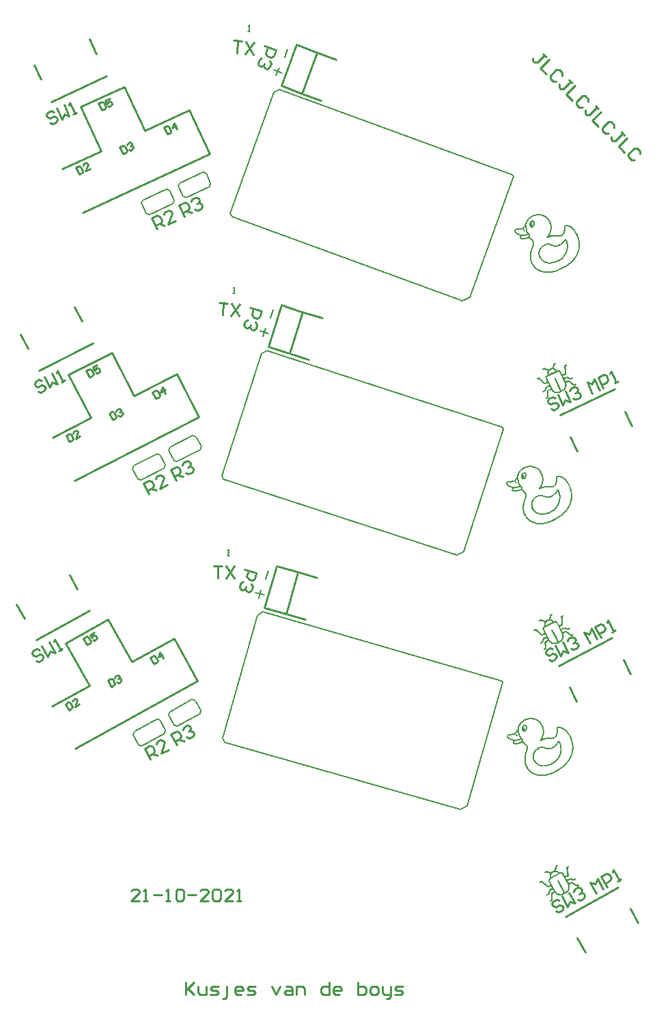
<source format=gto>
G04*
G04 #@! TF.GenerationSoftware,Altium Limited,Altium Designer,21.7.2 (23)*
G04*
G04 Layer_Color=65535*
%FSLAX25Y25*%
%MOIN*%
G70*
G04*
G04 #@! TF.SameCoordinates,4BFCC9AB-D371-4FE3-9C4A-9AD3909CC9B1*
G04*
G04*
G04 #@! TF.FilePolarity,Positive*
G04*
G01*
G75*
%ADD13C,0.01000*%
%ADD67C,0.00709*%
%ADD68C,0.00591*%
G36*
X303552Y385512D02*
X303579Y385525D01*
X303592Y385498D01*
X303647Y385523D01*
X303660Y385496D01*
X303715Y385522D01*
X303728Y385494D01*
X303783Y385520D01*
X303796Y385492D01*
X303851Y385518D01*
X303864Y385490D01*
X303919Y385516D01*
X303932Y385488D01*
X303960Y385501D01*
X303973Y385474D01*
X304028Y385499D01*
X304041Y385472D01*
X304096Y385497D01*
X304109Y385470D01*
X304164Y385496D01*
X304177Y385468D01*
X304204Y385481D01*
X304217Y385453D01*
X304273Y385479D01*
X304285Y385451D01*
X304313Y385464D01*
X304326Y385437D01*
X304381Y385462D01*
X304394Y385435D01*
X304421Y385448D01*
X304434Y385420D01*
X304489Y385446D01*
X304502Y385418D01*
X304530Y385431D01*
X304543Y385403D01*
X304598Y385429D01*
X304611Y385402D01*
X304639Y385415D01*
X304651Y385387D01*
X304679Y385400D01*
X304692Y385372D01*
X304747Y385398D01*
X304760Y385370D01*
X304787Y385383D01*
X304800Y385356D01*
X304855Y385381D01*
X304868Y385354D01*
X304896Y385367D01*
X304909Y385339D01*
X304936Y385352D01*
X304949Y385324D01*
X304977Y385337D01*
X304990Y385310D01*
X305045Y385335D01*
X305058Y385308D01*
X305085Y385321D01*
X305098Y385293D01*
X305126Y385306D01*
X305139Y385278D01*
X305166Y385291D01*
X305179Y385263D01*
X305207Y385276D01*
X305220Y385249D01*
X305275Y385275D01*
X305288Y385247D01*
X305315Y385260D01*
X305328Y385232D01*
X305356Y385245D01*
X305369Y385217D01*
X305396Y385230D01*
X305409Y385203D01*
X305437Y385216D01*
X305450Y385188D01*
X305477Y385201D01*
X305490Y385173D01*
X305518Y385186D01*
X305530Y385159D01*
X305558Y385172D01*
X305571Y385144D01*
X305598Y385157D01*
X305611Y385129D01*
X305639Y385142D01*
X305652Y385114D01*
X305679Y385127D01*
X305692Y385100D01*
X305720Y385113D01*
X305733Y385085D01*
X305760Y385098D01*
X305773Y385070D01*
X305801Y385083D01*
X305814Y385055D01*
X305841Y385068D01*
X305854Y385041D01*
X305882Y385054D01*
X305895Y385026D01*
X305922Y385039D01*
X305935Y385011D01*
X305963Y385024D01*
X305976Y384997D01*
X306003Y385010D01*
X306016Y384982D01*
X306044Y384995D01*
X306056Y384967D01*
X306084Y384980D01*
X306097Y384952D01*
X306124Y384965D01*
X306137Y384938D01*
X306165Y384951D01*
X306191Y384895D01*
X306218Y384908D01*
X306231Y384881D01*
X306259Y384893D01*
X306272Y384866D01*
X306299Y384879D01*
X306312Y384851D01*
X306340Y384864D01*
X306352Y384837D01*
X306380Y384849D01*
X306406Y384794D01*
X306433Y384807D01*
X306446Y384779D01*
X306474Y384792D01*
X306487Y384765D01*
X306514Y384778D01*
X306540Y384722D01*
X306568Y384735D01*
X306580Y384708D01*
X306608Y384720D01*
X306621Y384693D01*
X306648Y384706D01*
X306674Y384651D01*
X306702Y384664D01*
X306715Y384636D01*
X306742Y384649D01*
X306768Y384594D01*
X306796Y384606D01*
X306808Y384579D01*
X306836Y384592D01*
X306862Y384537D01*
X306889Y384549D01*
X306902Y384522D01*
X306930Y384535D01*
X306956Y384479D01*
X306983Y384492D01*
X306996Y384465D01*
X307024Y384478D01*
X307049Y384422D01*
X307077Y384435D01*
X307090Y384408D01*
X307118Y384421D01*
X307143Y384365D01*
X307171Y384378D01*
X307196Y384323D01*
X307224Y384336D01*
X307250Y384281D01*
X307277Y384294D01*
X307290Y384266D01*
X307318Y384279D01*
X307344Y384224D01*
X307371Y384237D01*
X307397Y384181D01*
X307424Y384194D01*
X307450Y384139D01*
X307478Y384152D01*
X307504Y384097D01*
X307531Y384110D01*
X307557Y384054D01*
X307585Y384067D01*
X307610Y384012D01*
X307638Y384025D01*
X307676Y383942D01*
X307704Y383955D01*
X307730Y383900D01*
X307757Y383913D01*
X307783Y383858D01*
X307811Y383871D01*
X307849Y383788D01*
X307877Y383801D01*
X307903Y383745D01*
X307930Y383758D01*
X307969Y383676D01*
X307996Y383688D01*
X308022Y383633D01*
X308050Y383646D01*
X308088Y383563D01*
X308116Y383576D01*
X308155Y383493D01*
X308182Y383506D01*
X308221Y383423D01*
X308248Y383436D01*
X308300Y383326D01*
X308327Y383339D01*
X308366Y383256D01*
X308394Y383269D01*
X308445Y383158D01*
X308473Y383171D01*
X308524Y383061D01*
X308552Y383074D01*
X308616Y382936D01*
X308644Y382949D01*
X308721Y382783D01*
X308748Y382796D01*
X308826Y382630D01*
X308853Y382643D01*
X308969Y382395D01*
X308997Y382408D01*
X309498Y381332D01*
X309471Y381319D01*
X309574Y381098D01*
X309546Y381085D01*
X309636Y380892D01*
X309609Y380879D01*
X309686Y380714D01*
X309658Y380701D01*
X309722Y380563D01*
X309695Y380550D01*
X309746Y380440D01*
X309719Y380427D01*
X309770Y380316D01*
X309743Y380304D01*
X309794Y380193D01*
X309767Y380180D01*
X309805Y380098D01*
X309777Y380085D01*
X309829Y379974D01*
X309801Y379961D01*
X309840Y379879D01*
X309812Y379866D01*
X309851Y379783D01*
X309823Y379770D01*
X309862Y379688D01*
X309834Y379675D01*
X309873Y379592D01*
X309845Y379579D01*
X309871Y379524D01*
X309844Y379511D01*
X309882Y379428D01*
X309855Y379415D01*
X309880Y379360D01*
X309853Y379347D01*
X309891Y379264D01*
X309864Y379252D01*
X309890Y379196D01*
X309862Y379184D01*
X309888Y379128D01*
X309860Y379116D01*
X309899Y379033D01*
X309871Y379020D01*
X309897Y378965D01*
X309869Y378952D01*
X309895Y378897D01*
X309867Y378884D01*
X309893Y378829D01*
X309865Y378816D01*
X309891Y378761D01*
X309864Y378748D01*
X309889Y378693D01*
X309862Y378680D01*
X309875Y378652D01*
X309847Y378639D01*
X309873Y378584D01*
X309845Y378571D01*
X309871Y378516D01*
X309843Y378503D01*
X309869Y378448D01*
X309841Y378435D01*
X309867Y378380D01*
X309840Y378367D01*
X309852Y378339D01*
X309825Y378327D01*
X309851Y378271D01*
X309823Y378258D01*
X309849Y378203D01*
X309821Y378190D01*
X309834Y378163D01*
X309806Y378150D01*
X309832Y378095D01*
X309805Y378082D01*
X309817Y378054D01*
X309790Y378041D01*
X309816Y377986D01*
X309788Y377973D01*
X309801Y377946D01*
X309773Y377933D01*
X309799Y377878D01*
X309771Y377865D01*
X309784Y377837D01*
X309757Y377824D01*
X309782Y377769D01*
X309755Y377756D01*
X309768Y377729D01*
X309740Y377716D01*
X309766Y377661D01*
X309738Y377648D01*
X309751Y377620D01*
X309723Y377607D01*
X309749Y377552D01*
X309722Y377539D01*
X309735Y377512D01*
X309707Y377499D01*
X309720Y377471D01*
X309692Y377458D01*
X309718Y377403D01*
X309690Y377390D01*
X309703Y377363D01*
X309676Y377350D01*
X309688Y377322D01*
X309661Y377309D01*
X309674Y377282D01*
X309646Y377269D01*
X309672Y377214D01*
X309644Y377201D01*
X309657Y377173D01*
X309630Y377161D01*
X309642Y377133D01*
X309615Y377120D01*
X309628Y377092D01*
X309600Y377080D01*
X309626Y377024D01*
X309598Y377011D01*
X309611Y376984D01*
X309583Y376971D01*
X309596Y376943D01*
X309569Y376931D01*
X309582Y376903D01*
X309554Y376890D01*
X309567Y376863D01*
X309539Y376850D01*
X309552Y376822D01*
X309525Y376809D01*
X309538Y376782D01*
X309510Y376769D01*
X309536Y376714D01*
X309508Y376701D01*
X309521Y376673D01*
X309493Y376660D01*
X309506Y376633D01*
X309478Y376620D01*
X309491Y376592D01*
X309464Y376579D01*
X309477Y376552D01*
X309449Y376539D01*
X309462Y376511D01*
X309434Y376498D01*
X309447Y376471D01*
X309420Y376458D01*
X309433Y376430D01*
X309405Y376417D01*
X309418Y376390D01*
X309390Y376377D01*
X309403Y376349D01*
X309376Y376337D01*
X309388Y376309D01*
X309361Y376296D01*
X309374Y376269D01*
X309346Y376256D01*
X309359Y376228D01*
X309331Y376215D01*
X309344Y376188D01*
X309317Y376175D01*
X309329Y376147D01*
X309302Y376134D01*
X309315Y376107D01*
X309287Y376094D01*
X309300Y376066D01*
X309245Y376041D01*
X309258Y376013D01*
X309230Y376000D01*
X309243Y375972D01*
X309215Y375960D01*
X309228Y375932D01*
X309201Y375919D01*
X309213Y375891D01*
X309186Y375879D01*
X309199Y375851D01*
X309171Y375838D01*
X309184Y375811D01*
X309129Y375785D01*
X309142Y375757D01*
X309114Y375744D01*
X309127Y375717D01*
X309099Y375704D01*
X309112Y375676D01*
X309085Y375663D01*
X309098Y375636D01*
X309042Y375610D01*
X309055Y375583D01*
X309028Y375570D01*
X309040Y375542D01*
X309013Y375529D01*
X309026Y375502D01*
X308971Y375476D01*
X308983Y375448D01*
X308956Y375435D01*
X308969Y375408D01*
X308913Y375382D01*
X308926Y375355D01*
X308899Y375342D01*
X308912Y375314D01*
X308857Y375288D01*
X308869Y375261D01*
X308842Y375248D01*
X308855Y375220D01*
X308800Y375195D01*
X308812Y375167D01*
X308785Y375154D01*
X308798Y375127D01*
X308770Y375114D01*
X308783Y375086D01*
X308728Y375060D01*
X308741Y375033D01*
X308713Y375020D01*
X308726Y374992D01*
X308671Y374967D01*
X308683Y374939D01*
X308656Y374926D01*
X308669Y374899D01*
X308752Y374937D01*
X308764Y374909D01*
X308930Y374987D01*
X308943Y374959D01*
X309081Y375024D01*
X309094Y374996D01*
X309204Y375047D01*
X309217Y375020D01*
X309355Y375084D01*
X309368Y375057D01*
X309506Y375121D01*
X309519Y375093D01*
X309629Y375145D01*
X309642Y375117D01*
X309752Y375169D01*
X309765Y375141D01*
X309875Y375192D01*
X309888Y375165D01*
X309971Y375203D01*
X309984Y375176D01*
X310094Y375227D01*
X310107Y375200D01*
X310190Y375238D01*
X310203Y375211D01*
X310313Y375262D01*
X310326Y375235D01*
X310409Y375273D01*
X310422Y375246D01*
X310504Y375284D01*
X310517Y375257D01*
X310600Y375295D01*
X310613Y375268D01*
X310696Y375306D01*
X310709Y375279D01*
X310764Y375304D01*
X310777Y375277D01*
X310859Y375315D01*
X310872Y375288D01*
X310955Y375326D01*
X310968Y375299D01*
X311023Y375325D01*
X311036Y375297D01*
X311119Y375336D01*
X311132Y375308D01*
X311187Y375334D01*
X311200Y375306D01*
X311255Y375332D01*
X311268Y375304D01*
X311350Y375343D01*
X311363Y375315D01*
X311419Y375341D01*
X311431Y375313D01*
X311514Y375352D01*
X311527Y375324D01*
X311582Y375350D01*
X311595Y375323D01*
X311650Y375348D01*
X311663Y375321D01*
X311718Y375346D01*
X311731Y375319D01*
X311786Y375344D01*
X311799Y375317D01*
X311882Y375356D01*
X311895Y375328D01*
X311950Y375354D01*
X311963Y375326D01*
X312018Y375352D01*
X312031Y375324D01*
X312086Y375350D01*
X312099Y375322D01*
X312154Y375348D01*
X312167Y375321D01*
X312222Y375346D01*
X312235Y375319D01*
X312290Y375344D01*
X312303Y375317D01*
X312358Y375342D01*
X312371Y375315D01*
X312426Y375341D01*
X312439Y375313D01*
X312494Y375339D01*
X312507Y375311D01*
X312562Y375337D01*
X312575Y375309D01*
X312631Y375335D01*
X312643Y375307D01*
X312699Y375333D01*
X312712Y375306D01*
X312767Y375331D01*
X312780Y375304D01*
X312835Y375329D01*
X312848Y375302D01*
X312903Y375328D01*
X312916Y375300D01*
X312971Y375326D01*
X312984Y375298D01*
X313039Y375324D01*
X313052Y375296D01*
X313107Y375322D01*
X313120Y375294D01*
X313175Y375320D01*
X313188Y375293D01*
X313271Y375331D01*
X313283Y375304D01*
X313339Y375329D01*
X313351Y375302D01*
X313407Y375327D01*
X313420Y375300D01*
X313475Y375326D01*
X313488Y375298D01*
X313543Y375324D01*
X313556Y375296D01*
X313611Y375322D01*
X313624Y375294D01*
X313679Y375320D01*
X313692Y375292D01*
X313775Y375331D01*
X313787Y375304D01*
X313843Y375329D01*
X313856Y375302D01*
X313938Y375340D01*
X313951Y375313D01*
X314006Y375338D01*
X314019Y375311D01*
X314102Y375349D01*
X314115Y375322D01*
X314198Y375360D01*
X314211Y375333D01*
X314293Y375371D01*
X314306Y375344D01*
X314417Y375395D01*
X314429Y375368D01*
X314871Y375573D01*
X314858Y375601D01*
X314968Y375653D01*
X314955Y375680D01*
X315038Y375719D01*
X315025Y375746D01*
X315108Y375785D01*
X315095Y375813D01*
X315150Y375838D01*
X315138Y375866D01*
X315193Y375892D01*
X315180Y375919D01*
X315235Y375945D01*
X315222Y375973D01*
X315277Y375998D01*
X315265Y376026D01*
X315320Y376052D01*
X315307Y376079D01*
X315362Y376105D01*
X315349Y376132D01*
X315377Y376145D01*
X315364Y376173D01*
X315419Y376199D01*
X315406Y376226D01*
X315434Y376239D01*
X315421Y376267D01*
X315448Y376280D01*
X315436Y376307D01*
X315491Y376333D01*
X315478Y376361D01*
X315506Y376373D01*
X315493Y376401D01*
X315520Y376414D01*
X315508Y376441D01*
X315535Y376454D01*
X315522Y376482D01*
X315550Y376495D01*
X315537Y376522D01*
X315564Y376535D01*
X315552Y376563D01*
X315579Y376576D01*
X315566Y376603D01*
X315594Y376616D01*
X315581Y376644D01*
X315609Y376657D01*
X315596Y376684D01*
X315623Y376697D01*
X315611Y376725D01*
X315638Y376737D01*
X315625Y376765D01*
X315653Y376778D01*
X315640Y376806D01*
X315668Y376818D01*
X315655Y376846D01*
X315682Y376859D01*
X315657Y376914D01*
X315684Y376927D01*
X315671Y376955D01*
X315699Y376967D01*
X315686Y376995D01*
X315714Y377008D01*
X315701Y377035D01*
X315728Y377048D01*
X315703Y377103D01*
X315730Y377116D01*
X315717Y377144D01*
X315745Y377157D01*
X315719Y377212D01*
X315747Y377225D01*
X315734Y377253D01*
X315761Y377265D01*
X315736Y377321D01*
X315763Y377333D01*
X315751Y377361D01*
X315778Y377374D01*
X315752Y377429D01*
X315780Y377442D01*
X315767Y377469D01*
X315795Y377482D01*
X315769Y377537D01*
X315796Y377550D01*
X315771Y377606D01*
X315798Y377618D01*
X315786Y377646D01*
X315813Y377659D01*
X315787Y377714D01*
X315815Y377727D01*
X315789Y377782D01*
X315817Y377795D01*
X315791Y377850D01*
X315819Y377863D01*
X315806Y377891D01*
X315833Y377904D01*
X315808Y377959D01*
X315835Y377972D01*
X315809Y378027D01*
X315837Y378040D01*
X315811Y378095D01*
X315839Y378108D01*
X315813Y378163D01*
X315841Y378176D01*
X315815Y378231D01*
X315843Y378244D01*
X315817Y378299D01*
X315845Y378312D01*
X315819Y378367D01*
X315846Y378380D01*
X315821Y378435D01*
X315848Y378448D01*
X315823Y378503D01*
X315850Y378516D01*
X315824Y378571D01*
X315852Y378584D01*
X315826Y378639D01*
X315854Y378652D01*
X315828Y378707D01*
X315856Y378720D01*
X315830Y378775D01*
X315858Y378788D01*
X315832Y378843D01*
X315860Y378856D01*
X315834Y378911D01*
X315861Y378924D01*
X315836Y378979D01*
X315863Y378992D01*
X315850Y379020D01*
X315878Y379033D01*
X315852Y379088D01*
X315880Y379101D01*
X315867Y379128D01*
X315895Y379141D01*
X315869Y379197D01*
X315896Y379209D01*
X315883Y379237D01*
X315911Y379250D01*
X315885Y379305D01*
X315913Y379318D01*
X315900Y379345D01*
X315928Y379358D01*
X315902Y379414D01*
X315930Y379426D01*
X315917Y379454D01*
X315944Y379467D01*
X315931Y379494D01*
X315959Y379507D01*
X315946Y379535D01*
X315974Y379548D01*
X315961Y379575D01*
X315988Y379588D01*
X315976Y379616D01*
X316003Y379629D01*
X315990Y379656D01*
X316018Y379669D01*
X316005Y379697D01*
X316033Y379710D01*
X316020Y379737D01*
X316075Y379763D01*
X316062Y379790D01*
X316090Y379803D01*
X316077Y379831D01*
X316132Y379857D01*
X316119Y379884D01*
X316174Y379910D01*
X316161Y379938D01*
X316244Y379976D01*
X316231Y380004D01*
X316673Y380210D01*
X316686Y380182D01*
X316796Y380234D01*
X316809Y380206D01*
X316892Y380244D01*
X316904Y380217D01*
X316960Y380243D01*
X316973Y380215D01*
X317055Y380254D01*
X317068Y380226D01*
X317123Y380252D01*
X317136Y380224D01*
X317192Y380250D01*
X317204Y380222D01*
X317232Y380235D01*
X317245Y380208D01*
X317300Y380233D01*
X317313Y380206D01*
X317368Y380231D01*
X317381Y380204D01*
X317408Y380217D01*
X317421Y380189D01*
X317477Y380215D01*
X317489Y380187D01*
X317517Y380200D01*
X317530Y380173D01*
X317585Y380198D01*
X317598Y380171D01*
X317625Y380184D01*
X317638Y380156D01*
X317666Y380169D01*
X317679Y380141D01*
X317734Y380167D01*
X317747Y380139D01*
X317775Y380152D01*
X317787Y380125D01*
X317815Y380138D01*
X317828Y380110D01*
X317855Y380123D01*
X317868Y380095D01*
X317923Y380121D01*
X317936Y380093D01*
X317964Y380106D01*
X317977Y380079D01*
X318004Y380092D01*
X318017Y380064D01*
X318045Y380077D01*
X318058Y380049D01*
X318085Y380062D01*
X318098Y380034D01*
X318126Y380047D01*
X318139Y380020D01*
X318166Y380033D01*
X318179Y380005D01*
X318207Y380018D01*
X318219Y379990D01*
X318247Y380003D01*
X318260Y379976D01*
X318288Y379989D01*
X318300Y379961D01*
X318328Y379974D01*
X318341Y379946D01*
X318369Y379959D01*
X318381Y379931D01*
X318409Y379944D01*
X318422Y379917D01*
X318449Y379930D01*
X318462Y379902D01*
X318490Y379915D01*
X318503Y379887D01*
X318530Y379900D01*
X318543Y379872D01*
X318571Y379885D01*
X318584Y379858D01*
X318611Y379871D01*
X318624Y379843D01*
X318652Y379856D01*
X318677Y379801D01*
X318705Y379814D01*
X318718Y379786D01*
X318745Y379799D01*
X318758Y379771D01*
X318786Y379784D01*
X318799Y379757D01*
X318826Y379769D01*
X318839Y379742D01*
X318867Y379755D01*
X318893Y379699D01*
X318920Y379712D01*
X318933Y379685D01*
X318961Y379698D01*
X318973Y379670D01*
X319001Y379683D01*
X319027Y379628D01*
X319054Y379641D01*
X319067Y379613D01*
X319095Y379626D01*
X319108Y379598D01*
X319135Y379611D01*
X319148Y379584D01*
X319176Y379596D01*
X319201Y379541D01*
X319229Y379554D01*
X319242Y379526D01*
X319270Y379539D01*
X319295Y379484D01*
X319323Y379497D01*
X319336Y379469D01*
X319363Y379482D01*
X319389Y379427D01*
X319417Y379440D01*
X319429Y379413D01*
X319457Y379425D01*
X319483Y379370D01*
X319510Y379383D01*
X319536Y379328D01*
X319564Y379341D01*
X319577Y379313D01*
X319604Y379326D01*
X319630Y379271D01*
X319658Y379284D01*
X319670Y379256D01*
X319698Y379269D01*
X319724Y379214D01*
X319751Y379227D01*
X319777Y379171D01*
X319805Y379184D01*
X319830Y379129D01*
X319858Y379142D01*
X319884Y379087D01*
X319911Y379100D01*
X319937Y379045D01*
X319965Y379057D01*
X319977Y379030D01*
X320005Y379043D01*
X320031Y378987D01*
X320058Y379000D01*
X320097Y378918D01*
X320125Y378930D01*
X320150Y378875D01*
X320178Y378888D01*
X320204Y378833D01*
X320231Y378846D01*
X320257Y378791D01*
X320285Y378803D01*
X320310Y378748D01*
X320338Y378761D01*
X320376Y378678D01*
X320404Y378691D01*
X320430Y378636D01*
X320457Y378649D01*
X320496Y378566D01*
X320524Y378579D01*
X320562Y378496D01*
X320590Y378509D01*
X320628Y378426D01*
X320656Y378439D01*
X320695Y378356D01*
X320722Y378369D01*
X320774Y378259D01*
X320801Y378272D01*
X320840Y378189D01*
X320867Y378202D01*
X320919Y378092D01*
X320947Y378104D01*
X320998Y377994D01*
X321026Y378007D01*
X321090Y377869D01*
X321117Y377882D01*
X321182Y377744D01*
X321209Y377757D01*
X321274Y377619D01*
X321301Y377631D01*
X321378Y377466D01*
X321406Y377479D01*
X321483Y377313D01*
X321511Y377326D01*
X321601Y377133D01*
X321629Y377146D01*
X321731Y376925D01*
X321759Y376938D01*
X321888Y376662D01*
X321915Y376675D01*
X322095Y376289D01*
X322123Y376302D01*
X322908Y374618D01*
X322880Y374606D01*
X323035Y374274D01*
X323007Y374262D01*
X323123Y374013D01*
X323095Y374000D01*
X323185Y373807D01*
X323158Y373794D01*
X323235Y373629D01*
X323207Y373616D01*
X323285Y373450D01*
X323257Y373438D01*
X323321Y373300D01*
X323294Y373287D01*
X323345Y373176D01*
X323318Y373164D01*
X323382Y373025D01*
X323354Y373013D01*
X323406Y372902D01*
X323378Y372889D01*
X323430Y372779D01*
X323402Y372766D01*
X323454Y372656D01*
X323426Y372643D01*
X323465Y372560D01*
X323437Y372547D01*
X323488Y372437D01*
X323461Y372424D01*
X323499Y372341D01*
X323472Y372328D01*
X323511Y372246D01*
X323483Y372233D01*
X323534Y372122D01*
X323507Y372110D01*
X323545Y372027D01*
X323518Y372014D01*
X323556Y371931D01*
X323529Y371918D01*
X323567Y371835D01*
X323540Y371823D01*
X323578Y371740D01*
X323551Y371727D01*
X323589Y371644D01*
X323562Y371631D01*
X323600Y371549D01*
X323573Y371536D01*
X323599Y371480D01*
X323571Y371468D01*
X323609Y371385D01*
X323582Y371372D01*
X323621Y371289D01*
X323593Y371276D01*
X323619Y371221D01*
X323591Y371208D01*
X323630Y371126D01*
X323602Y371113D01*
X323628Y371058D01*
X323600Y371045D01*
X323639Y370962D01*
X323611Y370949D01*
X323637Y370894D01*
X323609Y370881D01*
X323635Y370826D01*
X323607Y370813D01*
X323633Y370758D01*
X323606Y370745D01*
X323644Y370662D01*
X323617Y370649D01*
X323642Y370594D01*
X323615Y370581D01*
X323641Y370526D01*
X323613Y370513D01*
X323639Y370458D01*
X323611Y370445D01*
X323637Y370390D01*
X323609Y370377D01*
X323648Y370294D01*
X323620Y370281D01*
X323646Y370226D01*
X323618Y370213D01*
X323644Y370158D01*
X323617Y370145D01*
X323642Y370090D01*
X323615Y370077D01*
X323640Y370022D01*
X323613Y370009D01*
X323639Y369954D01*
X323611Y369941D01*
X323624Y369914D01*
X323596Y369901D01*
X323622Y369846D01*
X323594Y369833D01*
X323620Y369777D01*
X323592Y369764D01*
X323618Y369709D01*
X323591Y369696D01*
X323616Y369641D01*
X323589Y369628D01*
X323615Y369573D01*
X323587Y369560D01*
X323600Y369533D01*
X323572Y369520D01*
X323598Y369465D01*
X323570Y369452D01*
X323596Y369397D01*
X323569Y369384D01*
X323581Y369356D01*
X323554Y369343D01*
X323580Y369288D01*
X323552Y369275D01*
X323578Y369220D01*
X323550Y369207D01*
X323563Y369180D01*
X323535Y369167D01*
X323561Y369112D01*
X323534Y369099D01*
X323559Y369044D01*
X323532Y369031D01*
X323545Y369003D01*
X323517Y368990D01*
X323543Y368935D01*
X323515Y368922D01*
X323528Y368895D01*
X323500Y368882D01*
X323526Y368827D01*
X323498Y368814D01*
X323511Y368786D01*
X323484Y368773D01*
X323509Y368718D01*
X323482Y368705D01*
X323495Y368678D01*
X323467Y368665D01*
X323493Y368609D01*
X323465Y368597D01*
X323478Y368569D01*
X323450Y368556D01*
X323476Y368501D01*
X323449Y368488D01*
X323462Y368461D01*
X323434Y368448D01*
X323460Y368392D01*
X323432Y368380D01*
X323445Y368352D01*
X323417Y368339D01*
X323430Y368312D01*
X323403Y368299D01*
X323428Y368244D01*
X323401Y368231D01*
X323414Y368203D01*
X323386Y368190D01*
X323399Y368163D01*
X323371Y368150D01*
X323397Y368095D01*
X323370Y368082D01*
X323382Y368054D01*
X323355Y368041D01*
X323368Y368014D01*
X323340Y368001D01*
X323366Y367946D01*
X323338Y367933D01*
X323351Y367905D01*
X323323Y367892D01*
X323336Y367865D01*
X323309Y367852D01*
X323322Y367824D01*
X323294Y367811D01*
X323320Y367756D01*
X323292Y367743D01*
X323305Y367716D01*
X323277Y367703D01*
X323290Y367675D01*
X323263Y367662D01*
X323275Y367635D01*
X323248Y367622D01*
X323261Y367594D01*
X323233Y367582D01*
X323259Y367526D01*
X323231Y367513D01*
X323244Y367486D01*
X323217Y367473D01*
X323230Y367445D01*
X323202Y367432D01*
X323215Y367405D01*
X323187Y367392D01*
X323200Y367365D01*
X323172Y367352D01*
X323185Y367324D01*
X323158Y367311D01*
X323183Y367256D01*
X323156Y367243D01*
X323169Y367215D01*
X323141Y367203D01*
X323154Y367175D01*
X323126Y367162D01*
X323139Y367135D01*
X323112Y367122D01*
X323125Y367094D01*
X323097Y367081D01*
X323110Y367054D01*
X323082Y367041D01*
X323095Y367013D01*
X323067Y367000D01*
X323080Y366973D01*
X323053Y366960D01*
X323066Y366932D01*
X323038Y366919D01*
X323051Y366892D01*
X323023Y366879D01*
X323036Y366851D01*
X323009Y366839D01*
X323022Y366811D01*
X322994Y366798D01*
X323007Y366771D01*
X322979Y366758D01*
X322992Y366730D01*
X322964Y366717D01*
X322977Y366690D01*
X322950Y366677D01*
X322963Y366649D01*
X322935Y366636D01*
X322948Y366609D01*
X322920Y366596D01*
X322933Y366568D01*
X322905Y366555D01*
X322918Y366528D01*
X322891Y366515D01*
X322904Y366487D01*
X322876Y366474D01*
X322889Y366447D01*
X322861Y366434D01*
X322874Y366406D01*
X322847Y366393D01*
X322860Y366366D01*
X322832Y366353D01*
X322845Y366325D01*
X322817Y366313D01*
X322830Y366285D01*
X322802Y366272D01*
X322815Y366245D01*
X322788Y366232D01*
X322801Y366204D01*
X322773Y366191D01*
X322786Y366164D01*
X322758Y366151D01*
X322771Y366123D01*
X322744Y366110D01*
X322756Y366083D01*
X322729Y366070D01*
X322742Y366042D01*
X322687Y366017D01*
X322699Y365989D01*
X322672Y365976D01*
X322685Y365948D01*
X322657Y365936D01*
X322670Y365908D01*
X322642Y365895D01*
X322655Y365867D01*
X322628Y365855D01*
X322640Y365827D01*
X322613Y365814D01*
X322626Y365787D01*
X322571Y365761D01*
X322583Y365733D01*
X322556Y365720D01*
X322569Y365693D01*
X322541Y365680D01*
X322554Y365652D01*
X322526Y365639D01*
X322539Y365612D01*
X322512Y365599D01*
X322524Y365571D01*
X322469Y365546D01*
X322482Y365518D01*
X322455Y365505D01*
X322467Y365478D01*
X322440Y365465D01*
X322453Y365437D01*
X322398Y365411D01*
X322410Y365384D01*
X322383Y365371D01*
X322396Y365343D01*
X322368Y365331D01*
X322381Y365303D01*
X322353Y365290D01*
X322366Y365263D01*
X322311Y365237D01*
X322324Y365209D01*
X322296Y365196D01*
X322309Y365169D01*
X322282Y365156D01*
X322294Y365128D01*
X322239Y365103D01*
X322252Y365075D01*
X322225Y365062D01*
X322237Y365035D01*
X322182Y365009D01*
X322195Y364981D01*
X322167Y364968D01*
X322180Y364941D01*
X322153Y364928D01*
X322166Y364900D01*
X322111Y364875D01*
X322123Y364847D01*
X322096Y364834D01*
X322109Y364806D01*
X322054Y364781D01*
X322066Y364753D01*
X322039Y364740D01*
X322052Y364713D01*
X321996Y364687D01*
X322009Y364659D01*
X321982Y364647D01*
X321995Y364619D01*
X321939Y364593D01*
X321952Y364566D01*
X321925Y364553D01*
X321937Y364525D01*
X321882Y364499D01*
X321895Y364472D01*
X321868Y364459D01*
X321881Y364431D01*
X321825Y364406D01*
X321838Y364378D01*
X321783Y364352D01*
X321796Y364325D01*
X321768Y364312D01*
X321781Y364284D01*
X321726Y364259D01*
X321739Y364231D01*
X321684Y364205D01*
X321696Y364178D01*
X321669Y364165D01*
X321682Y364137D01*
X321627Y364111D01*
X321639Y364084D01*
X321584Y364058D01*
X321597Y364031D01*
X321542Y364005D01*
X321555Y363977D01*
X321527Y363964D01*
X321540Y363937D01*
X321485Y363911D01*
X321498Y363883D01*
X321443Y363858D01*
X321455Y363830D01*
X321400Y363804D01*
X321413Y363777D01*
X321358Y363751D01*
X321371Y363723D01*
X321316Y363698D01*
X321328Y363670D01*
X321301Y363657D01*
X321314Y363630D01*
X321259Y363604D01*
X321271Y363576D01*
X321216Y363550D01*
X321229Y363523D01*
X321174Y363497D01*
X321187Y363470D01*
X321132Y363444D01*
X321145Y363416D01*
X321089Y363391D01*
X321102Y363363D01*
X321047Y363337D01*
X321060Y363310D01*
X321005Y363284D01*
X321018Y363256D01*
X320935Y363218D01*
X320948Y363190D01*
X320892Y363164D01*
X320905Y363137D01*
X320850Y363111D01*
X320863Y363084D01*
X320808Y363058D01*
X320821Y363030D01*
X320765Y363004D01*
X320778Y362977D01*
X320696Y362938D01*
X320708Y362911D01*
X320653Y362885D01*
X320666Y362857D01*
X320611Y362832D01*
X320624Y362804D01*
X320541Y362765D01*
X320554Y362738D01*
X320499Y362712D01*
X320512Y362684D01*
X320456Y362659D01*
X320469Y362631D01*
X320387Y362593D01*
X320399Y362565D01*
X320344Y362539D01*
X320357Y362512D01*
X320274Y362473D01*
X320287Y362445D01*
X320232Y362420D01*
X320245Y362392D01*
X320162Y362353D01*
X320175Y362326D01*
X320092Y362287D01*
X320105Y362260D01*
X320050Y362234D01*
X320063Y362206D01*
X319980Y362168D01*
X319993Y362140D01*
X319910Y362102D01*
X319923Y362074D01*
X319840Y362035D01*
X319853Y362008D01*
X319770Y361969D01*
X319783Y361942D01*
X319700Y361903D01*
X319713Y361876D01*
X319630Y361837D01*
X319643Y361809D01*
X319560Y361771D01*
X319573Y361743D01*
X319491Y361704D01*
X319503Y361677D01*
X319393Y361625D01*
X319406Y361598D01*
X319323Y361559D01*
X319336Y361532D01*
X319226Y361480D01*
X319238Y361453D01*
X319156Y361414D01*
X319169Y361386D01*
X319058Y361335D01*
X319071Y361307D01*
X318961Y361256D01*
X318974Y361228D01*
X318863Y361177D01*
X318876Y361149D01*
X318766Y361098D01*
X318779Y361070D01*
X318668Y361019D01*
X318681Y360991D01*
X318543Y360927D01*
X318556Y360899D01*
X318446Y360848D01*
X318459Y360820D01*
X318320Y360756D01*
X318333Y360728D01*
X318195Y360664D01*
X318208Y360636D01*
X318043Y360559D01*
X318056Y360531D01*
X317890Y360454D01*
X317903Y360427D01*
X317737Y360349D01*
X317750Y360322D01*
X317557Y360232D01*
X317570Y360204D01*
X317377Y360114D01*
X317390Y360087D01*
X317196Y359997D01*
X317209Y359969D01*
X316961Y359853D01*
X316974Y359825D01*
X316726Y359710D01*
X316739Y359682D01*
X316435Y359541D01*
X316448Y359513D01*
X316089Y359346D01*
X316102Y359318D01*
X315688Y359125D01*
X315701Y359098D01*
X315094Y358815D01*
X315107Y358787D01*
X313589Y358079D01*
X313576Y358107D01*
X313024Y357850D01*
X313012Y357877D01*
X312653Y357710D01*
X312640Y357737D01*
X312337Y357596D01*
X312324Y357624D01*
X312075Y357508D01*
X312063Y357535D01*
X311842Y357432D01*
X311829Y357460D01*
X311636Y357370D01*
X311623Y357398D01*
X311457Y357320D01*
X311444Y357348D01*
X311279Y357271D01*
X311266Y357298D01*
X311101Y357221D01*
X311088Y357249D01*
X310950Y357184D01*
X310937Y357212D01*
X310799Y357148D01*
X310786Y357175D01*
X310648Y357111D01*
X310635Y357138D01*
X310497Y357074D01*
X310484Y357102D01*
X310374Y357050D01*
X310361Y357078D01*
X310251Y357026D01*
X310238Y357054D01*
X310127Y357002D01*
X310115Y357030D01*
X310004Y356979D01*
X309991Y357006D01*
X309909Y356968D01*
X309896Y356995D01*
X309785Y356944D01*
X309773Y356971D01*
X309690Y356933D01*
X309677Y356960D01*
X309566Y356909D01*
X309554Y356937D01*
X309471Y356898D01*
X309458Y356926D01*
X309375Y356887D01*
X309362Y356914D01*
X309280Y356876D01*
X309267Y356904D01*
X309184Y356865D01*
X309171Y356892D01*
X309088Y356854D01*
X309075Y356881D01*
X308993Y356843D01*
X308980Y356870D01*
X308897Y356832D01*
X308884Y356859D01*
X308801Y356821D01*
X308788Y356848D01*
X308733Y356823D01*
X308720Y356850D01*
X308638Y356812D01*
X308625Y356839D01*
X308570Y356814D01*
X308557Y356841D01*
X308474Y356803D01*
X308461Y356830D01*
X308406Y356804D01*
X308393Y356832D01*
X308310Y356793D01*
X308297Y356821D01*
X308242Y356795D01*
X308229Y356823D01*
X308147Y356784D01*
X308134Y356812D01*
X308079Y356786D01*
X308066Y356814D01*
X308011Y356788D01*
X307998Y356816D01*
X307943Y356790D01*
X307930Y356817D01*
X307874Y356792D01*
X307862Y356819D01*
X307806Y356793D01*
X307793Y356821D01*
X307738Y356795D01*
X307726Y356823D01*
X307643Y356784D01*
X307630Y356812D01*
X307575Y356786D01*
X307562Y356814D01*
X307507Y356788D01*
X307494Y356816D01*
X307466Y356803D01*
X307453Y356830D01*
X307398Y356805D01*
X307385Y356832D01*
X307330Y356806D01*
X307317Y356834D01*
X307262Y356808D01*
X307249Y356836D01*
X307194Y356810D01*
X307181Y356838D01*
X307126Y356812D01*
X307113Y356840D01*
X307058Y356814D01*
X307045Y356842D01*
X307017Y356829D01*
X307004Y356856D01*
X306949Y356831D01*
X306937Y356858D01*
X306881Y356832D01*
X306868Y356860D01*
X306841Y356847D01*
X306828Y356875D01*
X306773Y356849D01*
X306760Y356877D01*
X306705Y356851D01*
X306692Y356878D01*
X306664Y356866D01*
X306651Y356893D01*
X306596Y356868D01*
X306583Y356895D01*
X306528Y356869D01*
X306515Y356897D01*
X306488Y356884D01*
X306475Y356912D01*
X306420Y356886D01*
X306407Y356913D01*
X306379Y356901D01*
X306366Y356928D01*
X306311Y356903D01*
X306298Y356930D01*
X306271Y356917D01*
X306258Y356945D01*
X306203Y356919D01*
X306190Y356947D01*
X306162Y356934D01*
X306149Y356961D01*
X306122Y356948D01*
X306109Y356976D01*
X306054Y356950D01*
X306041Y356978D01*
X306013Y356965D01*
X306000Y356993D01*
X305945Y356967D01*
X305932Y356995D01*
X305905Y356982D01*
X305892Y357009D01*
X305864Y356996D01*
X305851Y357024D01*
X305796Y356998D01*
X305783Y357026D01*
X305756Y357013D01*
X305743Y357041D01*
X305715Y357028D01*
X305702Y357055D01*
X305647Y357030D01*
X305634Y357057D01*
X305607Y357044D01*
X305594Y357072D01*
X305566Y357059D01*
X305553Y357087D01*
X305526Y357074D01*
X305513Y357101D01*
X305458Y357076D01*
X305445Y357103D01*
X305417Y357090D01*
X305404Y357118D01*
X305377Y357105D01*
X305364Y357133D01*
X305336Y357120D01*
X305324Y357147D01*
X305268Y357122D01*
X305256Y357149D01*
X305228Y357136D01*
X305215Y357164D01*
X305187Y357151D01*
X305175Y357179D01*
X305147Y357166D01*
X305134Y357193D01*
X305106Y357181D01*
X305094Y357208D01*
X305066Y357195D01*
X305053Y357223D01*
X305026Y357210D01*
X305013Y357238D01*
X304958Y357212D01*
X304945Y357240D01*
X304917Y357227D01*
X304904Y357254D01*
X304877Y357241D01*
X304864Y357269D01*
X304836Y357256D01*
X304823Y357284D01*
X304796Y357271D01*
X304783Y357298D01*
X304755Y357285D01*
X304742Y357313D01*
X304715Y357300D01*
X304702Y357328D01*
X304674Y357315D01*
X304661Y357343D01*
X304634Y357330D01*
X304621Y357357D01*
X304593Y357344D01*
X304581Y357372D01*
X304553Y357359D01*
X304540Y357387D01*
X304513Y357374D01*
X304500Y357401D01*
X304472Y357389D01*
X304459Y357416D01*
X304432Y357403D01*
X304419Y357431D01*
X304391Y357418D01*
X304378Y357446D01*
X304351Y357433D01*
X304338Y357460D01*
X304310Y357448D01*
X304297Y357475D01*
X304270Y357462D01*
X304257Y357490D01*
X304229Y357477D01*
X304216Y357505D01*
X304189Y357492D01*
X304176Y357519D01*
X304148Y357506D01*
X304135Y357534D01*
X304108Y357521D01*
X304095Y357549D01*
X304067Y357536D01*
X304055Y357563D01*
X304027Y357551D01*
X304014Y357578D01*
X303987Y357565D01*
X303974Y357593D01*
X303946Y357580D01*
X303920Y357635D01*
X303893Y357622D01*
X303880Y357650D01*
X303852Y357637D01*
X303839Y357665D01*
X303812Y357652D01*
X303799Y357679D01*
X303771Y357666D01*
X303759Y357694D01*
X303731Y357681D01*
X303718Y357709D01*
X303691Y357696D01*
X303665Y357751D01*
X303637Y357738D01*
X303624Y357766D01*
X303597Y357753D01*
X303584Y357781D01*
X303556Y357768D01*
X303543Y357795D01*
X303516Y357783D01*
X303490Y357838D01*
X303462Y357825D01*
X303450Y357852D01*
X303422Y357839D01*
X303409Y357867D01*
X303381Y357854D01*
X303369Y357882D01*
X303341Y357869D01*
X303315Y357924D01*
X303288Y357911D01*
X303275Y357939D01*
X303247Y357926D01*
X303234Y357954D01*
X303207Y357941D01*
X303181Y357996D01*
X303153Y357983D01*
X303141Y358011D01*
X303113Y357998D01*
X303087Y358053D01*
X303060Y358040D01*
X303047Y358068D01*
X303019Y358055D01*
X303006Y358082D01*
X302979Y358069D01*
X302953Y358125D01*
X302925Y358112D01*
X302913Y358139D01*
X302885Y358127D01*
X302859Y358182D01*
X302832Y358169D01*
X302806Y358224D01*
X302778Y358211D01*
X302765Y358239D01*
X302738Y358226D01*
X302712Y358281D01*
X302685Y358268D01*
X302672Y358296D01*
X302644Y358283D01*
X302618Y358338D01*
X302591Y358325D01*
X302565Y358381D01*
X302537Y358368D01*
X302525Y358395D01*
X302497Y358382D01*
X302471Y358437D01*
X302444Y358425D01*
X302418Y358480D01*
X302390Y358467D01*
X302365Y358522D01*
X302337Y358509D01*
X302311Y358564D01*
X302284Y358552D01*
X302258Y358607D01*
X302230Y358594D01*
X302205Y358649D01*
X302177Y358636D01*
X302151Y358691D01*
X302124Y358679D01*
X302098Y358734D01*
X302070Y358721D01*
X302045Y358776D01*
X302017Y358763D01*
X301991Y358818D01*
X301964Y358805D01*
X301938Y358861D01*
X301910Y358848D01*
X301872Y358931D01*
X301844Y358918D01*
X301818Y358973D01*
X301791Y358960D01*
X301765Y359015D01*
X301738Y359002D01*
X301699Y359085D01*
X301671Y359072D01*
X301633Y359155D01*
X301605Y359142D01*
X301579Y359197D01*
X301552Y359185D01*
X301513Y359267D01*
X301486Y359254D01*
X301447Y359337D01*
X301419Y359324D01*
X301381Y359407D01*
X301353Y359394D01*
X301302Y359505D01*
X301274Y359492D01*
X301236Y359575D01*
X301208Y359562D01*
X301157Y359672D01*
X301129Y359659D01*
X301078Y359770D01*
X301050Y359757D01*
X300998Y359867D01*
X300971Y359854D01*
X300919Y359964D01*
X300892Y359952D01*
X300828Y360090D01*
X300800Y360077D01*
X300723Y360242D01*
X300695Y360229D01*
X300618Y360395D01*
X300590Y360382D01*
X300487Y360603D01*
X300460Y360590D01*
X300344Y360838D01*
X300316Y360825D01*
X300123Y361239D01*
X300096Y361227D01*
X299645Y362192D01*
X299673Y362205D01*
X299519Y362536D01*
X299546Y362549D01*
X299443Y362770D01*
X299471Y362783D01*
X299394Y362948D01*
X299421Y362961D01*
X299357Y363099D01*
X299385Y363112D01*
X299333Y363222D01*
X299361Y363235D01*
X299309Y363346D01*
X299337Y363358D01*
X299285Y363469D01*
X299313Y363482D01*
X299274Y363564D01*
X299302Y363577D01*
X299251Y363688D01*
X299278Y363701D01*
X299239Y363783D01*
X299267Y363796D01*
X299241Y363851D01*
X299269Y363864D01*
X299230Y363947D01*
X299258Y363960D01*
X299219Y364043D01*
X299247Y364055D01*
X299221Y364111D01*
X299249Y364124D01*
X299210Y364206D01*
X299238Y364219D01*
X299212Y364274D01*
X299240Y364287D01*
X299201Y364370D01*
X299229Y364383D01*
X299203Y364438D01*
X299231Y364451D01*
X299205Y364506D01*
X299232Y364519D01*
X299194Y364602D01*
X299221Y364615D01*
X299196Y364670D01*
X299223Y364683D01*
X299198Y364738D01*
X299225Y364751D01*
X299199Y364806D01*
X299227Y364819D01*
X299201Y364874D01*
X299229Y364887D01*
X299203Y364942D01*
X299231Y364955D01*
X299192Y365038D01*
X299220Y365051D01*
X299194Y365106D01*
X299221Y365119D01*
X299196Y365174D01*
X299223Y365187D01*
X299198Y365242D01*
X299225Y365255D01*
X299200Y365310D01*
X299227Y365323D01*
X299201Y365378D01*
X299229Y365391D01*
X299203Y365446D01*
X299231Y365459D01*
X299218Y365486D01*
X299246Y365499D01*
X299220Y365554D01*
X299247Y365567D01*
X299222Y365622D01*
X299249Y365635D01*
X299223Y365690D01*
X299251Y365703D01*
X299225Y365759D01*
X299253Y365771D01*
X299227Y365827D01*
X299255Y365840D01*
X299242Y365867D01*
X299270Y365880D01*
X299244Y365935D01*
X299271Y365948D01*
X299246Y366003D01*
X299273Y366016D01*
X299248Y366071D01*
X299275Y366084D01*
X299262Y366112D01*
X299290Y366125D01*
X299264Y366180D01*
X299292Y366193D01*
X299279Y366220D01*
X299307Y366233D01*
X299281Y366288D01*
X299308Y366301D01*
X299283Y366356D01*
X299310Y366369D01*
X299297Y366397D01*
X299325Y366410D01*
X299299Y366465D01*
X299327Y366478D01*
X299314Y366505D01*
X299342Y366518D01*
X299316Y366573D01*
X299343Y366586D01*
X299330Y366614D01*
X299358Y366627D01*
X299332Y366682D01*
X299360Y366695D01*
X299347Y366722D01*
X299375Y366735D01*
X299362Y366763D01*
X299389Y366776D01*
X299364Y366831D01*
X299391Y366844D01*
X299378Y366871D01*
X299406Y366884D01*
X299380Y366939D01*
X299408Y366952D01*
X299395Y366980D01*
X299423Y366993D01*
X299410Y367020D01*
X299437Y367033D01*
X299412Y367088D01*
X299439Y367101D01*
X299426Y367129D01*
X299454Y367142D01*
X299441Y367169D01*
X299469Y367182D01*
X299456Y367210D01*
X299483Y367222D01*
X299458Y367278D01*
X299485Y367290D01*
X299472Y367318D01*
X299500Y367331D01*
X299487Y367359D01*
X299515Y367372D01*
X299502Y367399D01*
X299529Y367412D01*
X299504Y367467D01*
X299531Y367480D01*
X299518Y367508D01*
X299546Y367520D01*
X299533Y367548D01*
X299561Y367561D01*
X299548Y367588D01*
X299575Y367601D01*
X299563Y367629D01*
X299590Y367642D01*
X299577Y367669D01*
X299605Y367682D01*
X299579Y367737D01*
X299607Y367750D01*
X299594Y367778D01*
X299621Y367791D01*
X299609Y367818D01*
X299636Y367831D01*
X299623Y367859D01*
X299651Y367872D01*
X299638Y367899D01*
X299666Y367912D01*
X299653Y367940D01*
X299680Y367953D01*
X299668Y367980D01*
X299695Y367993D01*
X299682Y368021D01*
X299710Y368034D01*
X299697Y368061D01*
X299725Y368074D01*
X299699Y368129D01*
X299726Y368142D01*
X299713Y368170D01*
X299741Y368182D01*
X299728Y368210D01*
X299756Y368223D01*
X299743Y368250D01*
X299770Y368263D01*
X299758Y368291D01*
X299785Y368304D01*
X299772Y368332D01*
X299800Y368344D01*
X299787Y368372D01*
X299815Y368385D01*
X299802Y368412D01*
X299829Y368425D01*
X299817Y368453D01*
X299844Y368466D01*
X299831Y368493D01*
X299859Y368506D01*
X299846Y368534D01*
X299874Y368547D01*
X299861Y368574D01*
X299888Y368587D01*
X299875Y368615D01*
X299903Y368628D01*
X299890Y368655D01*
X299918Y368668D01*
X299905Y368696D01*
X299933Y368708D01*
X299920Y368736D01*
X299947Y368749D01*
X299934Y368776D01*
X299962Y368789D01*
X299949Y368817D01*
X299977Y368830D01*
X299964Y368857D01*
X299991Y368870D01*
X299979Y368898D01*
X300006Y368911D01*
X299993Y368938D01*
X300021Y368951D01*
X300008Y368979D01*
X300036Y368992D01*
X300023Y369019D01*
X300050Y369032D01*
X300038Y369060D01*
X300065Y369073D01*
X300052Y369100D01*
X300080Y369113D01*
X300067Y369141D01*
X300095Y369153D01*
X300082Y369181D01*
X300109Y369194D01*
X300096Y369221D01*
X300124Y369234D01*
X300111Y369262D01*
X300139Y369275D01*
X300126Y369303D01*
X300153Y369315D01*
X300141Y369343D01*
X300168Y369356D01*
X300155Y369383D01*
X300183Y369396D01*
X300170Y369424D01*
X300225Y369450D01*
X300212Y369477D01*
X300240Y369490D01*
X300227Y369518D01*
X300255Y369531D01*
X300242Y369558D01*
X300269Y369571D01*
X300256Y369599D01*
X300284Y369611D01*
X300271Y369639D01*
X300299Y369652D01*
X300286Y369679D01*
X300313Y369692D01*
X300301Y369720D01*
X300328Y369733D01*
X300315Y369760D01*
X300343Y369773D01*
X300330Y369801D01*
X300358Y369814D01*
X300345Y369841D01*
X300372Y369854D01*
X300360Y369882D01*
X300387Y369895D01*
X300374Y369922D01*
X300402Y369935D01*
X300389Y369963D01*
X300417Y369975D01*
X300404Y370003D01*
X300431Y370016D01*
X300418Y370044D01*
X300446Y370056D01*
X300433Y370084D01*
X300461Y370097D01*
X300448Y370125D01*
X300476Y370137D01*
X300463Y370165D01*
X300490Y370178D01*
X300477Y370205D01*
X300505Y370218D01*
X300492Y370246D01*
X300520Y370259D01*
X300507Y370286D01*
X300534Y370299D01*
X300521Y370327D01*
X300549Y370340D01*
X300536Y370367D01*
X300564Y370380D01*
X300551Y370408D01*
X300579Y370421D01*
X300553Y370476D01*
X300581Y370489D01*
X300568Y370516D01*
X300595Y370529D01*
X300582Y370557D01*
X300610Y370569D01*
X300597Y370597D01*
X300625Y370610D01*
X300612Y370638D01*
X300639Y370651D01*
X300626Y370678D01*
X300654Y370691D01*
X300641Y370719D01*
X300669Y370731D01*
X300643Y370786D01*
X300671Y370799D01*
X300658Y370827D01*
X300685Y370840D01*
X300673Y370867D01*
X300700Y370880D01*
X300674Y370936D01*
X300702Y370948D01*
X300689Y370976D01*
X300717Y370989D01*
X300704Y371016D01*
X300731Y371029D01*
X300706Y371084D01*
X300733Y371097D01*
X300708Y371152D01*
X300735Y371165D01*
X300722Y371193D01*
X300750Y371206D01*
X300724Y371261D01*
X300752Y371274D01*
X300726Y371329D01*
X300754Y371342D01*
X300728Y371397D01*
X300756Y371410D01*
X300717Y371493D01*
X300744Y371506D01*
X300706Y371588D01*
X300733Y371601D01*
X300682Y371712D01*
X300710Y371725D01*
X300504Y372166D01*
X300476Y372153D01*
X300412Y372291D01*
X300384Y372278D01*
X300346Y372361D01*
X300318Y372348D01*
X300267Y372459D01*
X300239Y372446D01*
X300200Y372528D01*
X300173Y372516D01*
X300134Y372598D01*
X300107Y372586D01*
X300081Y372641D01*
X300053Y372628D01*
X300015Y372711D01*
X299987Y372698D01*
X299961Y372753D01*
X299934Y372740D01*
X299895Y372823D01*
X299868Y372810D01*
X299842Y372865D01*
X299814Y372852D01*
X299788Y372907D01*
X299761Y372895D01*
X299735Y372950D01*
X299708Y372937D01*
X299669Y373020D01*
X299641Y373007D01*
X299616Y373062D01*
X299588Y373049D01*
X299562Y373104D01*
X299535Y373091D01*
X299509Y373147D01*
X299481Y373134D01*
X299443Y373217D01*
X299415Y373204D01*
X299390Y373259D01*
X299362Y373246D01*
X299336Y373301D01*
X299308Y373288D01*
X299270Y373371D01*
X299242Y373358D01*
X299217Y373413D01*
X299189Y373400D01*
X299163Y373456D01*
X299136Y373443D01*
X299097Y373526D01*
X299069Y373513D01*
X299031Y373595D01*
X299003Y373583D01*
X298978Y373638D01*
X298950Y373625D01*
X298911Y373708D01*
X298884Y373695D01*
X298845Y373778D01*
X298818Y373765D01*
X298805Y373792D01*
X298777Y373780D01*
X298764Y373807D01*
X298709Y373781D01*
X298696Y373809D01*
X298586Y373758D01*
X298573Y373785D01*
X298325Y373669D01*
X298312Y373697D01*
X298008Y373555D01*
X297995Y373583D01*
X297692Y373441D01*
X297679Y373469D01*
X297458Y373366D01*
X297445Y373394D01*
X297252Y373304D01*
X297239Y373331D01*
X297074Y373254D01*
X297061Y373282D01*
X296923Y373217D01*
X296910Y373245D01*
X296772Y373181D01*
X296759Y373208D01*
X296649Y373157D01*
X296636Y373184D01*
X296526Y373133D01*
X296513Y373160D01*
X296403Y373109D01*
X296390Y373136D01*
X296307Y373098D01*
X296294Y373126D01*
X296211Y373087D01*
X296198Y373114D01*
X296116Y373076D01*
X296103Y373103D01*
X296020Y373065D01*
X296007Y373093D01*
X295952Y373067D01*
X295939Y373094D01*
X295856Y373056D01*
X295843Y373083D01*
X295788Y373058D01*
X295775Y373085D01*
X295720Y373059D01*
X295707Y373087D01*
X295652Y373061D01*
X295639Y373089D01*
X295584Y373063D01*
X295571Y373091D01*
X295516Y373065D01*
X295503Y373093D01*
X295476Y373080D01*
X295463Y373107D01*
X295408Y373082D01*
X295395Y373109D01*
X295367Y373096D01*
X295354Y373124D01*
X295299Y373098D01*
X295286Y373126D01*
X295258Y373113D01*
X295246Y373141D01*
X295218Y373128D01*
X295205Y373155D01*
X295150Y373130D01*
X295137Y373157D01*
X295110Y373144D01*
X295097Y373172D01*
X295069Y373159D01*
X295056Y373186D01*
X295029Y373174D01*
X295016Y373201D01*
X294988Y373188D01*
X294975Y373216D01*
X294948Y373203D01*
X294935Y373231D01*
X294907Y373218D01*
X294882Y373273D01*
X294854Y373260D01*
X294841Y373288D01*
X294813Y373275D01*
X294788Y373330D01*
X294760Y373317D01*
X294747Y373345D01*
X294720Y373332D01*
X294694Y373387D01*
X294666Y373374D01*
X294641Y373429D01*
X294613Y373417D01*
X294574Y373499D01*
X294547Y373486D01*
X294508Y373569D01*
X294481Y373556D01*
X294416Y373694D01*
X294389Y373681D01*
X294247Y373985D01*
X294275Y373998D01*
X294223Y374108D01*
X294251Y374121D01*
X294225Y374176D01*
X294253Y374189D01*
X294227Y374244D01*
X294255Y374257D01*
X294242Y374285D01*
X294269Y374298D01*
X294256Y374325D01*
X294284Y374338D01*
X294271Y374366D01*
X294299Y374379D01*
X294286Y374406D01*
X294314Y374419D01*
X294301Y374447D01*
X294328Y374460D01*
X294315Y374487D01*
X294343Y374500D01*
X294330Y374528D01*
X294358Y374540D01*
X294345Y374568D01*
X294400Y374594D01*
X294387Y374621D01*
X294415Y374634D01*
X294402Y374662D01*
X294429Y374675D01*
X294417Y374702D01*
X294444Y374715D01*
X294431Y374743D01*
X294459Y374756D01*
X294446Y374783D01*
X294501Y374809D01*
X294488Y374836D01*
X294516Y374849D01*
X294503Y374877D01*
X294531Y374890D01*
X294518Y374917D01*
X294546Y374930D01*
X294533Y374958D01*
X294505Y374945D01*
X294492Y374973D01*
X294464Y374960D01*
X294452Y374987D01*
X294424Y374974D01*
X294411Y375002D01*
X294384Y374989D01*
X294371Y375017D01*
X294343Y375004D01*
X294330Y375031D01*
X294303Y375019D01*
X294290Y375046D01*
X294262Y375033D01*
X294249Y375061D01*
X294222Y375048D01*
X294209Y375076D01*
X294181Y375063D01*
X294168Y375090D01*
X294141Y375078D01*
X294128Y375105D01*
X294100Y375092D01*
X294088Y375120D01*
X294060Y375107D01*
X294047Y375135D01*
X294020Y375122D01*
X294007Y375149D01*
X293979Y375136D01*
X293966Y375164D01*
X293939Y375151D01*
X293926Y375179D01*
X293898Y375166D01*
X293885Y375194D01*
X293858Y375181D01*
X293845Y375208D01*
X293817Y375195D01*
X293804Y375223D01*
X293777Y375210D01*
X293764Y375238D01*
X293736Y375225D01*
X293723Y375252D01*
X293696Y375239D01*
X293683Y375267D01*
X293655Y375254D01*
X293642Y375282D01*
X293615Y375269D01*
X293602Y375296D01*
X293575Y375284D01*
X293549Y375339D01*
X293521Y375326D01*
X293508Y375354D01*
X293481Y375341D01*
X293468Y375368D01*
X293440Y375356D01*
X293427Y375383D01*
X293400Y375370D01*
X293387Y375398D01*
X293359Y375385D01*
X293334Y375440D01*
X293306Y375427D01*
X293293Y375455D01*
X293266Y375442D01*
X293253Y375469D01*
X293225Y375457D01*
X293199Y375512D01*
X293172Y375499D01*
X293159Y375527D01*
X293131Y375514D01*
X293106Y375569D01*
X293078Y375556D01*
X293065Y375584D01*
X293038Y375571D01*
X293012Y375626D01*
X292984Y375613D01*
X292971Y375641D01*
X292944Y375628D01*
X292918Y375683D01*
X292890Y375670D01*
X292878Y375698D01*
X292850Y375685D01*
X292824Y375740D01*
X292797Y375727D01*
X292771Y375782D01*
X292743Y375769D01*
X292730Y375797D01*
X292703Y375784D01*
X292677Y375839D01*
X292650Y375827D01*
X292624Y375882D01*
X292596Y375869D01*
X292570Y375924D01*
X292543Y375911D01*
X292517Y375966D01*
X292490Y375954D01*
X292464Y376009D01*
X292436Y375996D01*
X292410Y376051D01*
X292383Y376038D01*
X292357Y376093D01*
X292330Y376080D01*
X292291Y376163D01*
X292263Y376150D01*
X292238Y376205D01*
X292210Y376193D01*
X292171Y376275D01*
X292144Y376263D01*
X292118Y376318D01*
X292091Y376305D01*
X292052Y376388D01*
X292024Y376375D01*
X291973Y376485D01*
X291945Y376472D01*
X291894Y376583D01*
X291866Y376570D01*
X291815Y376680D01*
X291787Y376667D01*
X291543Y377192D01*
X291570Y377204D01*
X291532Y377287D01*
X291559Y377300D01*
X291533Y377355D01*
X291561Y377368D01*
X291535Y377423D01*
X291563Y377436D01*
X291550Y377464D01*
X291578Y377477D01*
X291552Y377532D01*
X291580Y377545D01*
X291567Y377572D01*
X291594Y377585D01*
X291581Y377613D01*
X291609Y377626D01*
X291596Y377653D01*
X291624Y377666D01*
X291611Y377694D01*
X291638Y377707D01*
X291626Y377734D01*
X291653Y377747D01*
X291640Y377775D01*
X291695Y377800D01*
X291683Y377828D01*
X291710Y377841D01*
X291697Y377868D01*
X291725Y377881D01*
X291712Y377909D01*
X291767Y377935D01*
X291754Y377962D01*
X291810Y377988D01*
X291797Y378015D01*
X291852Y378041D01*
X291839Y378069D01*
X291894Y378095D01*
X291881Y378122D01*
X291964Y378161D01*
X291951Y378188D01*
X292089Y378253D01*
X292076Y378280D01*
X292325Y378396D01*
X292338Y378368D01*
X292448Y378420D01*
X292461Y378392D01*
X292544Y378431D01*
X292556Y378403D01*
X292639Y378442D01*
X292652Y378414D01*
X292707Y378440D01*
X292720Y378412D01*
X292775Y378438D01*
X292788Y378411D01*
X292871Y378449D01*
X292884Y378422D01*
X292939Y378447D01*
X292952Y378420D01*
X293007Y378446D01*
X293020Y378418D01*
X293075Y378444D01*
X293088Y378416D01*
X293143Y378442D01*
X293156Y378414D01*
X293211Y378440D01*
X293224Y378412D01*
X293279Y378438D01*
X293292Y378410D01*
X293347Y378436D01*
X293360Y378409D01*
X293415Y378434D01*
X293428Y378407D01*
X293483Y378432D01*
X293496Y378405D01*
X293551Y378431D01*
X293564Y378403D01*
X293619Y378429D01*
X293632Y378401D01*
X293688Y378427D01*
X293700Y378399D01*
X293756Y378425D01*
X293769Y378397D01*
X293851Y378436D01*
X293864Y378408D01*
X293919Y378434D01*
X293932Y378407D01*
X293987Y378432D01*
X294000Y378405D01*
X294055Y378430D01*
X294068Y378403D01*
X294124Y378429D01*
X294136Y378401D01*
X294219Y378440D01*
X294232Y378412D01*
X294287Y378438D01*
X294300Y378410D01*
X294383Y378449D01*
X294396Y378421D01*
X294451Y378447D01*
X294464Y378419D01*
X294547Y378458D01*
X294559Y378430D01*
X294642Y378469D01*
X294655Y378441D01*
X294765Y378493D01*
X294778Y378465D01*
X294889Y378517D01*
X294901Y378489D01*
X295150Y378605D01*
X295163Y378577D01*
X295328Y378654D01*
X295315Y378682D01*
X295536Y378785D01*
X295523Y378813D01*
X295634Y378864D01*
X295621Y378892D01*
X295704Y378930D01*
X295691Y378958D01*
X295801Y379009D01*
X295788Y379037D01*
X295843Y379063D01*
X295830Y379090D01*
X295913Y379129D01*
X295900Y379156D01*
X295983Y379195D01*
X295970Y379223D01*
X296025Y379248D01*
X296013Y379276D01*
X296095Y379314D01*
X296082Y379342D01*
X296165Y379381D01*
X296152Y379408D01*
X296208Y379434D01*
X296195Y379462D01*
X296277Y379500D01*
X296265Y379528D01*
X296320Y379554D01*
X296307Y379581D01*
X296390Y379620D01*
X296377Y379647D01*
X296432Y379673D01*
X296419Y379701D01*
X296474Y379726D01*
X296462Y379754D01*
X296544Y379793D01*
X296531Y379820D01*
X296587Y379846D01*
X296574Y379873D01*
X296629Y379899D01*
X296616Y379927D01*
X296671Y379953D01*
X296658Y379980D01*
X296713Y380006D01*
X296701Y380033D01*
X296756Y380059D01*
X296743Y380087D01*
X296798Y380113D01*
X296785Y380140D01*
X296813Y380153D01*
X296800Y380181D01*
X296855Y380206D01*
X296842Y380234D01*
X296870Y380247D01*
X296857Y380274D01*
X296885Y380287D01*
X296872Y380315D01*
X296899Y380328D01*
X296886Y380355D01*
X296914Y380368D01*
X296901Y380396D01*
X296929Y380409D01*
X296916Y380436D01*
X296944Y380449D01*
X296931Y380477D01*
X296958Y380489D01*
X296933Y380545D01*
X296960Y380558D01*
X296947Y380585D01*
X296975Y380598D01*
X296949Y380653D01*
X296977Y380666D01*
X296964Y380694D01*
X296991Y380707D01*
X296966Y380762D01*
X296993Y380775D01*
X296981Y380802D01*
X297008Y380815D01*
X296995Y380843D01*
X297023Y380855D01*
X296997Y380911D01*
X297025Y380924D01*
X297012Y380951D01*
X297039Y380964D01*
X297026Y380992D01*
X297054Y381005D01*
X297041Y381032D01*
X297069Y381045D01*
X297043Y381100D01*
X297071Y381113D01*
X297058Y381141D01*
X297085Y381153D01*
X297073Y381181D01*
X297100Y381194D01*
X297087Y381222D01*
X297115Y381234D01*
X297102Y381262D01*
X297130Y381275D01*
X297117Y381302D01*
X297144Y381315D01*
X297131Y381343D01*
X297159Y381356D01*
X297146Y381383D01*
X297174Y381396D01*
X297161Y381424D01*
X297188Y381437D01*
X297176Y381464D01*
X297203Y381477D01*
X297190Y381505D01*
X297218Y381518D01*
X297205Y381545D01*
X297233Y381558D01*
X297220Y381586D01*
X297247Y381598D01*
X297235Y381626D01*
X297262Y381639D01*
X297249Y381666D01*
X297277Y381679D01*
X297264Y381707D01*
X297292Y381720D01*
X297279Y381747D01*
X297334Y381773D01*
X297321Y381801D01*
X297349Y381814D01*
X297336Y381841D01*
X297363Y381854D01*
X297351Y381882D01*
X297378Y381894D01*
X297365Y381922D01*
X297393Y381935D01*
X297380Y381963D01*
X297435Y381988D01*
X297422Y382016D01*
X297450Y382029D01*
X297437Y382056D01*
X297465Y382069D01*
X297452Y382097D01*
X297507Y382123D01*
X297494Y382150D01*
X297522Y382163D01*
X297509Y382191D01*
X297536Y382204D01*
X297523Y382231D01*
X297579Y382257D01*
X297566Y382284D01*
X297593Y382297D01*
X297581Y382325D01*
X297636Y382351D01*
X297623Y382378D01*
X297650Y382391D01*
X297638Y382419D01*
X297693Y382444D01*
X297680Y382472D01*
X297708Y382485D01*
X297695Y382512D01*
X297750Y382538D01*
X297737Y382566D01*
X297764Y382579D01*
X297752Y382606D01*
X297807Y382632D01*
X297794Y382660D01*
X297849Y382685D01*
X297836Y382713D01*
X297891Y382739D01*
X297879Y382766D01*
X297906Y382779D01*
X297893Y382807D01*
X297949Y382832D01*
X297936Y382860D01*
X297991Y382886D01*
X297978Y382913D01*
X298033Y382939D01*
X298020Y382967D01*
X298076Y382992D01*
X298063Y383020D01*
X298118Y383046D01*
X298105Y383073D01*
X298160Y383099D01*
X298147Y383127D01*
X298202Y383152D01*
X298189Y383180D01*
X298245Y383206D01*
X298232Y383233D01*
X298287Y383259D01*
X298274Y383287D01*
X298329Y383312D01*
X298317Y383340D01*
X298399Y383379D01*
X298386Y383406D01*
X298442Y383432D01*
X298429Y383459D01*
X298512Y383498D01*
X298499Y383526D01*
X298554Y383551D01*
X298541Y383579D01*
X298624Y383617D01*
X298611Y383645D01*
X298694Y383684D01*
X298681Y383711D01*
X298763Y383750D01*
X298751Y383777D01*
X298833Y383816D01*
X298821Y383844D01*
X298903Y383882D01*
X298890Y383910D01*
X299001Y383961D01*
X298988Y383989D01*
X299071Y384028D01*
X299058Y384055D01*
X299168Y384107D01*
X299155Y384134D01*
X299293Y384198D01*
X299281Y384226D01*
X299418Y384290D01*
X299406Y384318D01*
X299599Y384408D01*
X299586Y384436D01*
X299862Y384564D01*
X299849Y384592D01*
X300677Y384978D01*
X300690Y384950D01*
X301021Y385105D01*
X301033Y385077D01*
X301254Y385180D01*
X301267Y385153D01*
X301460Y385243D01*
X301473Y385215D01*
X301639Y385292D01*
X301652Y385265D01*
X301789Y385329D01*
X301802Y385301D01*
X301940Y385366D01*
X301953Y385338D01*
X302064Y385389D01*
X302076Y385362D01*
X302187Y385413D01*
X302200Y385386D01*
X302310Y385437D01*
X302323Y385410D01*
X302433Y385461D01*
X302446Y385434D01*
X302529Y385472D01*
X302542Y385444D01*
X302625Y385483D01*
X302637Y385456D01*
X302720Y385494D01*
X302733Y385467D01*
X302816Y385505D01*
X302829Y385478D01*
X302911Y385516D01*
X302924Y385489D01*
X302979Y385514D01*
X302992Y385487D01*
X303075Y385525D01*
X303088Y385498D01*
X303171Y385536D01*
X303184Y385509D01*
X303239Y385535D01*
X303252Y385507D01*
X303307Y385533D01*
X303320Y385505D01*
X303375Y385531D01*
X303388Y385503D01*
X303443Y385529D01*
X303456Y385501D01*
X303539Y385540D01*
X303552Y385512D01*
D02*
G37*
G36*
X311770Y313030D02*
X311802Y313045D01*
X311816Y313013D01*
X311880Y313042D01*
X311909Y312979D01*
X311941Y312994D01*
X311956Y312962D01*
X311987Y312977D01*
X312032Y312882D01*
X312064Y312897D01*
X312123Y312770D01*
X312091Y312755D01*
X312135Y312660D01*
X312104Y312645D01*
X312118Y312614D01*
X312087Y312599D01*
X312116Y312536D01*
X312053Y312506D01*
X312068Y312474D01*
X312036Y312459D01*
X312051Y312428D01*
X311956Y312384D01*
X311970Y312352D01*
X311368Y312071D01*
X311383Y312039D01*
X311351Y312025D01*
X311366Y311993D01*
X311335Y311978D01*
X311349Y311947D01*
X311318Y311932D01*
X311347Y311868D01*
X311315Y311854D01*
X311330Y311822D01*
X311299Y311807D01*
X311313Y311775D01*
X311282Y311761D01*
X311297Y311729D01*
X311265Y311714D01*
X311280Y311683D01*
X311248Y311668D01*
X311263Y311636D01*
X311231Y311621D01*
X311261Y311558D01*
X311229Y311543D01*
X311244Y311511D01*
X311212Y311497D01*
X311227Y311465D01*
X311195Y311450D01*
X311210Y311419D01*
X311178Y311404D01*
X311193Y311372D01*
X311161Y311357D01*
X311191Y311294D01*
X311159Y311279D01*
X311174Y311247D01*
X311142Y311233D01*
X311157Y311201D01*
X311125Y311186D01*
X311140Y311155D01*
X311108Y311140D01*
X311123Y311108D01*
X311091Y311093D01*
X311121Y311030D01*
X311089Y311015D01*
X311104Y310983D01*
X311072Y310969D01*
X311087Y310937D01*
X311055Y310922D01*
X311070Y310891D01*
X311039Y310876D01*
X311053Y310844D01*
X311022Y310829D01*
X311036Y310798D01*
X311005Y310783D01*
X311034Y310719D01*
X311003Y310705D01*
X311017Y310673D01*
X310986Y310658D01*
X311000Y310627D01*
X310969Y310612D01*
X310984Y310580D01*
X310952Y310565D01*
X310967Y310534D01*
X310935Y310519D01*
X310964Y310455D01*
X310933Y310441D01*
X310948Y310409D01*
X310916Y310394D01*
X310931Y310363D01*
X310994Y310392D01*
X311009Y310360D01*
X311040Y310375D01*
X311055Y310344D01*
X311087Y310358D01*
X311102Y310327D01*
X311134Y310341D01*
X311148Y310310D01*
X311180Y310325D01*
X311195Y310293D01*
X311226Y310308D01*
X311241Y310276D01*
X311273Y310291D01*
X311288Y310259D01*
X311319Y310274D01*
X311334Y310242D01*
X311366Y310257D01*
X311395Y310193D01*
X311427Y310208D01*
X311442Y310176D01*
X311473Y310191D01*
X311488Y310160D01*
X311520Y310174D01*
X311549Y310111D01*
X311581Y310126D01*
X311596Y310094D01*
X311628Y310109D01*
X311642Y310077D01*
X311674Y310092D01*
X311704Y310029D01*
X311735Y310043D01*
X311765Y309980D01*
X311796Y309995D01*
X311826Y309931D01*
X311858Y309946D01*
X311873Y309914D01*
X311904Y309929D01*
X311949Y309834D01*
X311980Y309849D01*
X312010Y309786D01*
X312041Y309800D01*
X312071Y309737D01*
X312103Y309752D01*
X312147Y309657D01*
X312179Y309671D01*
X312223Y309577D01*
X312255Y309591D01*
X312314Y309465D01*
X312346Y309479D01*
X312419Y309321D01*
X312451Y309336D01*
X312466Y309304D01*
X312688Y309407D01*
X312702Y309376D01*
X312861Y309450D01*
X312876Y309418D01*
X312971Y309462D01*
X312985Y309431D01*
X313081Y309475D01*
X313095Y309443D01*
X313159Y309473D01*
X313174Y309441D01*
X313237Y309471D01*
X313252Y309439D01*
X313283Y309454D01*
X313298Y309422D01*
X313361Y309452D01*
X313376Y309420D01*
X313408Y309435D01*
X313423Y309403D01*
X313454Y309418D01*
X313469Y309386D01*
X313532Y309416D01*
X313547Y309384D01*
X313579Y309399D01*
X313594Y309367D01*
X313625Y309382D01*
X313640Y309350D01*
X313672Y309365D01*
X313687Y309333D01*
X313718Y309348D01*
X313748Y309285D01*
X313780Y309299D01*
X313794Y309268D01*
X313826Y309282D01*
X313841Y309251D01*
X313873Y309265D01*
X313902Y309202D01*
X313934Y309217D01*
X313948Y309185D01*
X313980Y309200D01*
X314010Y309137D01*
X314041Y309151D01*
X314071Y309088D01*
X314103Y309103D01*
X314147Y309008D01*
X314179Y309022D01*
X314208Y308959D01*
X314240Y308974D01*
X314299Y308847D01*
X314331Y308862D01*
X315084Y307246D01*
X316225Y307778D01*
X316195Y307841D01*
X316227Y307856D01*
X316197Y307920D01*
X316229Y307934D01*
X316200Y307998D01*
X316231Y308012D01*
X316187Y308107D01*
X316219Y308122D01*
X316189Y308186D01*
X316221Y308200D01*
X316177Y308295D01*
X316208Y308310D01*
X316179Y308374D01*
X316210Y308388D01*
X316166Y308483D01*
X316198Y308498D01*
X316168Y308561D01*
X316200Y308576D01*
X316156Y308671D01*
X316187Y308686D01*
X316158Y308750D01*
X316189Y308764D01*
X316145Y308859D01*
X316177Y308874D01*
X316147Y308938D01*
X316179Y308952D01*
X316135Y309047D01*
X316166Y309062D01*
X316137Y309125D01*
X316168Y309140D01*
X316124Y309235D01*
X316156Y309250D01*
X316126Y309313D01*
X316158Y309328D01*
X316113Y309423D01*
X316145Y309438D01*
X316116Y309501D01*
X316147Y309516D01*
X316103Y309611D01*
X316135Y309626D01*
X316105Y309689D01*
X316137Y309704D01*
X316092Y309799D01*
X316124Y309814D01*
X316095Y309877D01*
X316126Y309892D01*
X316082Y309987D01*
X316114Y310002D01*
X316084Y310065D01*
X316116Y310080D01*
X316071Y310175D01*
X316103Y310190D01*
X316074Y310253D01*
X316105Y310268D01*
X316061Y310363D01*
X316093Y310378D01*
X316048Y310473D01*
X316080Y310488D01*
X316050Y310551D01*
X316082Y310566D01*
X316038Y310661D01*
X316070Y310676D01*
X316040Y310739D01*
X316072Y310754D01*
X316027Y310849D01*
X316059Y310864D01*
X316029Y310927D01*
X316061Y310942D01*
X316017Y311037D01*
X316049Y311052D01*
X316019Y311115D01*
X316051Y311130D01*
X316006Y311225D01*
X316038Y311240D01*
X316008Y311303D01*
X316040Y311318D01*
X315996Y311413D01*
X316027Y311428D01*
X315998Y311491D01*
X316030Y311506D01*
X316000Y311569D01*
X316032Y311584D01*
X316002Y311647D01*
X316034Y311662D01*
X316019Y311694D01*
X316082Y311723D01*
X316068Y311755D01*
X316131Y311785D01*
X316116Y311816D01*
X317035Y312245D01*
X317050Y312213D01*
X317113Y312243D01*
X317128Y312211D01*
X317160Y312226D01*
X317175Y312194D01*
X317206Y312209D01*
X317221Y312177D01*
X317253Y312192D01*
X317282Y312128D01*
X317314Y312143D01*
X317358Y312048D01*
X317390Y312063D01*
X317434Y311968D01*
X317403Y311953D01*
X317447Y311858D01*
X317415Y311843D01*
X317445Y311780D01*
X317413Y311765D01*
X317428Y311734D01*
X317396Y311719D01*
X317411Y311687D01*
X317348Y311658D01*
X317362Y311626D01*
X317299Y311596D01*
X317314Y311565D01*
X316775Y311313D01*
X316790Y311282D01*
X316758Y311267D01*
X316788Y311204D01*
X316756Y311189D01*
X316800Y311094D01*
X316769Y311079D01*
X316798Y311016D01*
X316767Y311001D01*
X316811Y310906D01*
X316779Y310891D01*
X316809Y310828D01*
X316777Y310813D01*
X316821Y310718D01*
X316790Y310703D01*
X316819Y310640D01*
X316788Y310625D01*
X316832Y310530D01*
X316800Y310515D01*
X316830Y310452D01*
X316798Y310437D01*
X316842Y310342D01*
X316811Y310327D01*
X316840Y310264D01*
X316809Y310249D01*
X316853Y310154D01*
X316821Y310139D01*
X316851Y310076D01*
X316819Y310061D01*
X316863Y309966D01*
X316832Y309951D01*
X316861Y309888D01*
X316830Y309873D01*
X316874Y309778D01*
X316842Y309763D01*
X316872Y309700D01*
X316840Y309685D01*
X316884Y309590D01*
X316853Y309575D01*
X316882Y309512D01*
X316851Y309497D01*
X316895Y309402D01*
X316863Y309387D01*
X316893Y309324D01*
X316861Y309309D01*
X316905Y309214D01*
X316874Y309199D01*
X316903Y309136D01*
X316872Y309121D01*
X316916Y309026D01*
X316884Y309011D01*
X316914Y308948D01*
X316882Y308933D01*
X316926Y308838D01*
X316895Y308823D01*
X316924Y308760D01*
X316893Y308745D01*
X316937Y308650D01*
X316905Y308635D01*
X316935Y308572D01*
X316903Y308557D01*
X316947Y308462D01*
X316916Y308447D01*
X316945Y308384D01*
X316914Y308369D01*
X316958Y308274D01*
X316926Y308259D01*
X316956Y308196D01*
X316924Y308181D01*
X316968Y308086D01*
X316937Y308071D01*
X316966Y308008D01*
X316935Y307993D01*
X316979Y307898D01*
X316947Y307883D01*
X316977Y307820D01*
X316945Y307805D01*
X316989Y307710D01*
X316958Y307695D01*
X317002Y307600D01*
X316970Y307586D01*
X317000Y307522D01*
X316968Y307507D01*
X316983Y307476D01*
X316951Y307461D01*
X316981Y307398D01*
X316917Y307368D01*
X316932Y307336D01*
X316901Y307322D01*
X316915Y307290D01*
X316820Y307245D01*
X316835Y307214D01*
X315409Y306549D01*
X315867Y305567D01*
X315899Y305581D01*
X315914Y305550D01*
X317371Y306229D01*
X317386Y306198D01*
X317449Y306227D01*
X317464Y306196D01*
X317496Y306210D01*
X317511Y306179D01*
X317542Y306193D01*
X317557Y306162D01*
X317589Y306177D01*
X317604Y306145D01*
X317635Y306160D01*
X317650Y306128D01*
X317682Y306143D01*
X317696Y306111D01*
X317728Y306126D01*
X317743Y306094D01*
X317775Y306109D01*
X317789Y306077D01*
X317821Y306092D01*
X317836Y306060D01*
X317868Y306075D01*
X317882Y306043D01*
X317914Y306058D01*
X317929Y306027D01*
X317961Y306041D01*
X317975Y306010D01*
X318007Y306024D01*
X318022Y305993D01*
X318053Y306008D01*
X318068Y305976D01*
X318100Y305991D01*
X318115Y305959D01*
X318146Y305974D01*
X318161Y305942D01*
X318193Y305957D01*
X318208Y305925D01*
X318239Y305940D01*
X318254Y305908D01*
X318286Y305923D01*
X318301Y305891D01*
X318332Y305906D01*
X318347Y305874D01*
X318379Y305889D01*
X318393Y305857D01*
X318425Y305872D01*
X318440Y305840D01*
X318472Y305855D01*
X318486Y305824D01*
X318518Y305838D01*
X318533Y305807D01*
X318565Y305821D01*
X318579Y305790D01*
X318611Y305805D01*
X318626Y305773D01*
X318657Y305788D01*
X318672Y305756D01*
X318704Y305771D01*
X318719Y305739D01*
X318750Y305754D01*
X318765Y305722D01*
X318797Y305737D01*
X318812Y305705D01*
X318843Y305720D01*
X318858Y305688D01*
X318890Y305703D01*
X318904Y305671D01*
X318936Y305686D01*
X318951Y305655D01*
X318983Y305669D01*
X318997Y305638D01*
X319029Y305652D01*
X319044Y305621D01*
X319076Y305635D01*
X319090Y305604D01*
X319914Y305988D01*
X319929Y305956D01*
X319992Y305986D01*
X320007Y305954D01*
X320071Y305984D01*
X320085Y305952D01*
X320117Y305967D01*
X320132Y305935D01*
X320163Y305950D01*
X320193Y305887D01*
X320225Y305901D01*
X320269Y305806D01*
X320301Y305821D01*
X320345Y305726D01*
X320313Y305711D01*
X320358Y305616D01*
X320326Y305601D01*
X320356Y305538D01*
X320324Y305523D01*
X320339Y305491D01*
X320307Y305477D01*
X320322Y305445D01*
X320290Y305430D01*
X320305Y305399D01*
X320241Y305369D01*
X320256Y305337D01*
X319147Y304820D01*
X319132Y304852D01*
X319069Y304822D01*
X319054Y304854D01*
X319022Y304839D01*
X319008Y304871D01*
X318976Y304856D01*
X318961Y304888D01*
X318930Y304873D01*
X318915Y304905D01*
X318883Y304890D01*
X318868Y304922D01*
X318837Y304907D01*
X318822Y304939D01*
X318790Y304924D01*
X318776Y304956D01*
X318744Y304941D01*
X318729Y304972D01*
X318697Y304958D01*
X318683Y304989D01*
X318651Y304975D01*
X318636Y305006D01*
X318604Y304991D01*
X318590Y305023D01*
X318558Y305008D01*
X318543Y305040D01*
X318512Y305025D01*
X318497Y305057D01*
X318465Y305042D01*
X318450Y305074D01*
X318419Y305059D01*
X318404Y305091D01*
X318372Y305076D01*
X318357Y305108D01*
X318326Y305093D01*
X318311Y305125D01*
X318279Y305110D01*
X318264Y305141D01*
X318233Y305127D01*
X318218Y305158D01*
X318186Y305144D01*
X318172Y305175D01*
X318140Y305160D01*
X318125Y305192D01*
X318093Y305177D01*
X318078Y305209D01*
X318047Y305194D01*
X318032Y305226D01*
X318000Y305211D01*
X317986Y305243D01*
X317954Y305228D01*
X317939Y305260D01*
X317908Y305245D01*
X317893Y305277D01*
X317861Y305262D01*
X317846Y305294D01*
X317815Y305279D01*
X317800Y305311D01*
X317768Y305296D01*
X317753Y305328D01*
X317722Y305313D01*
X317707Y305344D01*
X317675Y305330D01*
X317660Y305361D01*
X317629Y305346D01*
X317614Y305378D01*
X317582Y305363D01*
X317567Y305395D01*
X317536Y305380D01*
X317521Y305412D01*
X317489Y305397D01*
X317475Y305429D01*
X317443Y305414D01*
X317428Y305446D01*
X316192Y304870D01*
X316650Y303887D01*
X316682Y303902D01*
X316697Y303871D01*
X318123Y304535D01*
X318138Y304504D01*
X318201Y304533D01*
X318216Y304502D01*
X318279Y304531D01*
X318294Y304499D01*
X318325Y304514D01*
X318340Y304483D01*
X318372Y304497D01*
X318402Y304434D01*
X318433Y304449D01*
X318463Y304385D01*
X318494Y304400D01*
X318524Y304337D01*
X318556Y304351D01*
X318585Y304288D01*
X318617Y304303D01*
X318646Y304240D01*
X318678Y304254D01*
X318708Y304191D01*
X318739Y304206D01*
X318769Y304142D01*
X318801Y304157D01*
X318830Y304094D01*
X318862Y304109D01*
X318891Y304045D01*
X318923Y304060D01*
X318953Y303996D01*
X318984Y304011D01*
X319014Y303948D01*
X319045Y303963D01*
X319075Y303899D01*
X319107Y303914D01*
X319136Y303851D01*
X319168Y303866D01*
X319198Y303802D01*
X319229Y303817D01*
X319259Y303753D01*
X319290Y303768D01*
X319320Y303705D01*
X319352Y303720D01*
X319381Y303656D01*
X319413Y303671D01*
X319443Y303608D01*
X319474Y303623D01*
X319504Y303559D01*
X319535Y303574D01*
X319565Y303511D01*
X319597Y303525D01*
X319626Y303462D01*
X319658Y303477D01*
X319687Y303413D01*
X319719Y303428D01*
X319749Y303365D01*
X319780Y303380D01*
X319810Y303316D01*
X319842Y303331D01*
X319871Y303268D01*
X319903Y303282D01*
X319932Y303219D01*
X319964Y303234D01*
X319994Y303170D01*
X320025Y303185D01*
X320055Y303122D01*
X320087Y303137D01*
X320116Y303073D01*
X320148Y303088D01*
X320177Y303025D01*
X320209Y303039D01*
X320238Y302976D01*
X320270Y302991D01*
X320300Y302927D01*
X320331Y302942D01*
X320361Y302879D01*
X320393Y302894D01*
X320422Y302830D01*
X320454Y302845D01*
X320483Y302782D01*
X320515Y302796D01*
X320545Y302733D01*
X320576Y302748D01*
X320606Y302684D01*
X320638Y302699D01*
X320667Y302636D01*
X320699Y302651D01*
X320728Y302587D01*
X320760Y302602D01*
X320790Y302539D01*
X320821Y302553D01*
X320836Y302522D01*
X321375Y302773D01*
X321390Y302741D01*
X321485Y302786D01*
X321499Y302754D01*
X321531Y302769D01*
X321546Y302737D01*
X321609Y302766D01*
X321639Y302703D01*
X321670Y302718D01*
X321685Y302686D01*
X321717Y302701D01*
X321761Y302606D01*
X321793Y302621D01*
X321852Y302494D01*
X321820Y302479D01*
X321865Y302384D01*
X321833Y302369D01*
X321848Y302338D01*
X321816Y302323D01*
X321846Y302260D01*
X321782Y302230D01*
X321797Y302198D01*
X321765Y302184D01*
X321780Y302152D01*
X321685Y302108D01*
X321700Y302076D01*
X320908Y301707D01*
X320893Y301738D01*
X320798Y301694D01*
X320783Y301726D01*
X320720Y301696D01*
X320705Y301728D01*
X320673Y301713D01*
X320658Y301745D01*
X320627Y301730D01*
X320597Y301793D01*
X320566Y301778D01*
X320551Y301810D01*
X320519Y301795D01*
X320490Y301859D01*
X320458Y301844D01*
X320428Y301907D01*
X320397Y301892D01*
X320367Y301956D01*
X320335Y301941D01*
X320306Y302004D01*
X320274Y301990D01*
X320245Y302053D01*
X320213Y302038D01*
X320183Y302102D01*
X320152Y302087D01*
X320137Y302119D01*
X320122Y302150D01*
X320090Y302135D01*
X320061Y302199D01*
X320029Y302184D01*
X320000Y302247D01*
X319968Y302233D01*
X319938Y302296D01*
X319907Y302281D01*
X319877Y302345D01*
X319846Y302330D01*
X319816Y302393D01*
X319784Y302378D01*
X319755Y302442D01*
X319723Y302427D01*
X319693Y302490D01*
X319662Y302476D01*
X319632Y302539D01*
X319601Y302524D01*
X319571Y302588D01*
X319539Y302573D01*
X319510Y302636D01*
X319478Y302621D01*
X319448Y302685D01*
X319417Y302670D01*
X319387Y302733D01*
X319356Y302719D01*
X319326Y302782D01*
X319294Y302767D01*
X319265Y302831D01*
X319233Y302816D01*
X319204Y302879D01*
X319172Y302864D01*
X319142Y302928D01*
X319111Y302913D01*
X319081Y302976D01*
X319049Y302962D01*
X319020Y303025D01*
X318988Y303010D01*
X318959Y303074D01*
X318927Y303059D01*
X318897Y303122D01*
X318866Y303107D01*
X318836Y303171D01*
X318805Y303156D01*
X318775Y303219D01*
X318743Y303205D01*
X318714Y303268D01*
X318682Y303253D01*
X318653Y303316D01*
X318621Y303302D01*
X318591Y303365D01*
X318560Y303350D01*
X318530Y303414D01*
X318498Y303399D01*
X318469Y303462D01*
X318437Y303448D01*
X318408Y303511D01*
X318376Y303496D01*
X318346Y303559D01*
X318315Y303545D01*
X318285Y303608D01*
X318253Y303593D01*
X318224Y303657D01*
X318192Y303642D01*
X318163Y303705D01*
X318131Y303691D01*
X318116Y303722D01*
X316944Y303175D01*
X317032Y302985D01*
X317001Y302971D01*
X317075Y302812D01*
X317043Y302797D01*
X317102Y302671D01*
X317070Y302656D01*
X317129Y302529D01*
X317098Y302514D01*
X317142Y302419D01*
X317110Y302405D01*
X317140Y302341D01*
X317108Y302326D01*
X317153Y302231D01*
X317121Y302217D01*
X317150Y302153D01*
X317119Y302138D01*
X317148Y302075D01*
X317117Y302060D01*
X317146Y301997D01*
X317114Y301982D01*
X317144Y301919D01*
X317112Y301904D01*
X317142Y301841D01*
X317110Y301826D01*
X317140Y301763D01*
X317108Y301748D01*
X317123Y301716D01*
X317091Y301701D01*
X317121Y301638D01*
X317089Y301623D01*
X317119Y301560D01*
X317087Y301545D01*
X317102Y301513D01*
X317070Y301499D01*
X317085Y301467D01*
X317053Y301452D01*
X317083Y301389D01*
X317051Y301374D01*
X317066Y301342D01*
X317034Y301327D01*
X317049Y301296D01*
X317017Y301281D01*
X317047Y301218D01*
X317015Y301203D01*
X317030Y301171D01*
X316998Y301156D01*
X317013Y301125D01*
X316981Y301110D01*
X316996Y301078D01*
X316964Y301063D01*
X316979Y301032D01*
X316947Y301017D01*
X316962Y300985D01*
X316930Y300971D01*
X316945Y300939D01*
X316914Y300924D01*
X316928Y300892D01*
X316897Y300878D01*
X316911Y300846D01*
X316880Y300831D01*
X316895Y300799D01*
X316863Y300785D01*
X316878Y300753D01*
X316846Y300738D01*
X316861Y300707D01*
X316829Y300692D01*
X316844Y300660D01*
X316780Y300630D01*
X316795Y300599D01*
X316763Y300584D01*
X316778Y300552D01*
X316747Y300538D01*
X316761Y300506D01*
X316698Y300476D01*
X316713Y300445D01*
X316681Y300430D01*
X316696Y300398D01*
X316664Y300383D01*
X316679Y300352D01*
X316616Y300322D01*
X316630Y300290D01*
X316599Y300276D01*
X316613Y300244D01*
X316550Y300215D01*
X316565Y300183D01*
X316501Y300153D01*
X316516Y300122D01*
X316453Y300092D01*
X316468Y300060D01*
X316404Y300031D01*
X316419Y299999D01*
X316387Y299984D01*
X316402Y299953D01*
X316307Y299908D01*
X316322Y299877D01*
X316259Y299847D01*
X316273Y299815D01*
X316178Y299771D01*
X316193Y299739D01*
X316130Y299710D01*
X316144Y299678D01*
X316049Y299634D01*
X316064Y299602D01*
X315937Y299543D01*
X315952Y299511D01*
X315825Y299452D01*
X315840Y299421D01*
X315682Y299347D01*
X315697Y299315D01*
X315380Y299167D01*
X315394Y299136D01*
X313652Y298323D01*
X313637Y298355D01*
X313352Y298222D01*
X313337Y298253D01*
X313179Y298180D01*
X313164Y298211D01*
X313037Y298152D01*
X313022Y298184D01*
X312896Y298125D01*
X312881Y298156D01*
X312786Y298112D01*
X312771Y298144D01*
X312708Y298114D01*
X312693Y298146D01*
X312598Y298101D01*
X312583Y298133D01*
X312520Y298104D01*
X312505Y298135D01*
X312441Y298106D01*
X312427Y298137D01*
X312363Y298108D01*
X312349Y298140D01*
X312285Y298110D01*
X312270Y298142D01*
X312207Y298112D01*
X312192Y298144D01*
X312129Y298114D01*
X312114Y298146D01*
X312051Y298116D01*
X312036Y298148D01*
X312004Y298133D01*
X311989Y298165D01*
X311926Y298135D01*
X311911Y298167D01*
X311880Y298152D01*
X311865Y298184D01*
X311833Y298169D01*
X311818Y298201D01*
X311755Y298171D01*
X311740Y298203D01*
X311709Y298188D01*
X311694Y298220D01*
X311662Y298205D01*
X311647Y298237D01*
X311584Y298207D01*
X311569Y298239D01*
X311538Y298224D01*
X311523Y298256D01*
X311491Y298241D01*
X311476Y298273D01*
X311445Y298258D01*
X311430Y298290D01*
X311398Y298275D01*
X311383Y298307D01*
X311352Y298292D01*
X311337Y298324D01*
X311305Y298309D01*
X311291Y298341D01*
X311259Y298326D01*
X311244Y298358D01*
X311212Y298343D01*
X311197Y298374D01*
X311166Y298360D01*
X311151Y298391D01*
X311119Y298376D01*
X311105Y298408D01*
X311073Y298393D01*
X311058Y298425D01*
X311027Y298410D01*
X310997Y298474D01*
X310965Y298459D01*
X310950Y298491D01*
X310919Y298476D01*
X310904Y298507D01*
X310872Y298493D01*
X310843Y298556D01*
X310811Y298541D01*
X310796Y298573D01*
X310765Y298558D01*
X310750Y298590D01*
X310718Y298575D01*
X310689Y298639D01*
X310657Y298624D01*
X310642Y298656D01*
X310610Y298641D01*
X310581Y298704D01*
X310549Y298689D01*
X310520Y298753D01*
X310488Y298738D01*
X310458Y298801D01*
X310427Y298786D01*
X310397Y298850D01*
X310366Y298835D01*
X310336Y298898D01*
X310304Y298884D01*
X310275Y298947D01*
X310243Y298932D01*
X310213Y298996D01*
X310182Y298981D01*
X310138Y299076D01*
X310106Y299061D01*
X310076Y299125D01*
X310045Y299110D01*
X310000Y299205D01*
X309968Y299190D01*
X309909Y299317D01*
X309878Y299302D01*
X309819Y299429D01*
X309787Y299414D01*
X309713Y299572D01*
X309681Y299558D01*
X309593Y299748D01*
X308420Y299201D01*
X308435Y299169D01*
X308403Y299155D01*
X308433Y299091D01*
X308401Y299076D01*
X308431Y299013D01*
X308399Y298998D01*
X308429Y298935D01*
X308397Y298920D01*
X308427Y298857D01*
X308395Y298842D01*
X308424Y298779D01*
X308393Y298764D01*
X308422Y298700D01*
X308391Y298686D01*
X308420Y298622D01*
X308388Y298607D01*
X308418Y298544D01*
X308386Y298529D01*
X308416Y298466D01*
X308384Y298451D01*
X308414Y298388D01*
X308382Y298373D01*
X308412Y298310D01*
X308380Y298295D01*
X308410Y298232D01*
X308378Y298217D01*
X308407Y298153D01*
X308376Y298139D01*
X308405Y298075D01*
X308374Y298060D01*
X308403Y297997D01*
X308371Y297982D01*
X308401Y297919D01*
X308369Y297904D01*
X308399Y297841D01*
X308367Y297826D01*
X308397Y297763D01*
X308365Y297748D01*
X308395Y297685D01*
X308363Y297670D01*
X308393Y297606D01*
X308361Y297592D01*
X308390Y297528D01*
X308359Y297514D01*
X308388Y297450D01*
X308356Y297435D01*
X308386Y297372D01*
X308354Y297357D01*
X308384Y297294D01*
X308352Y297279D01*
X308382Y297216D01*
X308350Y297201D01*
X308380Y297137D01*
X308348Y297123D01*
X308378Y297059D01*
X308346Y297045D01*
X308375Y296981D01*
X308344Y296967D01*
X308373Y296903D01*
X308342Y296888D01*
X308371Y296825D01*
X308339Y296810D01*
X308369Y296747D01*
X308337Y296732D01*
X308367Y296669D01*
X308335Y296654D01*
X308365Y296590D01*
X308333Y296576D01*
X308363Y296512D01*
X308331Y296498D01*
X308360Y296434D01*
X308329Y296420D01*
X308358Y296356D01*
X308327Y296341D01*
X308356Y296278D01*
X308325Y296263D01*
X308354Y296200D01*
X308322Y296185D01*
X308352Y296122D01*
X308320Y296107D01*
X308335Y296075D01*
X308303Y296060D01*
X308333Y295997D01*
X308301Y295982D01*
X308316Y295951D01*
X308284Y295936D01*
X308299Y295904D01*
X308236Y295875D01*
X308250Y295843D01*
X308155Y295798D01*
X308170Y295767D01*
X307378Y295397D01*
X307363Y295429D01*
X307268Y295385D01*
X307253Y295416D01*
X307222Y295402D01*
X307207Y295433D01*
X307144Y295404D01*
X307114Y295467D01*
X307082Y295452D01*
X307068Y295484D01*
X307036Y295469D01*
X306992Y295565D01*
X306960Y295550D01*
X306901Y295676D01*
X306932Y295691D01*
X306888Y295786D01*
X306920Y295801D01*
X306905Y295833D01*
X306937Y295848D01*
X306907Y295911D01*
X306971Y295940D01*
X306956Y295972D01*
X306988Y295987D01*
X306973Y296019D01*
X307068Y296063D01*
X307053Y296095D01*
X307592Y296346D01*
X307577Y296377D01*
X307609Y296392D01*
X307579Y296456D01*
X307611Y296470D01*
X307581Y296534D01*
X307613Y296549D01*
X307583Y296612D01*
X307615Y296627D01*
X307585Y296690D01*
X307617Y296705D01*
X307588Y296768D01*
X307619Y296783D01*
X307590Y296846D01*
X307621Y296861D01*
X307592Y296924D01*
X307624Y296939D01*
X307594Y297003D01*
X307626Y297017D01*
X307596Y297081D01*
X307628Y297095D01*
X307598Y297159D01*
X307630Y297174D01*
X307600Y297237D01*
X307632Y297252D01*
X307603Y297315D01*
X307634Y297330D01*
X307605Y297393D01*
X307636Y297408D01*
X307607Y297471D01*
X307638Y297486D01*
X307609Y297550D01*
X307641Y297564D01*
X307611Y297628D01*
X307643Y297642D01*
X307613Y297706D01*
X307645Y297721D01*
X307615Y297784D01*
X307647Y297799D01*
X307617Y297862D01*
X307649Y297877D01*
X307620Y297940D01*
X307651Y297955D01*
X307622Y298019D01*
X307653Y298033D01*
X307624Y298097D01*
X307656Y298111D01*
X307626Y298175D01*
X307658Y298190D01*
X307628Y298253D01*
X307660Y298268D01*
X307630Y298331D01*
X307662Y298346D01*
X307632Y298409D01*
X307664Y298424D01*
X307634Y298487D01*
X307666Y298502D01*
X307637Y298566D01*
X307668Y298580D01*
X307639Y298644D01*
X307670Y298658D01*
X307641Y298722D01*
X307673Y298737D01*
X307643Y298800D01*
X307675Y298815D01*
X307645Y298878D01*
X307677Y298893D01*
X307647Y298956D01*
X307679Y298971D01*
X307649Y299034D01*
X307681Y299049D01*
X307652Y299113D01*
X307683Y299127D01*
X307654Y299191D01*
X307685Y299205D01*
X307656Y299269D01*
X307687Y299284D01*
X307658Y299347D01*
X307690Y299362D01*
X307660Y299425D01*
X307692Y299440D01*
X307662Y299503D01*
X307694Y299518D01*
X307679Y299550D01*
X307711Y299565D01*
X307696Y299596D01*
X307759Y299626D01*
X307745Y299657D01*
X307808Y299687D01*
X307793Y299719D01*
X309219Y300383D01*
X309204Y300415D01*
X309236Y300430D01*
X308778Y301412D01*
X307542Y300836D01*
X307557Y300804D01*
X307525Y300790D01*
X307540Y300758D01*
X307508Y300743D01*
X307523Y300711D01*
X307491Y300697D01*
X307506Y300665D01*
X307475Y300650D01*
X307489Y300619D01*
X307458Y300604D01*
X307472Y300572D01*
X307441Y300557D01*
X307456Y300526D01*
X307424Y300511D01*
X307439Y300479D01*
X307407Y300464D01*
X307422Y300433D01*
X307390Y300418D01*
X307405Y300386D01*
X307373Y300371D01*
X307388Y300340D01*
X307356Y300325D01*
X307371Y300293D01*
X307339Y300278D01*
X307354Y300247D01*
X307322Y300232D01*
X307337Y300200D01*
X307306Y300186D01*
X307320Y300154D01*
X307289Y300139D01*
X307303Y300107D01*
X307272Y300093D01*
X307287Y300061D01*
X307255Y300046D01*
X307270Y300014D01*
X307238Y300000D01*
X307253Y299968D01*
X307221Y299953D01*
X307236Y299922D01*
X307204Y299907D01*
X307219Y299875D01*
X307187Y299860D01*
X307202Y299829D01*
X307170Y299814D01*
X307185Y299782D01*
X307153Y299767D01*
X307168Y299736D01*
X307136Y299721D01*
X307151Y299689D01*
X307119Y299675D01*
X307134Y299643D01*
X307103Y299628D01*
X307117Y299596D01*
X307086Y299582D01*
X307101Y299550D01*
X307069Y299535D01*
X307084Y299503D01*
X307052Y299489D01*
X307067Y299457D01*
X307035Y299442D01*
X307050Y299411D01*
X307018Y299396D01*
X307033Y299364D01*
X307001Y299349D01*
X307016Y299318D01*
X306984Y299303D01*
X306999Y299271D01*
X306967Y299256D01*
X306982Y299225D01*
X306950Y299210D01*
X306965Y299178D01*
X306902Y299149D01*
X306917Y299117D01*
X305808Y298600D01*
X305793Y298632D01*
X305729Y298602D01*
X305715Y298634D01*
X305683Y298619D01*
X305668Y298651D01*
X305637Y298636D01*
X305622Y298668D01*
X305590Y298653D01*
X305560Y298716D01*
X305529Y298701D01*
X305485Y298796D01*
X305453Y298782D01*
X305409Y298877D01*
X305440Y298891D01*
X305396Y298987D01*
X305428Y299001D01*
X305398Y299065D01*
X305430Y299079D01*
X305415Y299111D01*
X305447Y299126D01*
X305432Y299158D01*
X305495Y299187D01*
X305480Y299219D01*
X305544Y299248D01*
X305529Y299280D01*
X306353Y299664D01*
X306338Y299696D01*
X306370Y299711D01*
X306355Y299742D01*
X306387Y299757D01*
X306372Y299789D01*
X306403Y299803D01*
X306389Y299835D01*
X306420Y299850D01*
X306406Y299882D01*
X306437Y299897D01*
X306423Y299928D01*
X306454Y299943D01*
X306439Y299975D01*
X306471Y299989D01*
X306456Y300021D01*
X306488Y300036D01*
X306473Y300067D01*
X306505Y300082D01*
X306490Y300114D01*
X306522Y300129D01*
X306507Y300161D01*
X306539Y300175D01*
X306524Y300207D01*
X306556Y300222D01*
X306541Y300253D01*
X306573Y300268D01*
X306558Y300300D01*
X306590Y300315D01*
X306575Y300346D01*
X306607Y300361D01*
X306592Y300393D01*
X306623Y300408D01*
X306609Y300439D01*
X306640Y300454D01*
X306626Y300486D01*
X306657Y300500D01*
X306642Y300532D01*
X306674Y300547D01*
X306659Y300579D01*
X306691Y300593D01*
X306676Y300625D01*
X306708Y300640D01*
X306693Y300672D01*
X306725Y300686D01*
X306710Y300718D01*
X306742Y300733D01*
X306727Y300764D01*
X306759Y300779D01*
X306744Y300811D01*
X306776Y300826D01*
X306761Y300857D01*
X306792Y300872D01*
X306778Y300904D01*
X306809Y300919D01*
X306795Y300950D01*
X306826Y300965D01*
X306811Y300997D01*
X306843Y301011D01*
X306828Y301043D01*
X306860Y301058D01*
X306845Y301090D01*
X306877Y301104D01*
X306862Y301136D01*
X306894Y301151D01*
X306879Y301183D01*
X306911Y301197D01*
X306896Y301229D01*
X306928Y301244D01*
X306913Y301275D01*
X306945Y301290D01*
X306930Y301322D01*
X306993Y301351D01*
X306979Y301383D01*
X308436Y302063D01*
X308421Y302095D01*
X308453Y302109D01*
X307995Y303092D01*
X306569Y302427D01*
X306554Y302458D01*
X306459Y302414D01*
X306445Y302446D01*
X306413Y302431D01*
X306398Y302463D01*
X306335Y302433D01*
X306305Y302497D01*
X306273Y302482D01*
X306259Y302513D01*
X306227Y302499D01*
X306183Y302594D01*
X306151Y302579D01*
X306121Y302642D01*
X306090Y302627D01*
X306060Y302691D01*
X306029Y302676D01*
X305984Y302771D01*
X305952Y302756D01*
X305923Y302820D01*
X305891Y302805D01*
X305847Y302900D01*
X305815Y302885D01*
X305771Y302980D01*
X305739Y302965D01*
X305710Y303029D01*
X305678Y303014D01*
X305634Y303109D01*
X305602Y303094D01*
X305572Y303158D01*
X305541Y303143D01*
X305496Y303238D01*
X305465Y303223D01*
X305435Y303287D01*
X305403Y303272D01*
X305359Y303367D01*
X305327Y303352D01*
X305298Y303415D01*
X305266Y303401D01*
X305222Y303496D01*
X305190Y303481D01*
X305161Y303544D01*
X305129Y303530D01*
X305085Y303625D01*
X305053Y303610D01*
X305023Y303673D01*
X304992Y303659D01*
X304947Y303753D01*
X304916Y303739D01*
X304886Y303802D01*
X304854Y303787D01*
X304810Y303882D01*
X304779Y303868D01*
X304749Y303931D01*
X304717Y303916D01*
X304673Y304011D01*
X304641Y303996D01*
X304612Y304060D01*
X304580Y304045D01*
X304536Y304140D01*
X304504Y304125D01*
X304474Y304189D01*
X304443Y304174D01*
X304413Y304237D01*
X304381Y304223D01*
X304337Y304318D01*
X304306Y304303D01*
X304276Y304366D01*
X304244Y304351D01*
X304200Y304447D01*
X304168Y304432D01*
X304139Y304495D01*
X304107Y304480D01*
X304063Y304575D01*
X304031Y304561D01*
X303987Y304656D01*
X303955Y304641D01*
X303925Y304704D01*
X303894Y304690D01*
X303849Y304785D01*
X303818Y304770D01*
X303788Y304833D01*
X303756Y304818D01*
X303727Y304882D01*
X303695Y304867D01*
X303651Y304962D01*
X303619Y304947D01*
X303575Y305042D01*
X303543Y305028D01*
X303514Y305091D01*
X303482Y305076D01*
X303467Y305108D01*
X302929Y304857D01*
X302914Y304888D01*
X302850Y304859D01*
X302836Y304890D01*
X302772Y304861D01*
X302758Y304893D01*
X302726Y304878D01*
X302711Y304909D01*
X302679Y304895D01*
X302650Y304958D01*
X302618Y304943D01*
X302574Y305038D01*
X302542Y305024D01*
X302498Y305119D01*
X302530Y305133D01*
X302485Y305228D01*
X302517Y305243D01*
X302487Y305307D01*
X302519Y305321D01*
X302504Y305353D01*
X302536Y305368D01*
X302521Y305400D01*
X302553Y305414D01*
X302538Y305446D01*
X302601Y305476D01*
X302587Y305507D01*
X303505Y305936D01*
X303520Y305904D01*
X303584Y305934D01*
X303598Y305902D01*
X303662Y305931D01*
X303691Y305868D01*
X303723Y305883D01*
X303738Y305851D01*
X303769Y305866D01*
X303799Y305803D01*
X303831Y305817D01*
X303875Y305722D01*
X303907Y305737D01*
X303936Y305674D01*
X303968Y305689D01*
X304012Y305593D01*
X304044Y305608D01*
X304074Y305545D01*
X304105Y305560D01*
X304150Y305465D01*
X304181Y305479D01*
X304211Y305416D01*
X304242Y305431D01*
X304272Y305367D01*
X304304Y305382D01*
X304348Y305287D01*
X304380Y305302D01*
X304409Y305239D01*
X304441Y305253D01*
X304485Y305158D01*
X304517Y305173D01*
X304546Y305110D01*
X304578Y305124D01*
X304623Y305029D01*
X304654Y305044D01*
X304698Y304949D01*
X304730Y304964D01*
X304760Y304901D01*
X304791Y304915D01*
X304836Y304820D01*
X304868Y304835D01*
X304897Y304772D01*
X304929Y304786D01*
X304973Y304691D01*
X305005Y304706D01*
X305034Y304643D01*
X305066Y304658D01*
X305110Y304562D01*
X305142Y304577D01*
X305171Y304514D01*
X305203Y304529D01*
X305247Y304433D01*
X305279Y304448D01*
X305309Y304385D01*
X305340Y304400D01*
X305385Y304305D01*
X305416Y304319D01*
X305446Y304256D01*
X305478Y304271D01*
X305522Y304176D01*
X305554Y304191D01*
X305583Y304127D01*
X305615Y304142D01*
X305659Y304047D01*
X305691Y304062D01*
X305720Y303998D01*
X305752Y304013D01*
X305797Y303918D01*
X305828Y303933D01*
X305858Y303869D01*
X305889Y303884D01*
X305934Y303789D01*
X305965Y303804D01*
X305995Y303741D01*
X306027Y303755D01*
X306056Y303692D01*
X306088Y303707D01*
X306132Y303612D01*
X306164Y303626D01*
X306193Y303563D01*
X306225Y303578D01*
X306270Y303483D01*
X306301Y303498D01*
X306331Y303434D01*
X306362Y303449D01*
X306407Y303354D01*
X306438Y303369D01*
X306483Y303274D01*
X306514Y303288D01*
X306529Y303257D01*
X307670Y303789D01*
X306916Y305405D01*
X306948Y305419D01*
X306889Y305546D01*
X306921Y305561D01*
X306876Y305656D01*
X306908Y305671D01*
X306878Y305734D01*
X306910Y305749D01*
X306880Y305812D01*
X306912Y305827D01*
X306883Y305890D01*
X306914Y305905D01*
X306900Y305937D01*
X306931Y305952D01*
X306902Y306015D01*
X306933Y306030D01*
X306919Y306062D01*
X306950Y306076D01*
X306921Y306140D01*
X306952Y306154D01*
X306938Y306186D01*
X306969Y306201D01*
X306955Y306233D01*
X306986Y306247D01*
X306972Y306279D01*
X307003Y306294D01*
X306988Y306325D01*
X307020Y306340D01*
X307005Y306372D01*
X307069Y306401D01*
X307054Y306433D01*
X307086Y306448D01*
X307071Y306480D01*
X307102Y306494D01*
X307088Y306526D01*
X307151Y306556D01*
X307136Y306587D01*
X307168Y306602D01*
X307153Y306634D01*
X307217Y306663D01*
X307202Y306695D01*
X307265Y306725D01*
X307250Y306756D01*
X307346Y306801D01*
X307331Y306832D01*
X307426Y306877D01*
X307411Y306908D01*
X307569Y306982D01*
X307555Y307014D01*
X307776Y307117D01*
X307762Y307149D01*
X307793Y307164D01*
X307719Y307322D01*
X307751Y307337D01*
X307692Y307464D01*
X307724Y307478D01*
X307679Y307574D01*
X307711Y307588D01*
X307667Y307683D01*
X307698Y307698D01*
X307669Y307762D01*
X307701Y307776D01*
X307656Y307871D01*
X307688Y307886D01*
X307658Y307949D01*
X307690Y307964D01*
X307661Y308028D01*
X307692Y308042D01*
X307678Y308074D01*
X307709Y308089D01*
X307680Y308152D01*
X307711Y308167D01*
X307682Y308230D01*
X307713Y308245D01*
X307699Y308277D01*
X307730Y308292D01*
X307701Y308355D01*
X307733Y308370D01*
X307718Y308401D01*
X307749Y308416D01*
X307735Y308448D01*
X307766Y308463D01*
X307751Y308494D01*
X307783Y308509D01*
X307754Y308573D01*
X307785Y308587D01*
X307771Y308619D01*
X307802Y308634D01*
X307787Y308665D01*
X307819Y308680D01*
X307804Y308712D01*
X307836Y308727D01*
X307821Y308758D01*
X307853Y308773D01*
X307838Y308805D01*
X307870Y308820D01*
X307855Y308851D01*
X307887Y308866D01*
X307872Y308898D01*
X307904Y308912D01*
X307889Y308944D01*
X307952Y308974D01*
X307938Y309005D01*
X307969Y309020D01*
X307940Y309084D01*
X307908Y309069D01*
X307893Y309100D01*
X307861Y309086D01*
X307832Y309149D01*
X307800Y309134D01*
X307786Y309166D01*
X307754Y309151D01*
X307739Y309183D01*
X307707Y309168D01*
X307693Y309200D01*
X307661Y309185D01*
X307646Y309217D01*
X307614Y309202D01*
X307600Y309234D01*
X307568Y309219D01*
X307553Y309250D01*
X307522Y309236D01*
X307507Y309267D01*
X307475Y309253D01*
X307460Y309284D01*
X307429Y309269D01*
X307414Y309301D01*
X307382Y309286D01*
X307353Y309350D01*
X307321Y309335D01*
X307306Y309367D01*
X307274Y309352D01*
X307260Y309384D01*
X307228Y309369D01*
X307213Y309401D01*
X307182Y309386D01*
X307167Y309418D01*
X307135Y309403D01*
X307120Y309434D01*
X307089Y309420D01*
X307074Y309451D01*
X307042Y309436D01*
X307027Y309468D01*
X306996Y309453D01*
X306981Y309485D01*
X306949Y309470D01*
X306934Y309502D01*
X306903Y309487D01*
X306888Y309519D01*
X306856Y309504D01*
X306827Y309567D01*
X306795Y309553D01*
X306780Y309584D01*
X306749Y309570D01*
X306734Y309601D01*
X306702Y309587D01*
X306687Y309618D01*
X306656Y309604D01*
X306641Y309635D01*
X306609Y309620D01*
X306594Y309652D01*
X306563Y309637D01*
X306548Y309669D01*
X306516Y309654D01*
X306502Y309686D01*
X306470Y309671D01*
X306455Y309703D01*
X306423Y309688D01*
X306409Y309720D01*
X306377Y309705D01*
X306362Y309737D01*
X305760Y309456D01*
X305745Y309488D01*
X305650Y309443D01*
X305635Y309475D01*
X305604Y309460D01*
X305589Y309492D01*
X305526Y309462D01*
X305496Y309526D01*
X305464Y309511D01*
X305450Y309543D01*
X305418Y309528D01*
X305374Y309623D01*
X305342Y309608D01*
X305283Y309735D01*
X305315Y309750D01*
X305270Y309845D01*
X305302Y309859D01*
X305287Y309891D01*
X305319Y309906D01*
X305289Y309969D01*
X305353Y309999D01*
X305338Y310031D01*
X305369Y310045D01*
X305355Y310077D01*
X305450Y310121D01*
X305435Y310153D01*
X306227Y310522D01*
X306242Y310491D01*
X306337Y310535D01*
X306352Y310503D01*
X306415Y310533D01*
X306430Y310501D01*
X306462Y310516D01*
X306476Y310484D01*
X306508Y310499D01*
X306523Y310467D01*
X306555Y310482D01*
X306569Y310450D01*
X306601Y310465D01*
X306616Y310434D01*
X306647Y310448D01*
X306662Y310417D01*
X306694Y310431D01*
X306723Y310368D01*
X306755Y310383D01*
X306770Y310351D01*
X306802Y310366D01*
X306816Y310334D01*
X306848Y310349D01*
X306863Y310317D01*
X306894Y310332D01*
X306909Y310300D01*
X306941Y310315D01*
X306956Y310283D01*
X306988Y310298D01*
X307002Y310267D01*
X307034Y310281D01*
X307049Y310250D01*
X307080Y310264D01*
X307095Y310233D01*
X307127Y310247D01*
X307142Y310216D01*
X307173Y310231D01*
X307203Y310167D01*
X307235Y310182D01*
X307249Y310150D01*
X307281Y310165D01*
X307296Y310133D01*
X307328Y310148D01*
X307342Y310117D01*
X307374Y310131D01*
X307389Y310100D01*
X307420Y310114D01*
X307435Y310083D01*
X307467Y310098D01*
X307482Y310066D01*
X307513Y310081D01*
X307528Y310049D01*
X307560Y310064D01*
X307575Y310032D01*
X307606Y310047D01*
X307621Y310015D01*
X307653Y310030D01*
X307667Y309998D01*
X307699Y310013D01*
X307729Y309949D01*
X307760Y309964D01*
X307775Y309933D01*
X307807Y309947D01*
X307822Y309916D01*
X307853Y309930D01*
X307868Y309899D01*
X307900Y309914D01*
X307914Y309882D01*
X307946Y309897D01*
X307961Y309865D01*
X307993Y309880D01*
X308008Y309848D01*
X308039Y309863D01*
X308054Y309831D01*
X308086Y309846D01*
X308100Y309814D01*
X308132Y309829D01*
X308147Y309797D01*
X308178Y309812D01*
X308193Y309780D01*
X308225Y309795D01*
X308255Y309732D01*
X308286Y309747D01*
X308301Y309715D01*
X308333Y309730D01*
X308347Y309698D01*
X308379Y309713D01*
X308394Y309681D01*
X308457Y309711D01*
X308442Y309742D01*
X308538Y309787D01*
X308523Y309818D01*
X308649Y309877D01*
X308635Y309909D01*
X308762Y309968D01*
X308747Y310000D01*
X308937Y310089D01*
X308922Y310120D01*
X309461Y310371D01*
X309475Y310340D01*
X309666Y310428D01*
X309680Y310397D01*
X309807Y310456D01*
X309822Y310424D01*
X309949Y310483D01*
X309963Y310452D01*
X310027Y310481D01*
X310042Y310449D01*
X310137Y310494D01*
X310151Y310462D01*
X310183Y310477D01*
X310168Y310508D01*
X310200Y310523D01*
X310185Y310555D01*
X310217Y310570D01*
X310202Y310601D01*
X310234Y310616D01*
X310204Y310680D01*
X310236Y310694D01*
X310221Y310726D01*
X310253Y310741D01*
X310238Y310772D01*
X310270Y310787D01*
X310255Y310819D01*
X310287Y310834D01*
X310272Y310865D01*
X310304Y310880D01*
X310274Y310944D01*
X310306Y310958D01*
X310291Y310990D01*
X310323Y311005D01*
X310308Y311036D01*
X310339Y311051D01*
X310325Y311083D01*
X310356Y311098D01*
X310342Y311129D01*
X310373Y311144D01*
X310359Y311176D01*
X310390Y311191D01*
X310361Y311254D01*
X310392Y311269D01*
X310378Y311300D01*
X310409Y311315D01*
X310395Y311347D01*
X310426Y311362D01*
X310412Y311393D01*
X310443Y311408D01*
X310428Y311440D01*
X310460Y311455D01*
X310431Y311518D01*
X310462Y311533D01*
X310447Y311564D01*
X310479Y311579D01*
X310464Y311611D01*
X310496Y311626D01*
X310481Y311657D01*
X310513Y311672D01*
X310498Y311704D01*
X310530Y311719D01*
X310515Y311750D01*
X310547Y311765D01*
X310517Y311828D01*
X310549Y311843D01*
X310534Y311875D01*
X310566Y311890D01*
X310551Y311921D01*
X310583Y311936D01*
X310568Y311968D01*
X310600Y311983D01*
X310585Y312014D01*
X310616Y312029D01*
X310587Y312092D01*
X310619Y312107D01*
X310604Y312139D01*
X310636Y312154D01*
X310621Y312185D01*
X310652Y312200D01*
X310638Y312232D01*
X310669Y312247D01*
X310655Y312278D01*
X310686Y312293D01*
X310671Y312325D01*
X310703Y312339D01*
X310674Y312403D01*
X310705Y312418D01*
X310690Y312449D01*
X310722Y312464D01*
X310707Y312496D01*
X310739Y312511D01*
X310724Y312542D01*
X310788Y312572D01*
X310773Y312603D01*
X310868Y312648D01*
X310853Y312680D01*
X311645Y313049D01*
X311660Y313017D01*
X311755Y313061D01*
X311770Y313030D01*
D02*
G37*
G36*
X299314Y262799D02*
X299341Y262813D01*
X299355Y262786D01*
X299409Y262813D01*
X299423Y262786D01*
X299477Y262814D01*
X299491Y262787D01*
X299545Y262814D01*
X299559Y262787D01*
X299613Y262815D01*
X299627Y262788D01*
X299681Y262815D01*
X299695Y262788D01*
X299722Y262802D01*
X299736Y262775D01*
X299790Y262803D01*
X299804Y262775D01*
X299858Y262803D01*
X299872Y262776D01*
X299926Y262804D01*
X299940Y262776D01*
X299967Y262790D01*
X299981Y262763D01*
X300036Y262791D01*
X300049Y262764D01*
X300076Y262777D01*
X300090Y262750D01*
X300145Y262778D01*
X300158Y262751D01*
X300185Y262765D01*
X300199Y262737D01*
X300254Y262765D01*
X300267Y262738D01*
X300294Y262752D01*
X300308Y262725D01*
X300363Y262752D01*
X300376Y262725D01*
X300403Y262739D01*
X300417Y262712D01*
X300445Y262726D01*
X300458Y262699D01*
X300513Y262726D01*
X300526Y262699D01*
X300553Y262713D01*
X300567Y262686D01*
X300622Y262714D01*
X300635Y262686D01*
X300662Y262700D01*
X300676Y262673D01*
X300703Y262687D01*
X300717Y262660D01*
X300744Y262673D01*
X300758Y262646D01*
X300813Y262674D01*
X300826Y262647D01*
X300853Y262661D01*
X300867Y262634D01*
X300894Y262647D01*
X300908Y262620D01*
X300935Y262634D01*
X300949Y262607D01*
X300976Y262621D01*
X300990Y262594D01*
X301044Y262621D01*
X301058Y262594D01*
X301085Y262608D01*
X301099Y262581D01*
X301126Y262595D01*
X301140Y262568D01*
X301167Y262581D01*
X301181Y262554D01*
X301208Y262568D01*
X301222Y262541D01*
X301249Y262555D01*
X301263Y262528D01*
X301290Y262542D01*
X301304Y262514D01*
X301331Y262528D01*
X301345Y262501D01*
X301372Y262515D01*
X301386Y262488D01*
X301413Y262502D01*
X301427Y262474D01*
X301454Y262488D01*
X301468Y262461D01*
X301495Y262475D01*
X301509Y262448D01*
X301536Y262462D01*
X301550Y262435D01*
X301577Y262448D01*
X301590Y262421D01*
X301618Y262435D01*
X301631Y262408D01*
X301659Y262422D01*
X301672Y262395D01*
X301699Y262408D01*
X301713Y262381D01*
X301740Y262395D01*
X301754Y262368D01*
X301781Y262382D01*
X301795Y262355D01*
X301822Y262369D01*
X301836Y262341D01*
X301863Y262355D01*
X301877Y262328D01*
X301904Y262342D01*
X301918Y262315D01*
X301945Y262329D01*
X301973Y262274D01*
X302000Y262288D01*
X302014Y262261D01*
X302041Y262275D01*
X302055Y262248D01*
X302082Y262262D01*
X302096Y262234D01*
X302123Y262248D01*
X302137Y262221D01*
X302164Y262235D01*
X302191Y262181D01*
X302219Y262195D01*
X302232Y262167D01*
X302259Y262181D01*
X302273Y262154D01*
X302300Y262168D01*
X302328Y262114D01*
X302355Y262127D01*
X302369Y262100D01*
X302396Y262114D01*
X302410Y262087D01*
X302437Y262101D01*
X302465Y262047D01*
X302492Y262060D01*
X302506Y262033D01*
X302533Y262047D01*
X302560Y261993D01*
X302588Y262007D01*
X302601Y261980D01*
X302628Y261993D01*
X302656Y261939D01*
X302683Y261953D01*
X302697Y261926D01*
X302724Y261940D01*
X302752Y261885D01*
X302779Y261899D01*
X302793Y261872D01*
X302820Y261886D01*
X302848Y261832D01*
X302875Y261846D01*
X302888Y261818D01*
X302916Y261832D01*
X302943Y261778D01*
X302970Y261792D01*
X302998Y261738D01*
X303025Y261751D01*
X303053Y261697D01*
X303080Y261711D01*
X303094Y261684D01*
X303121Y261698D01*
X303149Y261643D01*
X303176Y261657D01*
X303203Y261603D01*
X303230Y261617D01*
X303258Y261562D01*
X303285Y261576D01*
X303313Y261522D01*
X303340Y261536D01*
X303368Y261482D01*
X303395Y261495D01*
X303422Y261441D01*
X303450Y261455D01*
X303491Y261374D01*
X303518Y261387D01*
X303546Y261333D01*
X303573Y261347D01*
X303601Y261293D01*
X303628Y261307D01*
X303669Y261225D01*
X303696Y261239D01*
X303724Y261185D01*
X303751Y261199D01*
X303793Y261117D01*
X303820Y261131D01*
X303847Y261077D01*
X303874Y261091D01*
X303916Y261009D01*
X303943Y261023D01*
X303984Y260942D01*
X304012Y260956D01*
X304053Y260874D01*
X304080Y260888D01*
X304135Y260780D01*
X304163Y260793D01*
X304204Y260712D01*
X304231Y260726D01*
X304286Y260617D01*
X304313Y260631D01*
X304369Y260523D01*
X304396Y260536D01*
X304465Y260401D01*
X304492Y260415D01*
X304575Y260252D01*
X304602Y260266D01*
X304685Y260103D01*
X304712Y260117D01*
X304837Y259873D01*
X304864Y259886D01*
X305403Y258828D01*
X305376Y258815D01*
X305486Y258598D01*
X305459Y258584D01*
X305556Y258394D01*
X305529Y258380D01*
X305612Y258217D01*
X305585Y258204D01*
X305654Y258068D01*
X305627Y258054D01*
X305682Y257946D01*
X305655Y257932D01*
X305710Y257823D01*
X305683Y257809D01*
X305738Y257701D01*
X305711Y257687D01*
X305752Y257606D01*
X305725Y257592D01*
X305781Y257483D01*
X305754Y257470D01*
X305795Y257388D01*
X305768Y257374D01*
X305809Y257293D01*
X305782Y257279D01*
X305824Y257198D01*
X305797Y257184D01*
X305838Y257103D01*
X305811Y257089D01*
X305839Y257034D01*
X305811Y257021D01*
X305853Y256939D01*
X305826Y256926D01*
X305853Y256871D01*
X305826Y256857D01*
X305868Y256776D01*
X305841Y256762D01*
X305868Y256708D01*
X305841Y256694D01*
X305869Y256640D01*
X305842Y256626D01*
X305883Y256545D01*
X305856Y256531D01*
X305884Y256477D01*
X305856Y256463D01*
X305884Y256409D01*
X305857Y256395D01*
X305885Y256341D01*
X305858Y256327D01*
X305885Y256272D01*
X305858Y256259D01*
X305886Y256204D01*
X305859Y256190D01*
X305872Y256163D01*
X305845Y256150D01*
X305873Y256095D01*
X305846Y256082D01*
X305873Y256027D01*
X305846Y256013D01*
X305874Y255959D01*
X305847Y255945D01*
X305874Y255891D01*
X305847Y255877D01*
X305861Y255850D01*
X305834Y255836D01*
X305862Y255782D01*
X305835Y255768D01*
X305862Y255714D01*
X305835Y255700D01*
X305849Y255673D01*
X305822Y255659D01*
X305849Y255605D01*
X305822Y255591D01*
X305836Y255564D01*
X305809Y255550D01*
X305837Y255496D01*
X305809Y255482D01*
X305823Y255455D01*
X305796Y255441D01*
X305824Y255387D01*
X305797Y255373D01*
X305810Y255346D01*
X305783Y255332D01*
X305811Y255278D01*
X305784Y255264D01*
X305798Y255237D01*
X305771Y255223D01*
X305798Y255169D01*
X305771Y255155D01*
X305785Y255128D01*
X305758Y255114D01*
X305785Y255060D01*
X305758Y255046D01*
X305772Y255019D01*
X305745Y255005D01*
X305759Y254978D01*
X305732Y254964D01*
X305759Y254910D01*
X305732Y254896D01*
X305746Y254869D01*
X305719Y254855D01*
X305733Y254828D01*
X305706Y254814D01*
X305719Y254787D01*
X305692Y254773D01*
X305720Y254719D01*
X305693Y254705D01*
X305707Y254678D01*
X305680Y254664D01*
X305693Y254637D01*
X305666Y254623D01*
X305680Y254596D01*
X305653Y254582D01*
X305681Y254528D01*
X305654Y254514D01*
X305667Y254487D01*
X305640Y254473D01*
X305654Y254446D01*
X305627Y254432D01*
X305641Y254405D01*
X305613Y254391D01*
X305627Y254364D01*
X305600Y254350D01*
X305614Y254323D01*
X305587Y254310D01*
X305601Y254282D01*
X305574Y254269D01*
X305601Y254214D01*
X305574Y254201D01*
X305588Y254173D01*
X305561Y254159D01*
X305575Y254132D01*
X305547Y254119D01*
X305561Y254092D01*
X305534Y254078D01*
X305548Y254050D01*
X305521Y254037D01*
X305535Y254010D01*
X305508Y253996D01*
X305521Y253969D01*
X305494Y253955D01*
X305508Y253928D01*
X305481Y253914D01*
X305495Y253887D01*
X305468Y253873D01*
X305482Y253846D01*
X305454Y253832D01*
X305468Y253805D01*
X305441Y253791D01*
X305455Y253764D01*
X305428Y253750D01*
X305442Y253723D01*
X305415Y253709D01*
X305428Y253682D01*
X305401Y253668D01*
X305415Y253641D01*
X305388Y253627D01*
X305402Y253600D01*
X305375Y253586D01*
X305388Y253559D01*
X305334Y253532D01*
X305348Y253504D01*
X305321Y253490D01*
X305335Y253463D01*
X305308Y253450D01*
X305321Y253422D01*
X305294Y253409D01*
X305308Y253381D01*
X305281Y253368D01*
X305295Y253341D01*
X305268Y253327D01*
X305281Y253300D01*
X305227Y253272D01*
X305241Y253245D01*
X305214Y253231D01*
X305228Y253204D01*
X305201Y253190D01*
X305214Y253163D01*
X305187Y253149D01*
X305201Y253122D01*
X305147Y253094D01*
X305161Y253067D01*
X305134Y253053D01*
X305147Y253026D01*
X305120Y253012D01*
X305134Y252985D01*
X305080Y252958D01*
X305094Y252931D01*
X305066Y252917D01*
X305080Y252890D01*
X305026Y252862D01*
X305040Y252835D01*
X305013Y252821D01*
X305027Y252794D01*
X304972Y252766D01*
X304986Y252739D01*
X304959Y252725D01*
X304973Y252698D01*
X304919Y252671D01*
X304932Y252643D01*
X304905Y252630D01*
X304919Y252603D01*
X304892Y252589D01*
X304906Y252561D01*
X304852Y252534D01*
X304865Y252507D01*
X304838Y252493D01*
X304852Y252466D01*
X304798Y252438D01*
X304812Y252411D01*
X304784Y252397D01*
X304798Y252370D01*
X304880Y252412D01*
X304894Y252384D01*
X305056Y252467D01*
X305070Y252440D01*
X305206Y252509D01*
X305220Y252482D01*
X305328Y252537D01*
X305342Y252510D01*
X305477Y252579D01*
X305491Y252552D01*
X305627Y252622D01*
X305641Y252594D01*
X305749Y252650D01*
X305763Y252623D01*
X305872Y252678D01*
X305886Y252651D01*
X305994Y252706D01*
X306008Y252679D01*
X306089Y252720D01*
X306103Y252693D01*
X306211Y252748D01*
X306225Y252721D01*
X306307Y252763D01*
X306321Y252736D01*
X306429Y252791D01*
X306443Y252764D01*
X306524Y252805D01*
X306538Y252778D01*
X306619Y252820D01*
X306633Y252793D01*
X306715Y252834D01*
X306728Y252807D01*
X306810Y252848D01*
X306824Y252821D01*
X306878Y252849D01*
X306892Y252822D01*
X306973Y252863D01*
X306987Y252836D01*
X307068Y252877D01*
X307082Y252850D01*
X307136Y252878D01*
X307150Y252851D01*
X307232Y252892D01*
X307245Y252865D01*
X307300Y252893D01*
X307313Y252866D01*
X307368Y252893D01*
X307382Y252866D01*
X307463Y252908D01*
X307477Y252881D01*
X307531Y252908D01*
X307545Y252881D01*
X307626Y252923D01*
X307640Y252895D01*
X307694Y252923D01*
X307708Y252896D01*
X307762Y252924D01*
X307776Y252896D01*
X307830Y252924D01*
X307844Y252897D01*
X307898Y252925D01*
X307912Y252898D01*
X307994Y252939D01*
X308008Y252912D01*
X308062Y252940D01*
X308076Y252912D01*
X308130Y252940D01*
X308144Y252913D01*
X308198Y252941D01*
X308212Y252913D01*
X308266Y252941D01*
X308280Y252914D01*
X308334Y252942D01*
X308348Y252914D01*
X308402Y252942D01*
X308416Y252915D01*
X308470Y252943D01*
X308484Y252916D01*
X308538Y252943D01*
X308552Y252916D01*
X308606Y252944D01*
X308620Y252917D01*
X308674Y252944D01*
X308688Y252917D01*
X308742Y252945D01*
X308756Y252918D01*
X308811Y252945D01*
X308824Y252918D01*
X308879Y252946D01*
X308892Y252919D01*
X308947Y252946D01*
X308961Y252919D01*
X309015Y252947D01*
X309029Y252920D01*
X309083Y252947D01*
X309097Y252920D01*
X309151Y252948D01*
X309165Y252921D01*
X309219Y252948D01*
X309233Y252921D01*
X309287Y252949D01*
X309301Y252922D01*
X309382Y252963D01*
X309396Y252936D01*
X309450Y252964D01*
X309464Y252937D01*
X309518Y252964D01*
X309532Y252937D01*
X309587Y252965D01*
X309600Y252938D01*
X309655Y252965D01*
X309668Y252938D01*
X309723Y252966D01*
X309736Y252939D01*
X309791Y252966D01*
X309805Y252939D01*
X309886Y252981D01*
X309900Y252954D01*
X309954Y252981D01*
X309968Y252954D01*
X310049Y252995D01*
X310063Y252968D01*
X310117Y252996D01*
X310131Y252969D01*
X310212Y253010D01*
X310226Y252983D01*
X310308Y253025D01*
X310321Y252997D01*
X310403Y253039D01*
X310417Y253012D01*
X310525Y253067D01*
X310539Y253040D01*
X310973Y253261D01*
X310959Y253288D01*
X311068Y253344D01*
X311054Y253371D01*
X311135Y253412D01*
X311122Y253439D01*
X311203Y253481D01*
X311189Y253508D01*
X311243Y253536D01*
X311229Y253563D01*
X311284Y253590D01*
X311270Y253617D01*
X311324Y253645D01*
X311310Y253672D01*
X311365Y253700D01*
X311351Y253727D01*
X311405Y253755D01*
X311391Y253782D01*
X311445Y253809D01*
X311432Y253836D01*
X311459Y253850D01*
X311445Y253877D01*
X311499Y253905D01*
X311485Y253932D01*
X311512Y253946D01*
X311499Y253973D01*
X311526Y253987D01*
X311512Y254014D01*
X311566Y254042D01*
X311552Y254069D01*
X311579Y254083D01*
X311566Y254110D01*
X311593Y254124D01*
X311579Y254151D01*
X311606Y254165D01*
X311592Y254192D01*
X311619Y254205D01*
X311606Y254233D01*
X311633Y254246D01*
X311619Y254274D01*
X311646Y254287D01*
X311632Y254315D01*
X311659Y254328D01*
X311646Y254356D01*
X311673Y254369D01*
X311659Y254397D01*
X311686Y254410D01*
X311672Y254437D01*
X311699Y254451D01*
X311685Y254478D01*
X311713Y254492D01*
X311699Y254519D01*
X311726Y254533D01*
X311712Y254560D01*
X311739Y254574D01*
X311712Y254628D01*
X311739Y254642D01*
X311725Y254669D01*
X311752Y254683D01*
X311738Y254710D01*
X311765Y254724D01*
X311751Y254751D01*
X311779Y254765D01*
X311751Y254819D01*
X311778Y254833D01*
X311764Y254860D01*
X311791Y254874D01*
X311764Y254928D01*
X311791Y254942D01*
X311777Y254969D01*
X311804Y254983D01*
X311776Y255037D01*
X311804Y255051D01*
X311790Y255078D01*
X311817Y255092D01*
X311789Y255146D01*
X311816Y255160D01*
X311803Y255187D01*
X311830Y255201D01*
X311802Y255255D01*
X311829Y255269D01*
X311802Y255323D01*
X311829Y255337D01*
X311815Y255364D01*
X311842Y255378D01*
X311814Y255432D01*
X311842Y255446D01*
X311814Y255501D01*
X311841Y255514D01*
X311813Y255569D01*
X311840Y255582D01*
X311827Y255609D01*
X311854Y255623D01*
X311826Y255678D01*
X311853Y255691D01*
X311826Y255746D01*
X311853Y255760D01*
X311825Y255814D01*
X311852Y255828D01*
X311825Y255882D01*
X311852Y255896D01*
X311824Y255950D01*
X311851Y255964D01*
X311824Y256018D01*
X311851Y256032D01*
X311823Y256086D01*
X311850Y256100D01*
X311823Y256154D01*
X311850Y256168D01*
X311822Y256222D01*
X311849Y256236D01*
X311822Y256290D01*
X311849Y256304D01*
X311821Y256358D01*
X311848Y256372D01*
X311820Y256426D01*
X311848Y256440D01*
X311820Y256494D01*
X311847Y256508D01*
X311819Y256562D01*
X311846Y256576D01*
X311819Y256631D01*
X311846Y256644D01*
X311818Y256699D01*
X311845Y256713D01*
X311832Y256740D01*
X311859Y256753D01*
X311831Y256808D01*
X311858Y256821D01*
X311844Y256849D01*
X311872Y256862D01*
X311844Y256917D01*
X311871Y256930D01*
X311857Y256958D01*
X311884Y256972D01*
X311857Y257026D01*
X311884Y257040D01*
X311870Y257067D01*
X311897Y257081D01*
X311870Y257135D01*
X311897Y257149D01*
X311883Y257176D01*
X311910Y257189D01*
X311896Y257217D01*
X311923Y257230D01*
X311909Y257258D01*
X311936Y257271D01*
X311923Y257299D01*
X311950Y257312D01*
X311936Y257340D01*
X311963Y257353D01*
X311949Y257381D01*
X311977Y257394D01*
X311963Y257421D01*
X311990Y257435D01*
X311976Y257462D01*
X312030Y257490D01*
X312016Y257517D01*
X312043Y257531D01*
X312030Y257558D01*
X312084Y257586D01*
X312070Y257613D01*
X312124Y257641D01*
X312110Y257668D01*
X312192Y257709D01*
X312178Y257736D01*
X312612Y257957D01*
X312626Y257930D01*
X312734Y257985D01*
X312748Y257958D01*
X312830Y258000D01*
X312843Y257973D01*
X312898Y258000D01*
X312912Y257973D01*
X312993Y258015D01*
X313007Y257988D01*
X313061Y258015D01*
X313075Y257988D01*
X313129Y258016D01*
X313143Y257989D01*
X313170Y258002D01*
X313184Y257975D01*
X313238Y258003D01*
X313252Y257976D01*
X313306Y258003D01*
X313320Y257976D01*
X313347Y257990D01*
X313361Y257963D01*
X313415Y257991D01*
X313429Y257963D01*
X313456Y257977D01*
X313470Y257950D01*
X313524Y257978D01*
X313538Y257951D01*
X313565Y257965D01*
X313579Y257937D01*
X313606Y257951D01*
X313620Y257924D01*
X313674Y257952D01*
X313688Y257925D01*
X313715Y257939D01*
X313729Y257911D01*
X313756Y257925D01*
X313770Y257898D01*
X313797Y257912D01*
X313811Y257885D01*
X313865Y257912D01*
X313879Y257885D01*
X313906Y257899D01*
X313920Y257872D01*
X313947Y257886D01*
X313961Y257859D01*
X313988Y257873D01*
X314002Y257845D01*
X314029Y257859D01*
X314043Y257832D01*
X314070Y257846D01*
X314084Y257819D01*
X314111Y257833D01*
X314125Y257805D01*
X314152Y257819D01*
X314165Y257792D01*
X314193Y257806D01*
X314207Y257779D01*
X314234Y257793D01*
X314247Y257766D01*
X314275Y257779D01*
X314288Y257752D01*
X314316Y257766D01*
X314329Y257739D01*
X314356Y257753D01*
X314370Y257726D01*
X314397Y257739D01*
X314411Y257712D01*
X314438Y257726D01*
X314452Y257699D01*
X314479Y257713D01*
X314493Y257686D01*
X314520Y257699D01*
X314534Y257672D01*
X314561Y257686D01*
X314575Y257659D01*
X314602Y257673D01*
X314630Y257619D01*
X314657Y257632D01*
X314671Y257605D01*
X314698Y257619D01*
X314712Y257592D01*
X314739Y257606D01*
X314753Y257579D01*
X314780Y257593D01*
X314794Y257565D01*
X314821Y257579D01*
X314848Y257525D01*
X314876Y257539D01*
X314889Y257512D01*
X314916Y257525D01*
X314930Y257498D01*
X314957Y257512D01*
X314985Y257458D01*
X315012Y257472D01*
X315026Y257445D01*
X315053Y257458D01*
X315067Y257431D01*
X315094Y257445D01*
X315108Y257418D01*
X315135Y257432D01*
X315163Y257378D01*
X315190Y257391D01*
X315204Y257364D01*
X315231Y257378D01*
X315258Y257324D01*
X315285Y257338D01*
X315299Y257311D01*
X315326Y257324D01*
X315354Y257270D01*
X315381Y257284D01*
X315395Y257257D01*
X315422Y257271D01*
X315450Y257216D01*
X315477Y257230D01*
X315505Y257176D01*
X315532Y257190D01*
X315546Y257163D01*
X315573Y257176D01*
X315600Y257122D01*
X315627Y257136D01*
X315641Y257109D01*
X315668Y257123D01*
X315696Y257068D01*
X315723Y257082D01*
X315751Y257028D01*
X315778Y257042D01*
X315806Y256988D01*
X315833Y257001D01*
X315860Y256947D01*
X315887Y256961D01*
X315915Y256907D01*
X315942Y256921D01*
X315956Y256893D01*
X315983Y256907D01*
X316011Y256853D01*
X316038Y256867D01*
X316079Y256785D01*
X316107Y256799D01*
X316134Y256745D01*
X316161Y256759D01*
X316189Y256705D01*
X316216Y256718D01*
X316244Y256664D01*
X316271Y256678D01*
X316298Y256624D01*
X316326Y256638D01*
X316367Y256556D01*
X316394Y256570D01*
X316422Y256516D01*
X316449Y256530D01*
X316490Y256448D01*
X316517Y256462D01*
X316559Y256381D01*
X316586Y256395D01*
X316628Y256313D01*
X316655Y256327D01*
X316696Y256246D01*
X316723Y256259D01*
X316779Y256151D01*
X316806Y256165D01*
X316847Y256083D01*
X316874Y256097D01*
X316930Y255989D01*
X316957Y256002D01*
X317012Y255894D01*
X317039Y255908D01*
X317108Y255772D01*
X317135Y255786D01*
X317204Y255650D01*
X317232Y255664D01*
X317301Y255528D01*
X317328Y255542D01*
X317411Y255380D01*
X317438Y255393D01*
X317521Y255231D01*
X317548Y255244D01*
X317645Y255055D01*
X317672Y255068D01*
X317782Y254851D01*
X317810Y254865D01*
X317948Y254594D01*
X317975Y254608D01*
X318168Y254228D01*
X318196Y254242D01*
X319039Y252587D01*
X319011Y252573D01*
X319177Y252248D01*
X319150Y252234D01*
X319275Y251990D01*
X319247Y251976D01*
X319344Y251786D01*
X319317Y251772D01*
X319400Y251610D01*
X319373Y251596D01*
X319456Y251433D01*
X319429Y251419D01*
X319498Y251284D01*
X319471Y251270D01*
X319526Y251161D01*
X319499Y251147D01*
X319568Y251012D01*
X319541Y250998D01*
X319596Y250889D01*
X319569Y250876D01*
X319624Y250767D01*
X319597Y250753D01*
X319652Y250645D01*
X319625Y250631D01*
X319667Y250550D01*
X319640Y250536D01*
X319695Y250427D01*
X319668Y250413D01*
X319709Y250332D01*
X319682Y250318D01*
X319724Y250237D01*
X319696Y250223D01*
X319752Y250114D01*
X319725Y250101D01*
X319766Y250019D01*
X319739Y250006D01*
X319780Y249924D01*
X319753Y249910D01*
X319795Y249829D01*
X319768Y249815D01*
X319809Y249734D01*
X319782Y249720D01*
X319823Y249639D01*
X319796Y249625D01*
X319838Y249543D01*
X319811Y249530D01*
X319838Y249475D01*
X319811Y249461D01*
X319853Y249380D01*
X319826Y249366D01*
X319867Y249285D01*
X319840Y249271D01*
X319867Y249217D01*
X319840Y249203D01*
X319882Y249122D01*
X319855Y249108D01*
X319882Y249054D01*
X319855Y249040D01*
X319897Y248958D01*
X319869Y248944D01*
X319897Y248890D01*
X319870Y248876D01*
X319898Y248822D01*
X319871Y248808D01*
X319898Y248754D01*
X319871Y248740D01*
X319913Y248659D01*
X319885Y248645D01*
X319913Y248591D01*
X319886Y248577D01*
X319914Y248523D01*
X319886Y248509D01*
X319914Y248455D01*
X319887Y248441D01*
X319915Y248387D01*
X319887Y248373D01*
X319929Y248291D01*
X319902Y248278D01*
X319930Y248223D01*
X319902Y248210D01*
X319930Y248155D01*
X319903Y248141D01*
X319931Y248087D01*
X319903Y248073D01*
X319931Y248019D01*
X319904Y248005D01*
X319932Y247951D01*
X319904Y247937D01*
X319918Y247910D01*
X319891Y247896D01*
X319919Y247842D01*
X319892Y247828D01*
X319919Y247774D01*
X319892Y247760D01*
X319920Y247706D01*
X319893Y247692D01*
X319920Y247638D01*
X319893Y247624D01*
X319921Y247570D01*
X319894Y247556D01*
X319907Y247529D01*
X319880Y247515D01*
X319908Y247461D01*
X319881Y247447D01*
X319909Y247393D01*
X319881Y247379D01*
X319895Y247352D01*
X319868Y247338D01*
X319896Y247284D01*
X319869Y247270D01*
X319896Y247216D01*
X319869Y247202D01*
X319883Y247175D01*
X319856Y247161D01*
X319883Y247107D01*
X319856Y247093D01*
X319884Y247038D01*
X319857Y247025D01*
X319871Y246997D01*
X319844Y246984D01*
X319871Y246929D01*
X319844Y246916D01*
X319858Y246888D01*
X319831Y246875D01*
X319858Y246820D01*
X319831Y246807D01*
X319845Y246779D01*
X319818Y246766D01*
X319846Y246711D01*
X319818Y246697D01*
X319832Y246670D01*
X319805Y246657D01*
X319833Y246602D01*
X319806Y246588D01*
X319820Y246561D01*
X319792Y246548D01*
X319820Y246493D01*
X319793Y246480D01*
X319807Y246452D01*
X319780Y246439D01*
X319807Y246384D01*
X319780Y246371D01*
X319794Y246343D01*
X319767Y246329D01*
X319781Y246302D01*
X319754Y246289D01*
X319781Y246234D01*
X319754Y246220D01*
X319768Y246193D01*
X319741Y246180D01*
X319755Y246152D01*
X319727Y246139D01*
X319755Y246084D01*
X319728Y246071D01*
X319742Y246043D01*
X319715Y246030D01*
X319728Y246002D01*
X319701Y245989D01*
X319729Y245934D01*
X319702Y245920D01*
X319716Y245893D01*
X319689Y245880D01*
X319702Y245852D01*
X319675Y245839D01*
X319689Y245812D01*
X319662Y245798D01*
X319690Y245743D01*
X319662Y245730D01*
X319676Y245703D01*
X319649Y245689D01*
X319663Y245661D01*
X319636Y245648D01*
X319650Y245621D01*
X319623Y245607D01*
X319636Y245580D01*
X319609Y245566D01*
X319637Y245512D01*
X319610Y245498D01*
X319624Y245471D01*
X319597Y245457D01*
X319610Y245430D01*
X319583Y245416D01*
X319597Y245389D01*
X319570Y245375D01*
X319584Y245348D01*
X319557Y245334D01*
X319570Y245307D01*
X319543Y245293D01*
X319571Y245239D01*
X319544Y245225D01*
X319558Y245198D01*
X319531Y245184D01*
X319544Y245157D01*
X319517Y245143D01*
X319531Y245116D01*
X319504Y245102D01*
X319518Y245075D01*
X319491Y245061D01*
X319504Y245034D01*
X319477Y245020D01*
X319491Y244993D01*
X319464Y244979D01*
X319478Y244952D01*
X319451Y244938D01*
X319464Y244911D01*
X319437Y244897D01*
X319451Y244870D01*
X319424Y244856D01*
X319438Y244829D01*
X319411Y244815D01*
X319425Y244788D01*
X319397Y244775D01*
X319411Y244747D01*
X319384Y244734D01*
X319398Y244706D01*
X319371Y244693D01*
X319385Y244666D01*
X319357Y244652D01*
X319371Y244625D01*
X319344Y244611D01*
X319358Y244584D01*
X319331Y244570D01*
X319345Y244543D01*
X319318Y244529D01*
X319331Y244502D01*
X319304Y244488D01*
X319318Y244461D01*
X319291Y244447D01*
X319305Y244420D01*
X319278Y244406D01*
X319291Y244379D01*
X319264Y244365D01*
X319278Y244338D01*
X319251Y244324D01*
X319265Y244297D01*
X319238Y244283D01*
X319252Y244256D01*
X319225Y244242D01*
X319238Y244215D01*
X319211Y244201D01*
X319225Y244174D01*
X319198Y244160D01*
X319212Y244133D01*
X319184Y244119D01*
X319198Y244092D01*
X319171Y244078D01*
X319185Y244051D01*
X319158Y244038D01*
X319172Y244010D01*
X319117Y243983D01*
X319131Y243956D01*
X319104Y243942D01*
X319118Y243915D01*
X319091Y243901D01*
X319105Y243874D01*
X319078Y243860D01*
X319091Y243833D01*
X319064Y243819D01*
X319078Y243792D01*
X319051Y243778D01*
X319065Y243751D01*
X319011Y243723D01*
X319024Y243696D01*
X318997Y243682D01*
X319011Y243655D01*
X318984Y243641D01*
X318998Y243614D01*
X318971Y243600D01*
X318985Y243573D01*
X318957Y243559D01*
X318971Y243532D01*
X318917Y243505D01*
X318931Y243478D01*
X318904Y243464D01*
X318917Y243437D01*
X318890Y243423D01*
X318904Y243396D01*
X318850Y243368D01*
X318864Y243341D01*
X318837Y243327D01*
X318850Y243300D01*
X318823Y243286D01*
X318837Y243259D01*
X318810Y243245D01*
X318824Y243218D01*
X318770Y243190D01*
X318783Y243163D01*
X318756Y243149D01*
X318770Y243122D01*
X318743Y243109D01*
X318757Y243081D01*
X318703Y243054D01*
X318716Y243027D01*
X318689Y243013D01*
X318703Y242986D01*
X318649Y242958D01*
X318663Y242931D01*
X318635Y242917D01*
X318649Y242890D01*
X318622Y242876D01*
X318636Y242849D01*
X318582Y242821D01*
X318596Y242794D01*
X318568Y242780D01*
X318582Y242753D01*
X318528Y242726D01*
X318542Y242699D01*
X318515Y242685D01*
X318529Y242657D01*
X318474Y242630D01*
X318488Y242603D01*
X318461Y242589D01*
X318475Y242562D01*
X318421Y242534D01*
X318434Y242507D01*
X318407Y242493D01*
X318421Y242466D01*
X318367Y242438D01*
X318381Y242411D01*
X318354Y242397D01*
X318367Y242370D01*
X318313Y242343D01*
X318327Y242316D01*
X318273Y242288D01*
X318286Y242261D01*
X318259Y242247D01*
X318273Y242220D01*
X318219Y242192D01*
X318233Y242165D01*
X318178Y242138D01*
X318192Y242110D01*
X318165Y242096D01*
X318179Y242069D01*
X318125Y242042D01*
X318139Y242015D01*
X318084Y241987D01*
X318098Y241960D01*
X318044Y241932D01*
X318058Y241905D01*
X318031Y241891D01*
X318044Y241864D01*
X317990Y241837D01*
X318004Y241809D01*
X317950Y241782D01*
X317964Y241755D01*
X317909Y241727D01*
X317923Y241700D01*
X317869Y241672D01*
X317883Y241645D01*
X317828Y241617D01*
X317842Y241590D01*
X317815Y241577D01*
X317829Y241549D01*
X317775Y241522D01*
X317789Y241495D01*
X317734Y241467D01*
X317748Y241440D01*
X317694Y241412D01*
X317708Y241385D01*
X317653Y241357D01*
X317667Y241330D01*
X317613Y241303D01*
X317627Y241276D01*
X317572Y241248D01*
X317586Y241221D01*
X317532Y241193D01*
X317546Y241166D01*
X317464Y241125D01*
X317478Y241097D01*
X317424Y241070D01*
X317438Y241043D01*
X317384Y241015D01*
X317397Y240988D01*
X317343Y240960D01*
X317357Y240933D01*
X317303Y240905D01*
X317317Y240878D01*
X317235Y240837D01*
X317249Y240810D01*
X317195Y240782D01*
X317209Y240755D01*
X317154Y240727D01*
X317168Y240700D01*
X317087Y240659D01*
X317101Y240632D01*
X317046Y240604D01*
X317060Y240577D01*
X317006Y240549D01*
X317020Y240522D01*
X316938Y240481D01*
X316952Y240453D01*
X316898Y240426D01*
X316912Y240399D01*
X316830Y240357D01*
X316844Y240330D01*
X316790Y240302D01*
X316804Y240275D01*
X316722Y240234D01*
X316736Y240207D01*
X316655Y240165D01*
X316669Y240138D01*
X316614Y240110D01*
X316628Y240083D01*
X316547Y240042D01*
X316561Y240015D01*
X316479Y239973D01*
X316493Y239946D01*
X316412Y239905D01*
X316426Y239878D01*
X316344Y239836D01*
X316358Y239809D01*
X316277Y239768D01*
X316290Y239740D01*
X316209Y239699D01*
X316223Y239672D01*
X316142Y239630D01*
X316155Y239603D01*
X316074Y239562D01*
X316088Y239535D01*
X315979Y239479D01*
X315993Y239452D01*
X315912Y239411D01*
X315926Y239384D01*
X315817Y239328D01*
X315831Y239301D01*
X315750Y239260D01*
X315763Y239233D01*
X315655Y239177D01*
X315669Y239150D01*
X315560Y239095D01*
X315574Y239068D01*
X315465Y239013D01*
X315479Y238985D01*
X315371Y238930D01*
X315385Y238903D01*
X315276Y238848D01*
X315290Y238821D01*
X315154Y238752D01*
X315168Y238724D01*
X315060Y238669D01*
X315073Y238642D01*
X314938Y238573D01*
X314952Y238546D01*
X314816Y238477D01*
X314830Y238450D01*
X314667Y238367D01*
X314681Y238339D01*
X314518Y238257D01*
X314532Y238229D01*
X314369Y238146D01*
X314383Y238119D01*
X314193Y238022D01*
X314207Y237995D01*
X314017Y237899D01*
X314031Y237872D01*
X313841Y237775D01*
X313855Y237748D01*
X313611Y237623D01*
X313625Y237596D01*
X313380Y237472D01*
X313394Y237445D01*
X313096Y237293D01*
X313110Y237265D01*
X312757Y237086D01*
X312771Y237059D01*
X312364Y236851D01*
X312378Y236824D01*
X311781Y236520D01*
X311795Y236493D01*
X310303Y235733D01*
X310289Y235760D01*
X309747Y235484D01*
X309733Y235511D01*
X309380Y235331D01*
X309366Y235358D01*
X309068Y235206D01*
X309054Y235233D01*
X308810Y235109D01*
X308796Y235136D01*
X308579Y235025D01*
X308565Y235052D01*
X308375Y234956D01*
X308362Y234983D01*
X308199Y234900D01*
X308185Y234927D01*
X308022Y234844D01*
X308008Y234871D01*
X307846Y234788D01*
X307832Y234815D01*
X307696Y234746D01*
X307682Y234773D01*
X307547Y234704D01*
X307533Y234732D01*
X307397Y234662D01*
X307383Y234689D01*
X307248Y234620D01*
X307234Y234647D01*
X307125Y234592D01*
X307112Y234619D01*
X307003Y234564D01*
X306989Y234591D01*
X306881Y234536D01*
X306867Y234563D01*
X306758Y234508D01*
X306745Y234535D01*
X306663Y234493D01*
X306649Y234521D01*
X306541Y234465D01*
X306527Y234492D01*
X306446Y234451D01*
X306432Y234478D01*
X306323Y234423D01*
X306310Y234450D01*
X306228Y234408D01*
X306214Y234436D01*
X306133Y234394D01*
X306119Y234421D01*
X306038Y234380D01*
X306024Y234407D01*
X305943Y234365D01*
X305929Y234392D01*
X305847Y234351D01*
X305834Y234378D01*
X305752Y234337D01*
X305738Y234364D01*
X305657Y234322D01*
X305643Y234349D01*
X305562Y234308D01*
X305548Y234335D01*
X305494Y234308D01*
X305480Y234335D01*
X305399Y234293D01*
X305385Y234320D01*
X305330Y234293D01*
X305317Y234320D01*
X305235Y234278D01*
X305221Y234306D01*
X305167Y234278D01*
X305153Y234305D01*
X305072Y234263D01*
X305058Y234291D01*
X305004Y234263D01*
X304990Y234290D01*
X304909Y234249D01*
X304895Y234276D01*
X304841Y234248D01*
X304827Y234275D01*
X304772Y234248D01*
X304759Y234275D01*
X304704Y234247D01*
X304691Y234274D01*
X304636Y234247D01*
X304623Y234274D01*
X304568Y234246D01*
X304555Y234273D01*
X304500Y234245D01*
X304486Y234273D01*
X304405Y234231D01*
X304391Y234258D01*
X304337Y234231D01*
X304323Y234258D01*
X304269Y234230D01*
X304255Y234257D01*
X304228Y234243D01*
X304214Y234271D01*
X304160Y234243D01*
X304146Y234270D01*
X304092Y234242D01*
X304078Y234270D01*
X304024Y234242D01*
X304010Y234269D01*
X303956Y234241D01*
X303942Y234268D01*
X303888Y234241D01*
X303874Y234268D01*
X303819Y234240D01*
X303806Y234267D01*
X303779Y234254D01*
X303765Y234281D01*
X303711Y234253D01*
X303697Y234280D01*
X303642Y234253D01*
X303629Y234280D01*
X303602Y234266D01*
X303588Y234293D01*
X303533Y234265D01*
X303520Y234293D01*
X303465Y234265D01*
X303451Y234292D01*
X303424Y234278D01*
X303411Y234305D01*
X303356Y234278D01*
X303343Y234305D01*
X303288Y234277D01*
X303274Y234304D01*
X303247Y234291D01*
X303233Y234318D01*
X303179Y234290D01*
X303165Y234317D01*
X303138Y234303D01*
X303124Y234330D01*
X303070Y234303D01*
X303056Y234330D01*
X303029Y234316D01*
X303015Y234343D01*
X302961Y234315D01*
X302947Y234343D01*
X302920Y234329D01*
X302906Y234356D01*
X302879Y234342D01*
X302865Y234369D01*
X302811Y234342D01*
X302797Y234369D01*
X302770Y234355D01*
X302756Y234382D01*
X302702Y234354D01*
X302688Y234382D01*
X302661Y234368D01*
X302647Y234395D01*
X302620Y234381D01*
X302606Y234408D01*
X302552Y234381D01*
X302538Y234408D01*
X302511Y234394D01*
X302497Y234421D01*
X302470Y234407D01*
X302456Y234434D01*
X302402Y234407D01*
X302388Y234434D01*
X302361Y234420D01*
X302347Y234447D01*
X302320Y234433D01*
X302307Y234460D01*
X302279Y234447D01*
X302266Y234474D01*
X302211Y234446D01*
X302198Y234473D01*
X302170Y234459D01*
X302156Y234486D01*
X302129Y234473D01*
X302116Y234500D01*
X302088Y234486D01*
X302075Y234513D01*
X302020Y234485D01*
X302007Y234512D01*
X301979Y234499D01*
X301966Y234526D01*
X301939Y234512D01*
X301925Y234539D01*
X301898Y234525D01*
X301884Y234552D01*
X301857Y234539D01*
X301843Y234566D01*
X301816Y234552D01*
X301802Y234579D01*
X301775Y234565D01*
X301761Y234592D01*
X301707Y234565D01*
X301693Y234592D01*
X301666Y234578D01*
X301652Y234605D01*
X301625Y234591D01*
X301611Y234618D01*
X301584Y234605D01*
X301570Y234632D01*
X301543Y234618D01*
X301529Y234645D01*
X301502Y234631D01*
X301488Y234658D01*
X301461Y234645D01*
X301447Y234672D01*
X301420Y234658D01*
X301406Y234685D01*
X301379Y234671D01*
X301365Y234698D01*
X301338Y234684D01*
X301324Y234712D01*
X301297Y234698D01*
X301283Y234725D01*
X301256Y234711D01*
X301242Y234738D01*
X301215Y234724D01*
X301201Y234752D01*
X301174Y234738D01*
X301161Y234765D01*
X301133Y234751D01*
X301119Y234778D01*
X301092Y234764D01*
X301079Y234791D01*
X301051Y234778D01*
X301038Y234805D01*
X301010Y234791D01*
X300997Y234818D01*
X300970Y234804D01*
X300956Y234831D01*
X300929Y234818D01*
X300915Y234845D01*
X300888Y234831D01*
X300874Y234858D01*
X300847Y234844D01*
X300833Y234871D01*
X300806Y234857D01*
X300792Y234885D01*
X300765Y234871D01*
X300751Y234898D01*
X300724Y234884D01*
X300710Y234911D01*
X300683Y234897D01*
X300655Y234952D01*
X300628Y234938D01*
X300614Y234965D01*
X300587Y234951D01*
X300573Y234978D01*
X300546Y234964D01*
X300533Y234992D01*
X300505Y234978D01*
X300491Y235005D01*
X300464Y234991D01*
X300451Y235018D01*
X300423Y235004D01*
X300396Y235058D01*
X300369Y235045D01*
X300355Y235072D01*
X300328Y235058D01*
X300314Y235085D01*
X300287Y235071D01*
X300273Y235099D01*
X300246Y235085D01*
X300218Y235139D01*
X300191Y235125D01*
X300177Y235152D01*
X300150Y235138D01*
X300136Y235166D01*
X300109Y235152D01*
X300095Y235179D01*
X300068Y235165D01*
X300041Y235219D01*
X300013Y235205D01*
X300000Y235232D01*
X299973Y235219D01*
X299959Y235246D01*
X299932Y235232D01*
X299904Y235286D01*
X299877Y235272D01*
X299863Y235300D01*
X299836Y235286D01*
X299808Y235340D01*
X299781Y235326D01*
X299767Y235353D01*
X299740Y235339D01*
X299726Y235367D01*
X299699Y235353D01*
X299672Y235407D01*
X299644Y235393D01*
X299631Y235420D01*
X299603Y235406D01*
X299576Y235461D01*
X299549Y235447D01*
X299521Y235501D01*
X299494Y235487D01*
X299480Y235514D01*
X299453Y235501D01*
X299425Y235555D01*
X299398Y235541D01*
X299384Y235568D01*
X299357Y235554D01*
X299330Y235609D01*
X299303Y235595D01*
X299275Y235649D01*
X299248Y235635D01*
X299234Y235662D01*
X299207Y235649D01*
X299179Y235703D01*
X299152Y235689D01*
X299124Y235743D01*
X299097Y235729D01*
X299070Y235784D01*
X299043Y235770D01*
X299015Y235824D01*
X298988Y235810D01*
X298960Y235865D01*
X298933Y235851D01*
X298905Y235905D01*
X298878Y235891D01*
X298850Y235945D01*
X298823Y235932D01*
X298796Y235986D01*
X298769Y235972D01*
X298741Y236026D01*
X298714Y236013D01*
X298686Y236067D01*
X298659Y236053D01*
X298631Y236107D01*
X298604Y236093D01*
X298563Y236175D01*
X298536Y236161D01*
X298508Y236215D01*
X298481Y236201D01*
X298453Y236256D01*
X298426Y236242D01*
X298385Y236323D01*
X298358Y236309D01*
X298316Y236391D01*
X298289Y236377D01*
X298261Y236431D01*
X298234Y236417D01*
X298193Y236499D01*
X298166Y236485D01*
X298124Y236566D01*
X298097Y236552D01*
X298056Y236634D01*
X298028Y236620D01*
X297973Y236729D01*
X297946Y236715D01*
X297905Y236796D01*
X297877Y236782D01*
X297822Y236891D01*
X297795Y236877D01*
X297740Y236985D01*
X297713Y236972D01*
X297657Y237080D01*
X297630Y237066D01*
X297575Y237175D01*
X297548Y237161D01*
X297479Y237297D01*
X297451Y237283D01*
X297369Y237445D01*
X297341Y237432D01*
X297259Y237595D01*
X297231Y237581D01*
X297121Y237798D01*
X297094Y237784D01*
X296969Y238028D01*
X296942Y238014D01*
X296735Y238421D01*
X296708Y238407D01*
X296224Y239357D01*
X296251Y239370D01*
X296085Y239696D01*
X296112Y239710D01*
X296002Y239927D01*
X296029Y239941D01*
X295946Y240103D01*
X295973Y240117D01*
X295904Y240253D01*
X295931Y240267D01*
X295876Y240375D01*
X295903Y240389D01*
X295848Y240497D01*
X295875Y240511D01*
X295820Y240620D01*
X295847Y240634D01*
X295805Y240715D01*
X295832Y240729D01*
X295777Y240837D01*
X295804Y240851D01*
X295763Y240932D01*
X295790Y240946D01*
X295762Y241001D01*
X295789Y241014D01*
X295748Y241096D01*
X295775Y241110D01*
X295734Y241191D01*
X295761Y241205D01*
X295733Y241259D01*
X295760Y241273D01*
X295719Y241354D01*
X295746Y241368D01*
X295718Y241422D01*
X295745Y241436D01*
X295704Y241517D01*
X295731Y241531D01*
X295703Y241586D01*
X295730Y241599D01*
X295703Y241654D01*
X295730Y241668D01*
X295689Y241749D01*
X295716Y241763D01*
X295688Y241817D01*
X295715Y241831D01*
X295687Y241885D01*
X295715Y241899D01*
X295687Y241953D01*
X295714Y241967D01*
X295686Y242021D01*
X295713Y242035D01*
X295686Y242089D01*
X295713Y242103D01*
X295672Y242184D01*
X295699Y242198D01*
X295671Y242252D01*
X295698Y242266D01*
X295671Y242321D01*
X295698Y242334D01*
X295670Y242389D01*
X295697Y242403D01*
X295670Y242457D01*
X295697Y242471D01*
X295669Y242525D01*
X295696Y242539D01*
X295668Y242593D01*
X295696Y242607D01*
X295682Y242634D01*
X295709Y242648D01*
X295681Y242702D01*
X295708Y242716D01*
X295681Y242770D01*
X295708Y242784D01*
X295680Y242838D01*
X295707Y242852D01*
X295680Y242906D01*
X295707Y242920D01*
X295679Y242974D01*
X295706Y242988D01*
X295692Y243015D01*
X295720Y243029D01*
X295692Y243083D01*
X295719Y243097D01*
X295691Y243151D01*
X295719Y243165D01*
X295691Y243219D01*
X295718Y243233D01*
X295704Y243260D01*
X295731Y243274D01*
X295704Y243328D01*
X295731Y243342D01*
X295717Y243369D01*
X295744Y243383D01*
X295717Y243437D01*
X295744Y243451D01*
X295716Y243506D01*
X295743Y243519D01*
X295729Y243547D01*
X295756Y243560D01*
X295729Y243615D01*
X295756Y243628D01*
X295742Y243655D01*
X295769Y243669D01*
X295742Y243724D01*
X295769Y243737D01*
X295755Y243764D01*
X295782Y243778D01*
X295754Y243833D01*
X295781Y243846D01*
X295768Y243874D01*
X295795Y243887D01*
X295781Y243915D01*
X295808Y243928D01*
X295780Y243983D01*
X295808Y243996D01*
X295794Y244023D01*
X295821Y244037D01*
X295793Y244092D01*
X295820Y244105D01*
X295807Y244132D01*
X295834Y244146D01*
X295820Y244174D01*
X295847Y244187D01*
X295819Y244241D01*
X295847Y244255D01*
X295833Y244283D01*
X295860Y244296D01*
X295846Y244323D01*
X295873Y244337D01*
X295859Y244364D01*
X295886Y244378D01*
X295859Y244432D01*
X295886Y244446D01*
X295872Y244473D01*
X295899Y244487D01*
X295885Y244514D01*
X295912Y244528D01*
X295899Y244555D01*
X295926Y244569D01*
X295898Y244623D01*
X295925Y244637D01*
X295911Y244664D01*
X295938Y244678D01*
X295925Y244705D01*
X295952Y244719D01*
X295938Y244746D01*
X295965Y244760D01*
X295951Y244787D01*
X295978Y244801D01*
X295965Y244828D01*
X295992Y244842D01*
X295964Y244896D01*
X295991Y244910D01*
X295977Y244937D01*
X296005Y244951D01*
X295991Y244978D01*
X296018Y244992D01*
X296004Y245019D01*
X296031Y245033D01*
X296017Y245060D01*
X296044Y245074D01*
X296031Y245101D01*
X296058Y245115D01*
X296044Y245142D01*
X296071Y245156D01*
X296057Y245183D01*
X296084Y245197D01*
X296071Y245224D01*
X296098Y245238D01*
X296070Y245292D01*
X296097Y245306D01*
X296083Y245333D01*
X296111Y245347D01*
X296097Y245374D01*
X296124Y245388D01*
X296110Y245415D01*
X296137Y245428D01*
X296123Y245456D01*
X296150Y245469D01*
X296137Y245497D01*
X296164Y245510D01*
X296150Y245537D01*
X296177Y245551D01*
X296163Y245579D01*
X296190Y245592D01*
X296177Y245619D01*
X296204Y245633D01*
X296190Y245660D01*
X296217Y245674D01*
X296203Y245701D01*
X296230Y245715D01*
X296216Y245742D01*
X296244Y245756D01*
X296230Y245783D01*
X296257Y245797D01*
X296243Y245824D01*
X296270Y245838D01*
X296256Y245865D01*
X296283Y245879D01*
X296270Y245906D01*
X296297Y245920D01*
X296283Y245947D01*
X296310Y245961D01*
X296296Y245988D01*
X296323Y246002D01*
X296309Y246029D01*
X296337Y246043D01*
X296323Y246070D01*
X296350Y246084D01*
X296336Y246111D01*
X296363Y246125D01*
X296349Y246152D01*
X296377Y246165D01*
X296363Y246193D01*
X296390Y246206D01*
X296376Y246234D01*
X296403Y246247D01*
X296389Y246275D01*
X296416Y246288D01*
X296403Y246316D01*
X296430Y246329D01*
X296416Y246357D01*
X296443Y246370D01*
X296429Y246397D01*
X296456Y246411D01*
X296443Y246438D01*
X296470Y246452D01*
X296456Y246479D01*
X296483Y246493D01*
X296469Y246520D01*
X296496Y246534D01*
X296482Y246561D01*
X296510Y246575D01*
X296496Y246602D01*
X296550Y246630D01*
X296536Y246657D01*
X296563Y246671D01*
X296550Y246698D01*
X296577Y246712D01*
X296563Y246739D01*
X296590Y246753D01*
X296576Y246780D01*
X296603Y246794D01*
X296589Y246821D01*
X296617Y246834D01*
X296603Y246862D01*
X296630Y246876D01*
X296616Y246903D01*
X296643Y246916D01*
X296629Y246944D01*
X296656Y246957D01*
X296643Y246985D01*
X296670Y246998D01*
X296656Y247025D01*
X296683Y247039D01*
X296669Y247066D01*
X296696Y247080D01*
X296683Y247107D01*
X296710Y247121D01*
X296696Y247148D01*
X296723Y247162D01*
X296709Y247189D01*
X296736Y247203D01*
X296723Y247230D01*
X296750Y247244D01*
X296736Y247271D01*
X296763Y247285D01*
X296749Y247312D01*
X296776Y247326D01*
X296762Y247353D01*
X296790Y247367D01*
X296776Y247394D01*
X296803Y247408D01*
X296789Y247435D01*
X296816Y247449D01*
X296802Y247476D01*
X296829Y247490D01*
X296816Y247517D01*
X296843Y247531D01*
X296829Y247558D01*
X296856Y247572D01*
X296842Y247599D01*
X296869Y247613D01*
X296842Y247667D01*
X296869Y247681D01*
X296855Y247708D01*
X296882Y247722D01*
X296868Y247749D01*
X296896Y247762D01*
X296882Y247790D01*
X296909Y247803D01*
X296895Y247831D01*
X296922Y247844D01*
X296908Y247871D01*
X296935Y247885D01*
X296921Y247913D01*
X296949Y247926D01*
X296921Y247980D01*
X296948Y247994D01*
X296934Y248022D01*
X296961Y248035D01*
X296948Y248062D01*
X296975Y248076D01*
X296947Y248130D01*
X296974Y248144D01*
X296960Y248171D01*
X296988Y248185D01*
X296974Y248212D01*
X297001Y248226D01*
X296973Y248281D01*
X297000Y248294D01*
X296973Y248349D01*
X297000Y248362D01*
X296986Y248390D01*
X297013Y248403D01*
X296986Y248458D01*
X297013Y248471D01*
X296985Y248526D01*
X297012Y248539D01*
X296985Y248594D01*
X297012Y248608D01*
X296970Y248689D01*
X296997Y248703D01*
X296956Y248784D01*
X296983Y248798D01*
X296928Y248906D01*
X296955Y248920D01*
X296734Y249354D01*
X296707Y249341D01*
X296637Y249476D01*
X296610Y249462D01*
X296569Y249544D01*
X296542Y249530D01*
X296486Y249638D01*
X296459Y249624D01*
X296418Y249706D01*
X296391Y249692D01*
X296349Y249774D01*
X296322Y249760D01*
X296294Y249814D01*
X296267Y249800D01*
X296226Y249881D01*
X296199Y249868D01*
X296171Y249922D01*
X296144Y249908D01*
X296102Y249989D01*
X296075Y249976D01*
X296048Y250030D01*
X296021Y250016D01*
X295993Y250070D01*
X295966Y250057D01*
X295938Y250111D01*
X295911Y250097D01*
X295870Y250178D01*
X295842Y250165D01*
X295815Y250219D01*
X295788Y250205D01*
X295760Y250259D01*
X295733Y250245D01*
X295705Y250300D01*
X295678Y250286D01*
X295637Y250367D01*
X295609Y250353D01*
X295582Y250408D01*
X295555Y250394D01*
X295527Y250448D01*
X295500Y250434D01*
X295459Y250516D01*
X295431Y250502D01*
X295404Y250556D01*
X295377Y250542D01*
X295349Y250596D01*
X295322Y250583D01*
X295280Y250664D01*
X295253Y250650D01*
X295212Y250731D01*
X295185Y250718D01*
X295157Y250772D01*
X295130Y250758D01*
X295089Y250839D01*
X295061Y250826D01*
X295020Y250907D01*
X294993Y250893D01*
X294979Y250920D01*
X294952Y250907D01*
X294938Y250934D01*
X294884Y250906D01*
X294870Y250933D01*
X294761Y250878D01*
X294748Y250905D01*
X294503Y250781D01*
X294490Y250808D01*
X294191Y250656D01*
X294177Y250683D01*
X293879Y250531D01*
X293865Y250558D01*
X293648Y250447D01*
X293634Y250475D01*
X293444Y250378D01*
X293431Y250405D01*
X293268Y250322D01*
X293254Y250349D01*
X293118Y250280D01*
X293105Y250307D01*
X292969Y250238D01*
X292955Y250265D01*
X292847Y250210D01*
X292833Y250237D01*
X292724Y250182D01*
X292710Y250209D01*
X292602Y250153D01*
X292588Y250181D01*
X292507Y250139D01*
X292493Y250166D01*
X292412Y250125D01*
X292398Y250152D01*
X292316Y250111D01*
X292303Y250138D01*
X292221Y250096D01*
X292207Y250123D01*
X292153Y250096D01*
X292139Y250123D01*
X292058Y250081D01*
X292044Y250108D01*
X291990Y250081D01*
X291976Y250108D01*
X291922Y250080D01*
X291908Y250107D01*
X291854Y250080D01*
X291840Y250107D01*
X291786Y250079D01*
X291772Y250106D01*
X291718Y250079D01*
X291704Y250106D01*
X291677Y250092D01*
X291663Y250119D01*
X291609Y250092D01*
X291595Y250119D01*
X291568Y250105D01*
X291554Y250132D01*
X291499Y250104D01*
X291486Y250131D01*
X291459Y250118D01*
X291445Y250145D01*
X291418Y250131D01*
X291404Y250158D01*
X291350Y250130D01*
X291336Y250157D01*
X291309Y250144D01*
X291295Y250171D01*
X291268Y250157D01*
X291254Y250184D01*
X291227Y250170D01*
X291213Y250197D01*
X291186Y250184D01*
X291172Y250211D01*
X291145Y250197D01*
X291131Y250224D01*
X291104Y250210D01*
X291076Y250264D01*
X291049Y250251D01*
X291035Y250278D01*
X291008Y250264D01*
X290981Y250318D01*
X290953Y250304D01*
X290940Y250331D01*
X290912Y250318D01*
X290885Y250372D01*
X290858Y250358D01*
X290830Y250412D01*
X290803Y250398D01*
X290761Y250480D01*
X290734Y250466D01*
X290693Y250548D01*
X290666Y250534D01*
X290597Y250669D01*
X290569Y250656D01*
X290418Y250954D01*
X290445Y250968D01*
X290389Y251076D01*
X290416Y251090D01*
X290389Y251144D01*
X290416Y251158D01*
X290388Y251212D01*
X290415Y251226D01*
X290402Y251253D01*
X290429Y251267D01*
X290415Y251294D01*
X290442Y251308D01*
X290428Y251335D01*
X290455Y251349D01*
X290441Y251376D01*
X290469Y251390D01*
X290455Y251417D01*
X290482Y251431D01*
X290468Y251458D01*
X290495Y251472D01*
X290481Y251499D01*
X290509Y251513D01*
X290495Y251540D01*
X290549Y251568D01*
X290535Y251595D01*
X290562Y251608D01*
X290548Y251636D01*
X290576Y251649D01*
X290562Y251677D01*
X290589Y251690D01*
X290575Y251717D01*
X290602Y251731D01*
X290588Y251758D01*
X290643Y251786D01*
X290629Y251813D01*
X290656Y251827D01*
X290642Y251854D01*
X290669Y251868D01*
X290655Y251895D01*
X290683Y251909D01*
X290669Y251936D01*
X290642Y251922D01*
X290628Y251949D01*
X290601Y251936D01*
X290587Y251963D01*
X290560Y251949D01*
X290546Y251976D01*
X290519Y251962D01*
X290505Y251989D01*
X290478Y251975D01*
X290464Y252003D01*
X290437Y251989D01*
X290423Y252016D01*
X290396Y252002D01*
X290382Y252029D01*
X290355Y252015D01*
X290341Y252043D01*
X290314Y252029D01*
X290300Y252056D01*
X290273Y252042D01*
X290259Y252069D01*
X290232Y252055D01*
X290218Y252082D01*
X290191Y252069D01*
X290177Y252096D01*
X290150Y252082D01*
X290136Y252109D01*
X290109Y252095D01*
X290095Y252122D01*
X290068Y252109D01*
X290054Y252136D01*
X290027Y252122D01*
X290014Y252149D01*
X289986Y252135D01*
X289973Y252162D01*
X289945Y252148D01*
X289932Y252176D01*
X289904Y252162D01*
X289891Y252189D01*
X289864Y252175D01*
X289850Y252202D01*
X289823Y252188D01*
X289809Y252216D01*
X289782Y252202D01*
X289768Y252229D01*
X289741Y252215D01*
X289727Y252242D01*
X289700Y252228D01*
X289672Y252283D01*
X289645Y252269D01*
X289631Y252296D01*
X289604Y252282D01*
X289590Y252309D01*
X289563Y252295D01*
X289549Y252322D01*
X289522Y252309D01*
X289508Y252336D01*
X289481Y252322D01*
X289454Y252376D01*
X289426Y252362D01*
X289413Y252390D01*
X289386Y252376D01*
X289372Y252403D01*
X289345Y252389D01*
X289317Y252443D01*
X289290Y252429D01*
X289276Y252456D01*
X289249Y252443D01*
X289221Y252497D01*
X289194Y252483D01*
X289180Y252510D01*
X289153Y252496D01*
X289125Y252551D01*
X289098Y252537D01*
X289085Y252564D01*
X289057Y252550D01*
X289030Y252604D01*
X289003Y252591D01*
X288989Y252618D01*
X288962Y252604D01*
X288934Y252658D01*
X288907Y252644D01*
X288879Y252699D01*
X288852Y252685D01*
X288838Y252712D01*
X288811Y252698D01*
X288784Y252752D01*
X288756Y252738D01*
X288729Y252793D01*
X288702Y252779D01*
X288674Y252833D01*
X288647Y252819D01*
X288619Y252874D01*
X288592Y252860D01*
X288564Y252914D01*
X288537Y252900D01*
X288510Y252955D01*
X288483Y252941D01*
X288455Y252995D01*
X288428Y252981D01*
X288386Y253062D01*
X288359Y253049D01*
X288332Y253103D01*
X288304Y253089D01*
X288263Y253170D01*
X288236Y253157D01*
X288208Y253211D01*
X288181Y253197D01*
X288140Y253278D01*
X288112Y253265D01*
X288057Y253373D01*
X288030Y253359D01*
X287975Y253468D01*
X287948Y253454D01*
X287892Y253562D01*
X287865Y253549D01*
X287603Y254064D01*
X287630Y254078D01*
X287588Y254159D01*
X287615Y254173D01*
X287588Y254227D01*
X287615Y254241D01*
X287587Y254295D01*
X287614Y254309D01*
X287601Y254336D01*
X287628Y254350D01*
X287600Y254404D01*
X287627Y254418D01*
X287613Y254445D01*
X287641Y254459D01*
X287627Y254486D01*
X287654Y254500D01*
X287640Y254527D01*
X287667Y254541D01*
X287653Y254568D01*
X287680Y254582D01*
X287667Y254609D01*
X287694Y254623D01*
X287680Y254650D01*
X287734Y254678D01*
X287720Y254705D01*
X287748Y254719D01*
X287734Y254746D01*
X287761Y254760D01*
X287747Y254787D01*
X287801Y254814D01*
X287787Y254841D01*
X287842Y254869D01*
X287828Y254896D01*
X287882Y254924D01*
X287868Y254951D01*
X287923Y254979D01*
X287909Y255006D01*
X287990Y255047D01*
X287976Y255074D01*
X288112Y255144D01*
X288098Y255171D01*
X288342Y255295D01*
X288356Y255268D01*
X288464Y255323D01*
X288478Y255296D01*
X288560Y255338D01*
X288574Y255310D01*
X288655Y255352D01*
X288669Y255325D01*
X288723Y255352D01*
X288737Y255325D01*
X288791Y255353D01*
X288805Y255326D01*
X288886Y255367D01*
X288900Y255340D01*
X288954Y255368D01*
X288968Y255341D01*
X289022Y255368D01*
X289036Y255341D01*
X289090Y255369D01*
X289104Y255342D01*
X289159Y255369D01*
X289172Y255342D01*
X289227Y255370D01*
X289240Y255343D01*
X289295Y255370D01*
X289309Y255343D01*
X289363Y255371D01*
X289377Y255344D01*
X289431Y255371D01*
X289445Y255344D01*
X289499Y255372D01*
X289513Y255345D01*
X289567Y255372D01*
X289581Y255345D01*
X289635Y255373D01*
X289649Y255346D01*
X289703Y255374D01*
X289717Y255346D01*
X289771Y255374D01*
X289785Y255347D01*
X289866Y255388D01*
X289880Y255361D01*
X289934Y255389D01*
X289948Y255362D01*
X290002Y255389D01*
X290016Y255362D01*
X290071Y255390D01*
X290084Y255363D01*
X290139Y255390D01*
X290153Y255363D01*
X290234Y255405D01*
X290248Y255378D01*
X290302Y255405D01*
X290316Y255378D01*
X290397Y255420D01*
X290411Y255393D01*
X290465Y255420D01*
X290479Y255393D01*
X290560Y255434D01*
X290574Y255407D01*
X290656Y255449D01*
X290669Y255422D01*
X290778Y255477D01*
X290792Y255450D01*
X290900Y255505D01*
X290914Y255478D01*
X291158Y255602D01*
X291172Y255575D01*
X291335Y255658D01*
X291321Y255685D01*
X291538Y255796D01*
X291524Y255823D01*
X291633Y255878D01*
X291619Y255905D01*
X291700Y255947D01*
X291686Y255974D01*
X291795Y256029D01*
X291781Y256056D01*
X291835Y256084D01*
X291822Y256111D01*
X291903Y256153D01*
X291889Y256180D01*
X291970Y256221D01*
X291957Y256248D01*
X292011Y256276D01*
X291997Y256303D01*
X292078Y256345D01*
X292065Y256372D01*
X292146Y256413D01*
X292132Y256440D01*
X292186Y256468D01*
X292173Y256495D01*
X292254Y256537D01*
X292240Y256564D01*
X292295Y256591D01*
X292281Y256618D01*
X292362Y256660D01*
X292348Y256687D01*
X292402Y256715D01*
X292389Y256742D01*
X292443Y256769D01*
X292429Y256797D01*
X292510Y256838D01*
X292497Y256865D01*
X292551Y256893D01*
X292537Y256920D01*
X292591Y256948D01*
X292578Y256975D01*
X292632Y257002D01*
X292618Y257030D01*
X292672Y257057D01*
X292658Y257084D01*
X292713Y257112D01*
X292699Y257139D01*
X292753Y257167D01*
X292739Y257194D01*
X292766Y257208D01*
X292753Y257235D01*
X292807Y257262D01*
X292793Y257290D01*
X292820Y257303D01*
X292806Y257330D01*
X292833Y257344D01*
X292819Y257371D01*
X292847Y257385D01*
X292833Y257412D01*
X292860Y257426D01*
X292846Y257453D01*
X292873Y257467D01*
X292860Y257494D01*
X292887Y257508D01*
X292873Y257535D01*
X292900Y257549D01*
X292872Y257603D01*
X292899Y257617D01*
X292885Y257644D01*
X292913Y257658D01*
X292885Y257712D01*
X292912Y257726D01*
X292898Y257753D01*
X292926Y257767D01*
X292898Y257821D01*
X292925Y257835D01*
X292911Y257862D01*
X292938Y257876D01*
X292924Y257903D01*
X292951Y257917D01*
X292924Y257971D01*
X292951Y257985D01*
X292937Y258012D01*
X292964Y258026D01*
X292951Y258053D01*
X292978Y258067D01*
X292964Y258094D01*
X292991Y258108D01*
X292963Y258162D01*
X292990Y258176D01*
X292977Y258203D01*
X293004Y258217D01*
X292990Y258244D01*
X293017Y258258D01*
X293003Y258285D01*
X293030Y258299D01*
X293017Y258326D01*
X293044Y258340D01*
X293030Y258367D01*
X293057Y258381D01*
X293043Y258408D01*
X293070Y258422D01*
X293056Y258449D01*
X293084Y258463D01*
X293070Y258490D01*
X293097Y258504D01*
X293083Y258531D01*
X293110Y258544D01*
X293096Y258572D01*
X293124Y258586D01*
X293110Y258613D01*
X293137Y258626D01*
X293123Y258654D01*
X293150Y258667D01*
X293136Y258695D01*
X293163Y258708D01*
X293150Y258735D01*
X293177Y258749D01*
X293163Y258776D01*
X293190Y258790D01*
X293176Y258817D01*
X293230Y258845D01*
X293217Y258872D01*
X293244Y258886D01*
X293230Y258913D01*
X293257Y258927D01*
X293243Y258954D01*
X293270Y258968D01*
X293256Y258995D01*
X293284Y259009D01*
X293270Y259036D01*
X293324Y259064D01*
X293310Y259091D01*
X293337Y259104D01*
X293324Y259132D01*
X293351Y259145D01*
X293337Y259173D01*
X293391Y259200D01*
X293377Y259227D01*
X293404Y259241D01*
X293391Y259268D01*
X293418Y259282D01*
X293404Y259309D01*
X293458Y259337D01*
X293444Y259364D01*
X293472Y259378D01*
X293458Y259405D01*
X293512Y259433D01*
X293498Y259460D01*
X293525Y259473D01*
X293511Y259501D01*
X293566Y259528D01*
X293552Y259555D01*
X293579Y259569D01*
X293565Y259596D01*
X293619Y259624D01*
X293605Y259651D01*
X293633Y259665D01*
X293619Y259692D01*
X293673Y259720D01*
X293659Y259747D01*
X293713Y259774D01*
X293700Y259802D01*
X293754Y259829D01*
X293740Y259856D01*
X293767Y259870D01*
X293754Y259897D01*
X293808Y259925D01*
X293794Y259952D01*
X293848Y259980D01*
X293834Y260007D01*
X293889Y260034D01*
X293875Y260062D01*
X293929Y260089D01*
X293915Y260116D01*
X293969Y260144D01*
X293956Y260171D01*
X294010Y260199D01*
X293996Y260226D01*
X294050Y260254D01*
X294037Y260281D01*
X294091Y260308D01*
X294077Y260335D01*
X294131Y260363D01*
X294117Y260390D01*
X294172Y260418D01*
X294158Y260445D01*
X294239Y260487D01*
X294225Y260514D01*
X294280Y260541D01*
X294266Y260568D01*
X294347Y260610D01*
X294333Y260637D01*
X294388Y260665D01*
X294374Y260692D01*
X294455Y260733D01*
X294441Y260760D01*
X294523Y260802D01*
X294509Y260829D01*
X294590Y260870D01*
X294576Y260897D01*
X294658Y260939D01*
X294644Y260966D01*
X294725Y261008D01*
X294711Y261035D01*
X294820Y261090D01*
X294806Y261117D01*
X294888Y261159D01*
X294874Y261186D01*
X294982Y261241D01*
X294968Y261268D01*
X295104Y261337D01*
X295090Y261364D01*
X295226Y261434D01*
X295212Y261461D01*
X295402Y261557D01*
X295388Y261584D01*
X295659Y261723D01*
X295646Y261750D01*
X296459Y262164D01*
X296473Y262137D01*
X296799Y262303D01*
X296813Y262276D01*
X297029Y262387D01*
X297043Y262359D01*
X297233Y262456D01*
X297247Y262429D01*
X297410Y262512D01*
X297424Y262485D01*
X297559Y262554D01*
X297573Y262527D01*
X297709Y262596D01*
X297723Y262569D01*
X297831Y262624D01*
X297845Y262597D01*
X297953Y262652D01*
X297967Y262625D01*
X298076Y262681D01*
X298090Y262653D01*
X298198Y262709D01*
X298212Y262682D01*
X298293Y262723D01*
X298307Y262696D01*
X298388Y262737D01*
X298402Y262710D01*
X298484Y262752D01*
X298497Y262725D01*
X298579Y262766D01*
X298593Y262739D01*
X298674Y262780D01*
X298688Y262753D01*
X298742Y262781D01*
X298756Y262754D01*
X298837Y262795D01*
X298851Y262768D01*
X298933Y262810D01*
X298946Y262782D01*
X299001Y262810D01*
X299014Y262783D01*
X299069Y262811D01*
X299082Y262784D01*
X299137Y262811D01*
X299150Y262784D01*
X299205Y262812D01*
X299219Y262785D01*
X299300Y262826D01*
X299314Y262799D01*
D02*
G37*
G36*
X310057Y190647D02*
X310088Y190663D01*
X310104Y190632D01*
X310166Y190664D01*
X310198Y190602D01*
X310229Y190617D01*
X310245Y190586D01*
X310276Y190602D01*
X310324Y190509D01*
X310355Y190524D01*
X310418Y190400D01*
X310387Y190384D01*
X310435Y190291D01*
X310404Y190275D01*
X310420Y190244D01*
X310388Y190228D01*
X310420Y190165D01*
X310358Y190134D01*
X310374Y190103D01*
X310343Y190087D01*
X310358Y190056D01*
X310265Y190008D01*
X310281Y189977D01*
X309689Y189675D01*
X309705Y189644D01*
X309674Y189628D01*
X309690Y189597D01*
X309658Y189581D01*
X309674Y189550D01*
X309643Y189534D01*
X309675Y189472D01*
X309644Y189456D01*
X309660Y189425D01*
X309629Y189409D01*
X309644Y189378D01*
X309613Y189362D01*
X309629Y189331D01*
X309598Y189315D01*
X309614Y189284D01*
X309583Y189268D01*
X309598Y189237D01*
X309567Y189221D01*
X309599Y189158D01*
X309568Y189143D01*
X309584Y189111D01*
X309553Y189096D01*
X309569Y189065D01*
X309537Y189049D01*
X309553Y189017D01*
X309522Y189002D01*
X309538Y188970D01*
X309507Y188954D01*
X309539Y188892D01*
X309507Y188876D01*
X309523Y188845D01*
X309492Y188829D01*
X309508Y188798D01*
X309477Y188782D01*
X309493Y188751D01*
X309462Y188735D01*
X309477Y188704D01*
X309446Y188688D01*
X309478Y188626D01*
X309447Y188610D01*
X309463Y188579D01*
X309432Y188563D01*
X309448Y188532D01*
X309416Y188516D01*
X309432Y188485D01*
X309401Y188469D01*
X309417Y188438D01*
X309386Y188422D01*
X309402Y188391D01*
X309370Y188375D01*
X309402Y188313D01*
X309371Y188297D01*
X309387Y188266D01*
X309356Y188250D01*
X309372Y188219D01*
X309341Y188203D01*
X309356Y188172D01*
X309325Y188156D01*
X309341Y188125D01*
X309310Y188109D01*
X309342Y188047D01*
X309311Y188031D01*
X309327Y187999D01*
X309295Y187984D01*
X309311Y187952D01*
X309373Y187984D01*
X309389Y187953D01*
X309420Y187969D01*
X309436Y187938D01*
X309468Y187954D01*
X309483Y187922D01*
X309514Y187938D01*
X309530Y187907D01*
X309562Y187923D01*
X309577Y187892D01*
X309609Y187908D01*
X309624Y187877D01*
X309656Y187892D01*
X309671Y187861D01*
X309703Y187877D01*
X309718Y187846D01*
X309750Y187862D01*
X309781Y187800D01*
X309812Y187815D01*
X309828Y187784D01*
X309860Y187800D01*
X309875Y187769D01*
X309907Y187785D01*
X309938Y187723D01*
X309969Y187739D01*
X309985Y187707D01*
X310016Y187723D01*
X310032Y187692D01*
X310064Y187708D01*
X310095Y187646D01*
X310126Y187662D01*
X310158Y187599D01*
X310189Y187615D01*
X310221Y187553D01*
X310252Y187569D01*
X310268Y187538D01*
X310299Y187553D01*
X310347Y187460D01*
X310378Y187476D01*
X310410Y187414D01*
X310441Y187429D01*
X310473Y187367D01*
X310504Y187383D01*
X310551Y187290D01*
X310583Y187305D01*
X310630Y187212D01*
X310661Y187228D01*
X310725Y187103D01*
X310756Y187119D01*
X310835Y186963D01*
X310866Y186979D01*
X310882Y186948D01*
X311100Y187059D01*
X311116Y187028D01*
X311272Y187107D01*
X311288Y187076D01*
X311381Y187124D01*
X311397Y187093D01*
X311491Y187140D01*
X311507Y187109D01*
X311569Y187141D01*
X311585Y187110D01*
X311647Y187142D01*
X311663Y187110D01*
X311694Y187126D01*
X311710Y187095D01*
X311772Y187127D01*
X311788Y187096D01*
X311819Y187111D01*
X311835Y187080D01*
X311866Y187096D01*
X311882Y187065D01*
X311944Y187097D01*
X311960Y187066D01*
X311991Y187082D01*
X312007Y187050D01*
X312038Y187066D01*
X312054Y187035D01*
X312086Y187051D01*
X312101Y187020D01*
X312133Y187036D01*
X312164Y186973D01*
X312195Y186989D01*
X312211Y186958D01*
X312242Y186974D01*
X312258Y186943D01*
X312289Y186959D01*
X312321Y186896D01*
X312352Y186912D01*
X312368Y186881D01*
X312399Y186897D01*
X312431Y186835D01*
X312462Y186851D01*
X312494Y186788D01*
X312525Y186804D01*
X312573Y186711D01*
X312604Y186727D01*
X312636Y186664D01*
X312667Y186680D01*
X312730Y186556D01*
X312761Y186571D01*
X313571Y184983D01*
X314692Y185554D01*
X314661Y185616D01*
X314692Y185632D01*
X314660Y185695D01*
X314691Y185711D01*
X314659Y185773D01*
X314691Y185789D01*
X314643Y185882D01*
X314674Y185898D01*
X314642Y185960D01*
X314673Y185976D01*
X314626Y186070D01*
X314657Y186085D01*
X314625Y186148D01*
X314656Y186164D01*
X314609Y186257D01*
X314640Y186273D01*
X314608Y186335D01*
X314639Y186351D01*
X314592Y186445D01*
X314623Y186460D01*
X314591Y186523D01*
X314622Y186539D01*
X314575Y186632D01*
X314606Y186648D01*
X314574Y186710D01*
X314605Y186726D01*
X314558Y186820D01*
X314589Y186835D01*
X314557Y186898D01*
X314588Y186914D01*
X314541Y187007D01*
X314572Y187023D01*
X314540Y187085D01*
X314571Y187101D01*
X314524Y187195D01*
X314555Y187210D01*
X314523Y187273D01*
X314554Y187289D01*
X314507Y187382D01*
X314538Y187398D01*
X314506Y187460D01*
X314537Y187476D01*
X314489Y187570D01*
X314521Y187585D01*
X314489Y187648D01*
X314520Y187664D01*
X314472Y187757D01*
X314504Y187773D01*
X314472Y187835D01*
X314503Y187851D01*
X314455Y187944D01*
X314487Y187960D01*
X314455Y188023D01*
X314486Y188039D01*
X314438Y188132D01*
X314469Y188148D01*
X314422Y188241D01*
X314453Y188257D01*
X314421Y188320D01*
X314452Y188335D01*
X314405Y188429D01*
X314436Y188445D01*
X314404Y188507D01*
X314435Y188523D01*
X314388Y188616D01*
X314419Y188632D01*
X314387Y188695D01*
X314418Y188710D01*
X314371Y188804D01*
X314402Y188820D01*
X314370Y188882D01*
X314401Y188898D01*
X314353Y188991D01*
X314385Y189007D01*
X314353Y189069D01*
X314384Y189085D01*
X314336Y189179D01*
X314368Y189195D01*
X314336Y189257D01*
X314367Y189273D01*
X314335Y189335D01*
X314366Y189351D01*
X314335Y189413D01*
X314366Y189429D01*
X314350Y189460D01*
X314412Y189492D01*
X314396Y189523D01*
X314459Y189555D01*
X314443Y189586D01*
X315346Y190047D01*
X315362Y190015D01*
X315424Y190047D01*
X315440Y190016D01*
X315471Y190032D01*
X315487Y190001D01*
X315518Y190016D01*
X315534Y189985D01*
X315565Y190001D01*
X315597Y189939D01*
X315628Y189955D01*
X315676Y189861D01*
X315707Y189877D01*
X315755Y189784D01*
X315724Y189768D01*
X315771Y189674D01*
X315740Y189659D01*
X315772Y189596D01*
X315741Y189580D01*
X315757Y189549D01*
X315725Y189533D01*
X315741Y189502D01*
X315679Y189471D01*
X315695Y189439D01*
X315633Y189408D01*
X315648Y189376D01*
X315119Y189107D01*
X315135Y189076D01*
X315104Y189060D01*
X315135Y188997D01*
X315104Y188981D01*
X315152Y188888D01*
X315121Y188872D01*
X315152Y188810D01*
X315121Y188794D01*
X315169Y188700D01*
X315138Y188685D01*
X315169Y188622D01*
X315138Y188606D01*
X315186Y188513D01*
X315155Y188497D01*
X315186Y188435D01*
X315155Y188419D01*
X315203Y188326D01*
X315172Y188310D01*
X315203Y188247D01*
X315172Y188231D01*
X315220Y188138D01*
X315189Y188122D01*
X315221Y188060D01*
X315189Y188044D01*
X315237Y187951D01*
X315206Y187935D01*
X315238Y187872D01*
X315207Y187856D01*
X315254Y187763D01*
X315223Y187747D01*
X315255Y187685D01*
X315224Y187669D01*
X315271Y187575D01*
X315240Y187560D01*
X315272Y187497D01*
X315241Y187481D01*
X315288Y187388D01*
X315257Y187372D01*
X315289Y187310D01*
X315258Y187294D01*
X315305Y187200D01*
X315274Y187185D01*
X315306Y187122D01*
X315275Y187106D01*
X315322Y187013D01*
X315291Y186997D01*
X315323Y186935D01*
X315292Y186919D01*
X315339Y186826D01*
X315308Y186810D01*
X315340Y186747D01*
X315309Y186731D01*
X315356Y186638D01*
X315325Y186622D01*
X315357Y186560D01*
X315326Y186544D01*
X315373Y186451D01*
X315342Y186435D01*
X315374Y186372D01*
X315343Y186356D01*
X315390Y186263D01*
X315359Y186247D01*
X315391Y186185D01*
X315360Y186169D01*
X315408Y186075D01*
X315376Y186060D01*
X315408Y185997D01*
X315377Y185982D01*
X315425Y185888D01*
X315393Y185872D01*
X315425Y185810D01*
X315394Y185794D01*
X315442Y185701D01*
X315411Y185685D01*
X315442Y185622D01*
X315411Y185607D01*
X315459Y185513D01*
X315428Y185497D01*
X315475Y185404D01*
X315444Y185388D01*
X315476Y185326D01*
X315445Y185310D01*
X315461Y185278D01*
X315429Y185263D01*
X315461Y185200D01*
X315399Y185169D01*
X315415Y185137D01*
X315384Y185122D01*
X315399Y185090D01*
X315306Y185043D01*
X315322Y185012D01*
X313920Y184297D01*
X314412Y183332D01*
X314443Y183348D01*
X314459Y183317D01*
X315892Y184047D01*
X315908Y184015D01*
X315970Y184047D01*
X315986Y184016D01*
X316017Y184032D01*
X316033Y184001D01*
X316064Y184017D01*
X316080Y183985D01*
X316111Y184001D01*
X316127Y183970D01*
X316158Y183986D01*
X316174Y183955D01*
X316205Y183971D01*
X316221Y183940D01*
X316252Y183956D01*
X316268Y183924D01*
X316299Y183940D01*
X316315Y183909D01*
X316346Y183925D01*
X316362Y183894D01*
X316393Y183910D01*
X316409Y183879D01*
X316441Y183894D01*
X316456Y183863D01*
X316488Y183879D01*
X316503Y183848D01*
X316534Y183864D01*
X316550Y183833D01*
X316582Y183849D01*
X316597Y183817D01*
X316629Y183833D01*
X316644Y183802D01*
X316676Y183818D01*
X316691Y183787D01*
X316723Y183803D01*
X316739Y183772D01*
X316770Y183787D01*
X316786Y183756D01*
X316817Y183772D01*
X316832Y183741D01*
X316864Y183757D01*
X316880Y183726D01*
X316911Y183742D01*
X316927Y183711D01*
X316958Y183726D01*
X316974Y183695D01*
X317005Y183711D01*
X317021Y183680D01*
X317052Y183696D01*
X317068Y183665D01*
X317099Y183680D01*
X317115Y183649D01*
X317146Y183665D01*
X317162Y183634D01*
X317193Y183650D01*
X317209Y183619D01*
X317240Y183635D01*
X317256Y183604D01*
X317287Y183619D01*
X317303Y183588D01*
X317334Y183604D01*
X317350Y183573D01*
X317381Y183589D01*
X317397Y183558D01*
X317428Y183573D01*
X317444Y183542D01*
X317475Y183558D01*
X317491Y183527D01*
X317522Y183543D01*
X317538Y183512D01*
X317569Y183528D01*
X317585Y183497D01*
X317616Y183512D01*
X317632Y183481D01*
X318442Y183894D01*
X318458Y183863D01*
X318520Y183895D01*
X318536Y183863D01*
X318598Y183895D01*
X318614Y183864D01*
X318645Y183880D01*
X318661Y183849D01*
X318692Y183865D01*
X318724Y183802D01*
X318755Y183818D01*
X318803Y183725D01*
X318834Y183741D01*
X318882Y183647D01*
X318850Y183631D01*
X318898Y183538D01*
X318867Y183522D01*
X318899Y183460D01*
X318867Y183444D01*
X318883Y183413D01*
X318852Y183397D01*
X318868Y183366D01*
X318837Y183350D01*
X318853Y183319D01*
X318790Y183287D01*
X318806Y183256D01*
X317716Y182700D01*
X317700Y182731D01*
X317638Y182700D01*
X317622Y182731D01*
X317591Y182715D01*
X317575Y182746D01*
X317544Y182730D01*
X317528Y182761D01*
X317497Y182745D01*
X317481Y182776D01*
X317450Y182761D01*
X317434Y182792D01*
X317403Y182776D01*
X317387Y182807D01*
X317356Y182791D01*
X317340Y182822D01*
X317309Y182807D01*
X317293Y182838D01*
X317262Y182822D01*
X317246Y182853D01*
X317215Y182837D01*
X317199Y182868D01*
X317168Y182852D01*
X317152Y182884D01*
X317121Y182868D01*
X317105Y182899D01*
X317074Y182883D01*
X317058Y182914D01*
X317026Y182898D01*
X317011Y182929D01*
X316980Y182913D01*
X316964Y182945D01*
X316933Y182929D01*
X316917Y182960D01*
X316885Y182944D01*
X316870Y182975D01*
X316839Y182959D01*
X316823Y182990D01*
X316791Y182975D01*
X316776Y183006D01*
X316744Y182990D01*
X316728Y183021D01*
X316697Y183005D01*
X316682Y183036D01*
X316650Y183020D01*
X316634Y183052D01*
X316603Y183036D01*
X316587Y183067D01*
X316556Y183051D01*
X316541Y183082D01*
X316509Y183066D01*
X316493Y183097D01*
X316462Y183081D01*
X316446Y183113D01*
X316415Y183097D01*
X316399Y183128D01*
X316368Y183112D01*
X316352Y183143D01*
X316321Y183127D01*
X316305Y183159D01*
X316274Y183143D01*
X316258Y183174D01*
X316227Y183158D01*
X316211Y183189D01*
X316180Y183173D01*
X316164Y183204D01*
X316133Y183188D01*
X316117Y183220D01*
X316086Y183204D01*
X316070Y183235D01*
X316039Y183219D01*
X316023Y183250D01*
X315992Y183234D01*
X315976Y183265D01*
X314761Y182647D01*
X315253Y181681D01*
X315284Y181697D01*
X315300Y181666D01*
X316702Y182380D01*
X316718Y182349D01*
X316780Y182380D01*
X316796Y182349D01*
X316859Y182381D01*
X316874Y182350D01*
X316905Y182366D01*
X316921Y182334D01*
X316952Y182350D01*
X316984Y182288D01*
X317015Y182304D01*
X317047Y182242D01*
X317078Y182257D01*
X317110Y182195D01*
X317141Y182211D01*
X317173Y182149D01*
X317204Y182165D01*
X317236Y182102D01*
X317267Y182118D01*
X317299Y182056D01*
X317330Y182072D01*
X317362Y182009D01*
X317393Y182025D01*
X317425Y181963D01*
X317456Y181979D01*
X317487Y181917D01*
X317519Y181932D01*
X317550Y181870D01*
X317582Y181886D01*
X317613Y181824D01*
X317644Y181840D01*
X317676Y181777D01*
X317707Y181793D01*
X317739Y181731D01*
X317770Y181747D01*
X317802Y181685D01*
X317833Y181700D01*
X317865Y181638D01*
X317896Y181654D01*
X317928Y181592D01*
X317959Y181607D01*
X317991Y181545D01*
X318022Y181561D01*
X318054Y181499D01*
X318085Y181515D01*
X318116Y181452D01*
X318147Y181468D01*
X318179Y181406D01*
X318210Y181422D01*
X318242Y181360D01*
X318273Y181375D01*
X318305Y181313D01*
X318336Y181329D01*
X318368Y181267D01*
X318399Y181282D01*
X318431Y181220D01*
X318462Y181236D01*
X318494Y181174D01*
X318525Y181190D01*
X318557Y181127D01*
X318588Y181143D01*
X318619Y181081D01*
X318651Y181097D01*
X318682Y181035D01*
X318714Y181050D01*
X318745Y180988D01*
X318776Y181004D01*
X318808Y180942D01*
X318839Y180957D01*
X318871Y180895D01*
X318902Y180911D01*
X318934Y180849D01*
X318965Y180865D01*
X318997Y180802D01*
X319028Y180818D01*
X319060Y180756D01*
X319091Y180772D01*
X319123Y180710D01*
X319154Y180725D01*
X319186Y180663D01*
X319217Y180679D01*
X319249Y180617D01*
X319280Y180632D01*
X319311Y180570D01*
X319342Y180586D01*
X319374Y180524D01*
X319405Y180540D01*
X319437Y180477D01*
X319468Y180493D01*
X319484Y180462D01*
X320014Y180732D01*
X320030Y180701D01*
X320123Y180748D01*
X320139Y180717D01*
X320170Y180733D01*
X320186Y180702D01*
X320248Y180734D01*
X320280Y180671D01*
X320311Y180687D01*
X320327Y180656D01*
X320358Y180672D01*
X320406Y180578D01*
X320437Y180594D01*
X320500Y180470D01*
X320469Y180454D01*
X320517Y180360D01*
X320486Y180345D01*
X320502Y180313D01*
X320470Y180298D01*
X320502Y180235D01*
X320440Y180203D01*
X320456Y180172D01*
X320425Y180157D01*
X320441Y180125D01*
X320347Y180078D01*
X320363Y180047D01*
X319584Y179650D01*
X319568Y179681D01*
X319475Y179633D01*
X319459Y179665D01*
X319397Y179633D01*
X319381Y179664D01*
X319350Y179648D01*
X319334Y179679D01*
X319303Y179663D01*
X319271Y179726D01*
X319240Y179710D01*
X319224Y179741D01*
X319193Y179725D01*
X319161Y179787D01*
X319130Y179771D01*
X319098Y179834D01*
X319067Y179818D01*
X319035Y179880D01*
X319004Y179864D01*
X318972Y179927D01*
X318941Y179911D01*
X318909Y179973D01*
X318878Y179957D01*
X318847Y180019D01*
X318815Y180004D01*
X318799Y180035D01*
X318784Y180066D01*
X318752Y180050D01*
X318721Y180112D01*
X318689Y180096D01*
X318658Y180159D01*
X318627Y180143D01*
X318595Y180205D01*
X318564Y180189D01*
X318532Y180252D01*
X318501Y180236D01*
X318469Y180298D01*
X318438Y180282D01*
X318406Y180344D01*
X318375Y180329D01*
X318343Y180391D01*
X318312Y180375D01*
X318280Y180437D01*
X318249Y180421D01*
X318217Y180484D01*
X318186Y180468D01*
X318155Y180530D01*
X318124Y180514D01*
X318092Y180577D01*
X318061Y180561D01*
X318029Y180623D01*
X317998Y180607D01*
X317966Y180669D01*
X317935Y180654D01*
X317903Y180716D01*
X317872Y180700D01*
X317840Y180762D01*
X317809Y180746D01*
X317777Y180809D01*
X317746Y180793D01*
X317714Y180855D01*
X317683Y180839D01*
X317652Y180902D01*
X317620Y180886D01*
X317589Y180948D01*
X317557Y180932D01*
X317526Y180994D01*
X317495Y180979D01*
X317463Y181041D01*
X317432Y181025D01*
X317400Y181087D01*
X317369Y181071D01*
X317337Y181134D01*
X317306Y181118D01*
X317274Y181180D01*
X317243Y181164D01*
X317211Y181227D01*
X317180Y181211D01*
X317148Y181273D01*
X317117Y181257D01*
X317085Y181319D01*
X317054Y181304D01*
X317023Y181366D01*
X316991Y181350D01*
X316960Y181412D01*
X316929Y181396D01*
X316897Y181459D01*
X316866Y181443D01*
X316834Y181505D01*
X316803Y181489D01*
X316771Y181552D01*
X316740Y181536D01*
X316724Y181567D01*
X315571Y180980D01*
X315667Y180793D01*
X315635Y180777D01*
X315715Y180621D01*
X315684Y180605D01*
X315747Y180481D01*
X315716Y180465D01*
X315779Y180340D01*
X315748Y180324D01*
X315796Y180231D01*
X315765Y180215D01*
X315796Y180153D01*
X315765Y180137D01*
X315813Y180043D01*
X315782Y180027D01*
X315814Y179965D01*
X315782Y179949D01*
X315814Y179887D01*
X315783Y179871D01*
X315815Y179809D01*
X315784Y179793D01*
X315815Y179731D01*
X315784Y179715D01*
X315816Y179652D01*
X315785Y179637D01*
X315817Y179574D01*
X315785Y179558D01*
X315801Y179527D01*
X315770Y179511D01*
X315802Y179449D01*
X315771Y179433D01*
X315803Y179371D01*
X315771Y179355D01*
X315787Y179324D01*
X315756Y179308D01*
X315772Y179277D01*
X315741Y179261D01*
X315773Y179199D01*
X315741Y179183D01*
X315757Y179152D01*
X315726Y179136D01*
X315742Y179105D01*
X315711Y179089D01*
X315743Y179026D01*
X315711Y179011D01*
X315727Y178979D01*
X315696Y178964D01*
X315712Y178932D01*
X315681Y178917D01*
X315697Y178885D01*
X315666Y178869D01*
X315681Y178838D01*
X315650Y178823D01*
X315666Y178791D01*
X315635Y178776D01*
X315651Y178744D01*
X315620Y178728D01*
X315636Y178697D01*
X315604Y178681D01*
X315620Y178650D01*
X315589Y178634D01*
X315605Y178603D01*
X315574Y178587D01*
X315590Y178556D01*
X315559Y178540D01*
X315575Y178509D01*
X315543Y178493D01*
X315559Y178462D01*
X315497Y178430D01*
X315513Y178399D01*
X315482Y178383D01*
X315497Y178352D01*
X315466Y178336D01*
X315482Y178305D01*
X315420Y178273D01*
X315436Y178242D01*
X315405Y178226D01*
X315421Y178195D01*
X315389Y178180D01*
X315405Y178148D01*
X315343Y178117D01*
X315359Y178085D01*
X315328Y178070D01*
X315343Y178038D01*
X315281Y178007D01*
X315297Y177975D01*
X315235Y177944D01*
X315251Y177913D01*
X315188Y177881D01*
X315204Y177850D01*
X315142Y177818D01*
X315158Y177787D01*
X315127Y177771D01*
X315142Y177740D01*
X315049Y177692D01*
X315065Y177661D01*
X315003Y177629D01*
X315019Y177598D01*
X314925Y177550D01*
X314941Y177519D01*
X314879Y177488D01*
X314895Y177456D01*
X314801Y177409D01*
X314817Y177378D01*
X314692Y177314D01*
X314708Y177283D01*
X314584Y177220D01*
X314599Y177188D01*
X314444Y177109D01*
X314460Y177078D01*
X314148Y176919D01*
X314164Y176888D01*
X312451Y176015D01*
X312435Y176046D01*
X312155Y175903D01*
X312139Y175935D01*
X311983Y175855D01*
X311967Y175886D01*
X311842Y175823D01*
X311826Y175854D01*
X311702Y175791D01*
X311686Y175822D01*
X311593Y175774D01*
X311577Y175805D01*
X311514Y175774D01*
X311498Y175805D01*
X311405Y175757D01*
X311389Y175788D01*
X311327Y175756D01*
X311311Y175788D01*
X311249Y175756D01*
X311233Y175787D01*
X311171Y175755D01*
X311155Y175786D01*
X311092Y175755D01*
X311076Y175786D01*
X311014Y175754D01*
X310998Y175785D01*
X310936Y175753D01*
X310920Y175785D01*
X310858Y175753D01*
X310842Y175784D01*
X310811Y175768D01*
X310795Y175799D01*
X310733Y175768D01*
X310717Y175799D01*
X310686Y175783D01*
X310670Y175814D01*
X310639Y175798D01*
X310623Y175829D01*
X310560Y175797D01*
X310545Y175829D01*
X310513Y175813D01*
X310498Y175844D01*
X310466Y175828D01*
X310451Y175859D01*
X310388Y175828D01*
X310372Y175859D01*
X310341Y175843D01*
X310325Y175874D01*
X310294Y175858D01*
X310278Y175889D01*
X310247Y175873D01*
X310231Y175904D01*
X310200Y175889D01*
X310184Y175920D01*
X310153Y175904D01*
X310137Y175935D01*
X310106Y175919D01*
X310090Y175950D01*
X310059Y175934D01*
X310043Y175966D01*
X310012Y175950D01*
X309996Y175981D01*
X309965Y175965D01*
X309949Y175996D01*
X309918Y175980D01*
X309902Y176011D01*
X309871Y175996D01*
X309855Y176027D01*
X309824Y176011D01*
X309792Y176073D01*
X309761Y176057D01*
X309745Y176088D01*
X309714Y176073D01*
X309698Y176104D01*
X309667Y176088D01*
X309635Y176150D01*
X309604Y176134D01*
X309588Y176165D01*
X309557Y176149D01*
X309541Y176181D01*
X309510Y176165D01*
X309478Y176227D01*
X309447Y176211D01*
X309431Y176242D01*
X309400Y176226D01*
X309368Y176289D01*
X309337Y176273D01*
X309306Y176335D01*
X309274Y176319D01*
X309243Y176382D01*
X309211Y176366D01*
X309180Y176428D01*
X309149Y176412D01*
X309117Y176474D01*
X309086Y176459D01*
X309054Y176521D01*
X309023Y176505D01*
X308991Y176567D01*
X308960Y176551D01*
X308912Y176645D01*
X308881Y176629D01*
X308849Y176691D01*
X308818Y176675D01*
X308771Y176769D01*
X308739Y176753D01*
X308676Y176878D01*
X308645Y176862D01*
X308581Y176986D01*
X308550Y176971D01*
X308471Y177126D01*
X308440Y177110D01*
X308345Y177297D01*
X307192Y176710D01*
X307208Y176679D01*
X307177Y176663D01*
X307208Y176601D01*
X307177Y176585D01*
X307209Y176523D01*
X307178Y176507D01*
X307210Y176444D01*
X307178Y176428D01*
X307210Y176366D01*
X307179Y176350D01*
X307211Y176288D01*
X307180Y176272D01*
X307211Y176210D01*
X307180Y176194D01*
X307212Y176132D01*
X307181Y176116D01*
X307212Y176054D01*
X307181Y176038D01*
X307213Y175975D01*
X307182Y175960D01*
X307214Y175897D01*
X307183Y175881D01*
X307214Y175819D01*
X307183Y175803D01*
X307215Y175741D01*
X307184Y175725D01*
X307215Y175663D01*
X307184Y175647D01*
X307216Y175584D01*
X307185Y175569D01*
X307217Y175506D01*
X307186Y175490D01*
X307217Y175428D01*
X307186Y175412D01*
X307218Y175350D01*
X307187Y175334D01*
X307219Y175272D01*
X307187Y175256D01*
X307219Y175194D01*
X307188Y175178D01*
X307220Y175115D01*
X307189Y175100D01*
X307220Y175037D01*
X307189Y175021D01*
X307221Y174959D01*
X307190Y174943D01*
X307221Y174881D01*
X307190Y174865D01*
X307222Y174803D01*
X307191Y174787D01*
X307223Y174725D01*
X307191Y174709D01*
X307223Y174646D01*
X307192Y174630D01*
X307224Y174568D01*
X307193Y174552D01*
X307224Y174490D01*
X307193Y174474D01*
X307225Y174412D01*
X307194Y174396D01*
X307226Y174334D01*
X307194Y174318D01*
X307226Y174256D01*
X307195Y174240D01*
X307227Y174177D01*
X307196Y174162D01*
X307227Y174099D01*
X307196Y174083D01*
X307228Y174021D01*
X307197Y174005D01*
X307229Y173943D01*
X307197Y173927D01*
X307229Y173865D01*
X307198Y173849D01*
X307230Y173786D01*
X307199Y173771D01*
X307230Y173708D01*
X307199Y173693D01*
X307231Y173630D01*
X307200Y173614D01*
X307216Y173583D01*
X307185Y173567D01*
X307216Y173505D01*
X307185Y173489D01*
X307201Y173458D01*
X307170Y173442D01*
X307186Y173411D01*
X307123Y173379D01*
X307139Y173348D01*
X307046Y173300D01*
X307062Y173269D01*
X306283Y172872D01*
X306267Y172904D01*
X306174Y172856D01*
X306158Y172887D01*
X306127Y172871D01*
X306111Y172902D01*
X306048Y172871D01*
X306017Y172933D01*
X305985Y172917D01*
X305970Y172948D01*
X305939Y172932D01*
X305891Y173026D01*
X305860Y173010D01*
X305796Y173135D01*
X305827Y173150D01*
X305780Y173244D01*
X305811Y173260D01*
X305795Y173291D01*
X305826Y173307D01*
X305795Y173369D01*
X305857Y173401D01*
X305841Y173432D01*
X305872Y173448D01*
X305856Y173479D01*
X305950Y173527D01*
X305934Y173558D01*
X306463Y173828D01*
X306447Y173859D01*
X306479Y173875D01*
X306447Y173937D01*
X306478Y173953D01*
X306446Y174015D01*
X306477Y174031D01*
X306446Y174093D01*
X306477Y174109D01*
X306445Y174171D01*
X306476Y174187D01*
X306445Y174250D01*
X306476Y174266D01*
X306444Y174328D01*
X306475Y174344D01*
X306443Y174406D01*
X306474Y174422D01*
X306443Y174484D01*
X306474Y174500D01*
X306442Y174562D01*
X306473Y174578D01*
X306441Y174641D01*
X306473Y174656D01*
X306441Y174719D01*
X306472Y174734D01*
X306440Y174797D01*
X306471Y174813D01*
X306440Y174875D01*
X306471Y174891D01*
X306439Y174953D01*
X306470Y174969D01*
X306438Y175031D01*
X306470Y175047D01*
X306438Y175110D01*
X306469Y175125D01*
X306437Y175188D01*
X306469Y175204D01*
X306437Y175266D01*
X306468Y175282D01*
X306436Y175344D01*
X306467Y175360D01*
X306436Y175422D01*
X306467Y175438D01*
X306435Y175500D01*
X306466Y175516D01*
X306434Y175578D01*
X306466Y175594D01*
X306434Y175657D01*
X306465Y175673D01*
X306433Y175735D01*
X306464Y175751D01*
X306433Y175813D01*
X306464Y175829D01*
X306432Y175891D01*
X306463Y175907D01*
X306431Y175969D01*
X306463Y175985D01*
X306431Y176048D01*
X306462Y176063D01*
X306430Y176126D01*
X306461Y176142D01*
X306430Y176204D01*
X306461Y176220D01*
X306429Y176282D01*
X306460Y176298D01*
X306428Y176360D01*
X306460Y176376D01*
X306428Y176438D01*
X306459Y176454D01*
X306427Y176517D01*
X306458Y176532D01*
X306427Y176595D01*
X306458Y176611D01*
X306426Y176673D01*
X306457Y176689D01*
X306425Y176751D01*
X306457Y176767D01*
X306425Y176829D01*
X306456Y176845D01*
X306424Y176908D01*
X306455Y176923D01*
X306424Y176986D01*
X306455Y177002D01*
X306439Y177033D01*
X306470Y177049D01*
X306454Y177080D01*
X306517Y177111D01*
X306501Y177143D01*
X306563Y177174D01*
X306547Y177206D01*
X307949Y177920D01*
X307933Y177951D01*
X307964Y177967D01*
X307472Y178932D01*
X306257Y178313D01*
X306273Y178282D01*
X306242Y178266D01*
X306258Y178235D01*
X306227Y178219D01*
X306243Y178188D01*
X306211Y178172D01*
X306227Y178141D01*
X306196Y178125D01*
X306212Y178094D01*
X306181Y178078D01*
X306197Y178047D01*
X306166Y178031D01*
X306182Y178000D01*
X306150Y177984D01*
X306166Y177953D01*
X306135Y177937D01*
X306151Y177906D01*
X306120Y177890D01*
X306136Y177859D01*
X306104Y177843D01*
X306120Y177812D01*
X306089Y177796D01*
X306105Y177765D01*
X306074Y177749D01*
X306090Y177718D01*
X306059Y177702D01*
X306075Y177671D01*
X306043Y177655D01*
X306059Y177624D01*
X306028Y177608D01*
X306044Y177577D01*
X306013Y177561D01*
X306029Y177530D01*
X305997Y177514D01*
X306013Y177483D01*
X305982Y177467D01*
X305998Y177436D01*
X305967Y177420D01*
X305983Y177389D01*
X305952Y177373D01*
X305968Y177342D01*
X305936Y177326D01*
X305952Y177295D01*
X305921Y177279D01*
X305937Y177248D01*
X305906Y177232D01*
X305922Y177201D01*
X305891Y177185D01*
X305906Y177154D01*
X305875Y177138D01*
X305891Y177107D01*
X305860Y177091D01*
X305876Y177060D01*
X305845Y177044D01*
X305861Y177013D01*
X305830Y176997D01*
X305845Y176966D01*
X305814Y176950D01*
X305830Y176919D01*
X305799Y176903D01*
X305815Y176872D01*
X305784Y176856D01*
X305800Y176825D01*
X305768Y176809D01*
X305784Y176778D01*
X305753Y176762D01*
X305769Y176731D01*
X305738Y176715D01*
X305754Y176683D01*
X305722Y176668D01*
X305738Y176637D01*
X305676Y176605D01*
X305692Y176574D01*
X304602Y176018D01*
X304586Y176049D01*
X304523Y176017D01*
X304508Y176049D01*
X304476Y176033D01*
X304461Y176064D01*
X304430Y176048D01*
X304414Y176079D01*
X304382Y176063D01*
X304351Y176126D01*
X304320Y176110D01*
X304272Y176203D01*
X304241Y176187D01*
X304193Y176281D01*
X304224Y176297D01*
X304177Y176390D01*
X304208Y176406D01*
X304176Y176468D01*
X304207Y176484D01*
X304191Y176515D01*
X304222Y176531D01*
X304207Y176562D01*
X304269Y176594D01*
X304253Y176625D01*
X304315Y176657D01*
X304299Y176688D01*
X305109Y177101D01*
X305094Y177132D01*
X305125Y177148D01*
X305109Y177179D01*
X305140Y177195D01*
X305124Y177226D01*
X305155Y177242D01*
X305139Y177273D01*
X305171Y177289D01*
X305155Y177320D01*
X305186Y177336D01*
X305170Y177367D01*
X305201Y177383D01*
X305185Y177414D01*
X305216Y177430D01*
X305201Y177461D01*
X305232Y177477D01*
X305216Y177508D01*
X305247Y177524D01*
X305231Y177555D01*
X305262Y177571D01*
X305246Y177602D01*
X305277Y177618D01*
X305262Y177649D01*
X305293Y177665D01*
X305277Y177696D01*
X305308Y177712D01*
X305292Y177743D01*
X305323Y177759D01*
X305308Y177790D01*
X305339Y177806D01*
X305323Y177837D01*
X305354Y177853D01*
X305338Y177884D01*
X305369Y177900D01*
X305353Y177931D01*
X305384Y177947D01*
X305369Y177978D01*
X305400Y177994D01*
X305384Y178025D01*
X305415Y178041D01*
X305399Y178072D01*
X305430Y178088D01*
X305414Y178119D01*
X305446Y178135D01*
X305430Y178166D01*
X305461Y178182D01*
X305445Y178213D01*
X305476Y178229D01*
X305460Y178260D01*
X305491Y178276D01*
X305475Y178307D01*
X305507Y178323D01*
X305491Y178355D01*
X305522Y178370D01*
X305506Y178402D01*
X305537Y178417D01*
X305521Y178448D01*
X305553Y178464D01*
X305537Y178496D01*
X305568Y178511D01*
X305552Y178543D01*
X305583Y178558D01*
X305567Y178590D01*
X305598Y178605D01*
X305582Y178637D01*
X305614Y178653D01*
X305598Y178684D01*
X305629Y178700D01*
X305613Y178731D01*
X305644Y178747D01*
X305628Y178778D01*
X305691Y178809D01*
X305675Y178841D01*
X307108Y179571D01*
X307092Y179602D01*
X307123Y179618D01*
X306631Y180583D01*
X305229Y179869D01*
X305213Y179900D01*
X305120Y179853D01*
X305104Y179884D01*
X305073Y179868D01*
X305057Y179899D01*
X304995Y179867D01*
X304963Y179930D01*
X304932Y179914D01*
X304916Y179945D01*
X304885Y179929D01*
X304837Y180023D01*
X304806Y180007D01*
X304774Y180069D01*
X304743Y180053D01*
X304711Y180115D01*
X304680Y180099D01*
X304632Y180193D01*
X304601Y180177D01*
X304570Y180239D01*
X304538Y180224D01*
X304491Y180317D01*
X304460Y180301D01*
X304412Y180395D01*
X304381Y180379D01*
X304349Y180441D01*
X304318Y180425D01*
X304270Y180519D01*
X304239Y180503D01*
X304207Y180565D01*
X304176Y180549D01*
X304129Y180643D01*
X304098Y180627D01*
X304066Y180689D01*
X304035Y180673D01*
X303987Y180767D01*
X303956Y180751D01*
X303924Y180813D01*
X303893Y180797D01*
X303846Y180891D01*
X303814Y180875D01*
X303783Y180937D01*
X303751Y180921D01*
X303704Y181015D01*
X303673Y180999D01*
X303641Y181061D01*
X303610Y181045D01*
X303562Y181139D01*
X303531Y181123D01*
X303499Y181185D01*
X303468Y181169D01*
X303420Y181263D01*
X303389Y181247D01*
X303358Y181309D01*
X303326Y181293D01*
X303279Y181387D01*
X303248Y181371D01*
X303216Y181433D01*
X303185Y181417D01*
X303137Y181511D01*
X303106Y181495D01*
X303074Y181557D01*
X303043Y181541D01*
X303011Y181604D01*
X302980Y181588D01*
X302933Y181681D01*
X302902Y181665D01*
X302870Y181728D01*
X302839Y181712D01*
X302791Y181805D01*
X302760Y181789D01*
X302728Y181851D01*
X302697Y181836D01*
X302649Y181929D01*
X302618Y181913D01*
X302571Y182007D01*
X302539Y181991D01*
X302508Y182053D01*
X302477Y182037D01*
X302429Y182131D01*
X302398Y182115D01*
X302366Y182177D01*
X302335Y182161D01*
X302303Y182223D01*
X302272Y182208D01*
X302224Y182301D01*
X302193Y182285D01*
X302146Y182379D01*
X302114Y182363D01*
X302083Y182425D01*
X302051Y182409D01*
X302036Y182440D01*
X301506Y182171D01*
X301490Y182202D01*
X301428Y182170D01*
X301412Y182201D01*
X301350Y182169D01*
X301334Y182201D01*
X301303Y182185D01*
X301287Y182216D01*
X301256Y182200D01*
X301224Y182262D01*
X301193Y182246D01*
X301145Y182340D01*
X301114Y182324D01*
X301066Y182417D01*
X301098Y182433D01*
X301050Y182527D01*
X301081Y182543D01*
X301049Y182605D01*
X301080Y182621D01*
X301065Y182652D01*
X301096Y182668D01*
X301080Y182699D01*
X301111Y182715D01*
X301095Y182746D01*
X301157Y182778D01*
X301142Y182809D01*
X302045Y183269D01*
X302061Y183238D01*
X302123Y183270D01*
X302139Y183239D01*
X302201Y183270D01*
X302233Y183208D01*
X302264Y183224D01*
X302280Y183193D01*
X302311Y183209D01*
X302343Y183146D01*
X302374Y183162D01*
X302422Y183069D01*
X302453Y183085D01*
X302485Y183022D01*
X302516Y183038D01*
X302563Y182945D01*
X302594Y182961D01*
X302626Y182898D01*
X302657Y182914D01*
X302705Y182821D01*
X302736Y182837D01*
X302768Y182774D01*
X302799Y182790D01*
X302831Y182728D01*
X302862Y182744D01*
X302910Y182650D01*
X302941Y182666D01*
X302973Y182604D01*
X303004Y182620D01*
X303051Y182526D01*
X303082Y182542D01*
X303114Y182480D01*
X303145Y182496D01*
X303193Y182402D01*
X303224Y182418D01*
X303272Y182325D01*
X303303Y182341D01*
X303335Y182278D01*
X303366Y182294D01*
X303413Y182201D01*
X303445Y182217D01*
X303476Y182154D01*
X303507Y182170D01*
X303555Y182077D01*
X303586Y182093D01*
X303618Y182030D01*
X303649Y182046D01*
X303697Y181953D01*
X303728Y181968D01*
X303760Y181906D01*
X303791Y181922D01*
X303838Y181829D01*
X303870Y181844D01*
X303901Y181782D01*
X303932Y181798D01*
X303980Y181705D01*
X304011Y181720D01*
X304043Y181658D01*
X304074Y181674D01*
X304122Y181581D01*
X304153Y181597D01*
X304185Y181534D01*
X304216Y181550D01*
X304263Y181457D01*
X304294Y181473D01*
X304326Y181410D01*
X304357Y181426D01*
X304405Y181333D01*
X304436Y181349D01*
X304468Y181286D01*
X304499Y181302D01*
X304547Y181209D01*
X304578Y181225D01*
X304609Y181162D01*
X304641Y181178D01*
X304672Y181116D01*
X304704Y181132D01*
X304751Y181038D01*
X304782Y181054D01*
X304814Y180992D01*
X304845Y181008D01*
X304893Y180914D01*
X304924Y180930D01*
X304956Y180868D01*
X304987Y180884D01*
X305034Y180790D01*
X305066Y180806D01*
X305113Y180713D01*
X305144Y180728D01*
X305160Y180697D01*
X306282Y181269D01*
X305472Y182857D01*
X305503Y182873D01*
X305440Y182998D01*
X305471Y183014D01*
X305423Y183107D01*
X305455Y183123D01*
X305423Y183185D01*
X305454Y183201D01*
X305422Y183264D01*
X305453Y183279D01*
X305422Y183342D01*
X305453Y183358D01*
X305437Y183389D01*
X305468Y183405D01*
X305436Y183467D01*
X305468Y183483D01*
X305452Y183514D01*
X305483Y183530D01*
X305451Y183592D01*
X305482Y183608D01*
X305466Y183639D01*
X305498Y183655D01*
X305482Y183686D01*
X305513Y183702D01*
X305497Y183733D01*
X305528Y183749D01*
X305512Y183780D01*
X305543Y183796D01*
X305527Y183827D01*
X305590Y183859D01*
X305574Y183890D01*
X305605Y183906D01*
X305589Y183937D01*
X305620Y183953D01*
X305604Y183984D01*
X305667Y184016D01*
X305651Y184047D01*
X305682Y184063D01*
X305666Y184094D01*
X305728Y184126D01*
X305713Y184157D01*
X305775Y184189D01*
X305759Y184220D01*
X305852Y184267D01*
X305837Y184299D01*
X305930Y184346D01*
X305914Y184377D01*
X306070Y184457D01*
X306054Y184488D01*
X306272Y184599D01*
X306256Y184630D01*
X306287Y184646D01*
X306208Y184802D01*
X306239Y184818D01*
X306176Y184942D01*
X306207Y184958D01*
X306159Y185052D01*
X306190Y185067D01*
X306143Y185161D01*
X306174Y185177D01*
X306142Y185239D01*
X306173Y185255D01*
X306126Y185348D01*
X306157Y185364D01*
X306125Y185426D01*
X306156Y185442D01*
X306124Y185505D01*
X306156Y185521D01*
X306140Y185552D01*
X306171Y185568D01*
X306139Y185630D01*
X306170Y185646D01*
X306139Y185708D01*
X306170Y185724D01*
X306154Y185755D01*
X306185Y185771D01*
X306153Y185833D01*
X306184Y185849D01*
X306169Y185880D01*
X306200Y185896D01*
X306184Y185927D01*
X306215Y185943D01*
X306199Y185974D01*
X306230Y185990D01*
X306199Y186053D01*
X306230Y186068D01*
X306214Y186100D01*
X306245Y186115D01*
X306229Y186147D01*
X306260Y186162D01*
X306244Y186194D01*
X306276Y186209D01*
X306260Y186241D01*
X306291Y186257D01*
X306275Y186288D01*
X306306Y186303D01*
X306290Y186335D01*
X306321Y186351D01*
X306306Y186382D01*
X306337Y186398D01*
X306321Y186429D01*
X306383Y186460D01*
X306367Y186492D01*
X306398Y186507D01*
X306367Y186570D01*
X306335Y186554D01*
X306319Y186585D01*
X306288Y186569D01*
X306257Y186632D01*
X306225Y186616D01*
X306210Y186647D01*
X306178Y186631D01*
X306163Y186662D01*
X306131Y186646D01*
X306116Y186677D01*
X306084Y186661D01*
X306069Y186693D01*
X306037Y186677D01*
X306021Y186708D01*
X305990Y186692D01*
X305975Y186723D01*
X305943Y186707D01*
X305927Y186738D01*
X305896Y186723D01*
X305880Y186754D01*
X305849Y186738D01*
X305833Y186769D01*
X305802Y186753D01*
X305771Y186815D01*
X305739Y186800D01*
X305724Y186831D01*
X305692Y186815D01*
X305677Y186846D01*
X305645Y186830D01*
X305629Y186861D01*
X305598Y186845D01*
X305582Y186876D01*
X305551Y186861D01*
X305535Y186892D01*
X305504Y186876D01*
X305488Y186907D01*
X305457Y186891D01*
X305441Y186922D01*
X305410Y186907D01*
X305394Y186938D01*
X305363Y186922D01*
X305347Y186953D01*
X305316Y186937D01*
X305300Y186968D01*
X305269Y186952D01*
X305237Y187015D01*
X305206Y186999D01*
X305190Y187030D01*
X305159Y187014D01*
X305143Y187045D01*
X305112Y187029D01*
X305096Y187060D01*
X305065Y187045D01*
X305049Y187076D01*
X305018Y187060D01*
X305002Y187091D01*
X304971Y187075D01*
X304955Y187106D01*
X304924Y187090D01*
X304908Y187122D01*
X304877Y187106D01*
X304861Y187137D01*
X304830Y187121D01*
X304814Y187152D01*
X304783Y187136D01*
X304767Y187167D01*
X304175Y186866D01*
X304159Y186897D01*
X304066Y186849D01*
X304050Y186881D01*
X304019Y186865D01*
X304003Y186896D01*
X303941Y186864D01*
X303909Y186926D01*
X303878Y186910D01*
X303862Y186942D01*
X303831Y186926D01*
X303783Y187019D01*
X303752Y187003D01*
X303689Y187128D01*
X303720Y187144D01*
X303672Y187237D01*
X303703Y187253D01*
X303688Y187284D01*
X303719Y187300D01*
X303687Y187363D01*
X303749Y187394D01*
X303733Y187425D01*
X303765Y187441D01*
X303749Y187472D01*
X303842Y187520D01*
X303826Y187551D01*
X304605Y187948D01*
X304621Y187917D01*
X304714Y187964D01*
X304730Y187933D01*
X304792Y187965D01*
X304808Y187934D01*
X304839Y187950D01*
X304855Y187919D01*
X304887Y187934D01*
X304902Y187903D01*
X304934Y187919D01*
X304949Y187888D01*
X304980Y187904D01*
X304996Y187873D01*
X305028Y187889D01*
X305043Y187857D01*
X305075Y187873D01*
X305106Y187811D01*
X305137Y187827D01*
X305153Y187796D01*
X305185Y187812D01*
X305200Y187780D01*
X305231Y187796D01*
X305247Y187765D01*
X305278Y187781D01*
X305294Y187750D01*
X305326Y187766D01*
X305341Y187735D01*
X305373Y187750D01*
X305388Y187719D01*
X305420Y187735D01*
X305435Y187704D01*
X305467Y187720D01*
X305483Y187689D01*
X305514Y187705D01*
X305529Y187673D01*
X305561Y187689D01*
X305592Y187627D01*
X305624Y187643D01*
X305639Y187612D01*
X305671Y187628D01*
X305686Y187596D01*
X305718Y187612D01*
X305733Y187581D01*
X305765Y187597D01*
X305781Y187566D01*
X305812Y187582D01*
X305827Y187551D01*
X305859Y187567D01*
X305874Y187535D01*
X305906Y187551D01*
X305922Y187520D01*
X305953Y187536D01*
X305969Y187505D01*
X306000Y187521D01*
X306016Y187490D01*
X306047Y187505D01*
X306063Y187474D01*
X306094Y187490D01*
X306125Y187428D01*
X306157Y187444D01*
X306172Y187413D01*
X306204Y187428D01*
X306220Y187397D01*
X306251Y187413D01*
X306267Y187382D01*
X306298Y187398D01*
X306314Y187367D01*
X306345Y187383D01*
X306361Y187352D01*
X306392Y187367D01*
X306408Y187336D01*
X306439Y187352D01*
X306455Y187321D01*
X306486Y187337D01*
X306502Y187306D01*
X306533Y187321D01*
X306549Y187290D01*
X306580Y187306D01*
X306596Y187275D01*
X306627Y187291D01*
X306659Y187229D01*
X306690Y187244D01*
X306706Y187213D01*
X306737Y187229D01*
X306753Y187198D01*
X306784Y187214D01*
X306800Y187183D01*
X306862Y187215D01*
X306846Y187246D01*
X306940Y187293D01*
X306924Y187325D01*
X307048Y187388D01*
X307032Y187419D01*
X307157Y187483D01*
X307141Y187514D01*
X307328Y187609D01*
X307312Y187640D01*
X307842Y187910D01*
X307858Y187879D01*
X308045Y187974D01*
X308060Y187943D01*
X308185Y188006D01*
X308201Y187975D01*
X308326Y188039D01*
X308341Y188008D01*
X308404Y188039D01*
X308419Y188008D01*
X308513Y188056D01*
X308529Y188025D01*
X308560Y188040D01*
X308544Y188072D01*
X308575Y188087D01*
X308559Y188119D01*
X308591Y188135D01*
X308575Y188166D01*
X308606Y188182D01*
X308574Y188244D01*
X308605Y188260D01*
X308589Y188291D01*
X308621Y188307D01*
X308605Y188338D01*
X308636Y188354D01*
X308620Y188385D01*
X308651Y188401D01*
X308635Y188432D01*
X308666Y188448D01*
X308635Y188510D01*
X308666Y188526D01*
X308650Y188557D01*
X308681Y188573D01*
X308665Y188604D01*
X308696Y188620D01*
X308681Y188651D01*
X308712Y188667D01*
X308696Y188698D01*
X308727Y188714D01*
X308711Y188745D01*
X308742Y188761D01*
X308710Y188823D01*
X308742Y188839D01*
X308726Y188870D01*
X308757Y188886D01*
X308741Y188918D01*
X308772Y188933D01*
X308756Y188964D01*
X308787Y188980D01*
X308771Y189012D01*
X308803Y189027D01*
X308771Y189090D01*
X308802Y189106D01*
X308786Y189137D01*
X308817Y189153D01*
X308802Y189184D01*
X308833Y189200D01*
X308817Y189231D01*
X308848Y189247D01*
X308832Y189278D01*
X308863Y189294D01*
X308847Y189325D01*
X308878Y189341D01*
X308847Y189403D01*
X308878Y189419D01*
X308862Y189450D01*
X308893Y189466D01*
X308877Y189497D01*
X308908Y189513D01*
X308893Y189544D01*
X308924Y189560D01*
X308908Y189591D01*
X308939Y189607D01*
X308907Y189669D01*
X308938Y189685D01*
X308923Y189716D01*
X308954Y189732D01*
X308938Y189763D01*
X308969Y189779D01*
X308953Y189810D01*
X308984Y189826D01*
X308968Y189857D01*
X308999Y189873D01*
X308984Y189904D01*
X309015Y189920D01*
X308983Y189982D01*
X309014Y189998D01*
X308998Y190030D01*
X309030Y190045D01*
X309014Y190077D01*
X309045Y190092D01*
X309029Y190124D01*
X309091Y190155D01*
X309075Y190187D01*
X309169Y190234D01*
X309153Y190265D01*
X309932Y190662D01*
X309947Y190631D01*
X310041Y190679D01*
X310057Y190647D01*
D02*
G37*
G36*
X299777Y139832D02*
X299804Y139847D01*
X299819Y139820D01*
X299872Y139850D01*
X299887Y139823D01*
X299940Y139853D01*
X299955Y139826D01*
X300008Y139856D01*
X300023Y139829D01*
X300049Y139844D01*
X300064Y139817D01*
X300117Y139847D01*
X300132Y139820D01*
X300159Y139835D01*
X300174Y139808D01*
X300227Y139838D01*
X300242Y139811D01*
X300268Y139826D01*
X300283Y139799D01*
X300336Y139829D01*
X300351Y139802D01*
X300378Y139817D01*
X300393Y139790D01*
X300446Y139820D01*
X300461Y139793D01*
X300487Y139808D01*
X300502Y139781D01*
X300529Y139796D01*
X300543Y139769D01*
X300596Y139799D01*
X300611Y139772D01*
X300638Y139787D01*
X300653Y139760D01*
X300706Y139790D01*
X300721Y139763D01*
X300747Y139778D01*
X300762Y139751D01*
X300789Y139766D01*
X300803Y139740D01*
X300830Y139754D01*
X300845Y139728D01*
X300898Y139757D01*
X300913Y139731D01*
X300939Y139745D01*
X300954Y139719D01*
X300981Y139733D01*
X300996Y139707D01*
X301022Y139722D01*
X301037Y139695D01*
X301064Y139710D01*
X301078Y139683D01*
X301132Y139713D01*
X301146Y139686D01*
X301173Y139701D01*
X301188Y139674D01*
X301214Y139689D01*
X301229Y139662D01*
X301256Y139677D01*
X301271Y139650D01*
X301297Y139665D01*
X301312Y139638D01*
X301339Y139653D01*
X301353Y139627D01*
X301380Y139641D01*
X301395Y139615D01*
X301421Y139629D01*
X301436Y139603D01*
X301463Y139618D01*
X301478Y139591D01*
X301504Y139606D01*
X301519Y139579D01*
X301546Y139594D01*
X301560Y139567D01*
X301587Y139582D01*
X301602Y139555D01*
X301628Y139570D01*
X301643Y139543D01*
X301670Y139558D01*
X301684Y139532D01*
X301711Y139546D01*
X301726Y139520D01*
X301752Y139535D01*
X301767Y139508D01*
X301794Y139523D01*
X301809Y139496D01*
X301835Y139511D01*
X301850Y139484D01*
X301877Y139499D01*
X301891Y139472D01*
X301918Y139487D01*
X301933Y139461D01*
X301959Y139475D01*
X301974Y139449D01*
X302001Y139463D01*
X302015Y139437D01*
X302042Y139452D01*
X302072Y139398D01*
X302098Y139413D01*
X302113Y139386D01*
X302140Y139401D01*
X302154Y139374D01*
X302181Y139389D01*
X302196Y139363D01*
X302222Y139377D01*
X302237Y139351D01*
X302264Y139365D01*
X302293Y139312D01*
X302320Y139327D01*
X302335Y139300D01*
X302361Y139315D01*
X302376Y139288D01*
X302403Y139303D01*
X302432Y139250D01*
X302459Y139265D01*
X302474Y139238D01*
X302500Y139253D01*
X302515Y139226D01*
X302542Y139241D01*
X302571Y139188D01*
X302598Y139203D01*
X302613Y139176D01*
X302639Y139191D01*
X302669Y139137D01*
X302695Y139152D01*
X302710Y139126D01*
X302737Y139140D01*
X302766Y139087D01*
X302793Y139102D01*
X302808Y139075D01*
X302834Y139090D01*
X302864Y139037D01*
X302890Y139051D01*
X302905Y139025D01*
X302932Y139040D01*
X302961Y138986D01*
X302988Y139001D01*
X303003Y138974D01*
X303029Y138989D01*
X303059Y138936D01*
X303085Y138951D01*
X303115Y138898D01*
X303142Y138912D01*
X303171Y138859D01*
X303198Y138874D01*
X303213Y138847D01*
X303239Y138862D01*
X303269Y138809D01*
X303295Y138823D01*
X303325Y138770D01*
X303351Y138785D01*
X303381Y138732D01*
X303408Y138746D01*
X303437Y138693D01*
X303464Y138708D01*
X303493Y138655D01*
X303520Y138669D01*
X303549Y138616D01*
X303576Y138631D01*
X303620Y138551D01*
X303647Y138566D01*
X303677Y138513D01*
X303703Y138527D01*
X303733Y138474D01*
X303759Y138489D01*
X303803Y138409D01*
X303830Y138424D01*
X303860Y138371D01*
X303886Y138385D01*
X303931Y138305D01*
X303957Y138320D01*
X303987Y138267D01*
X304013Y138282D01*
X304058Y138202D01*
X304084Y138216D01*
X304129Y138137D01*
X304155Y138151D01*
X304200Y138072D01*
X304226Y138086D01*
X304285Y137980D01*
X304312Y137995D01*
X304356Y137915D01*
X304383Y137929D01*
X304442Y137823D01*
X304468Y137838D01*
X304527Y137731D01*
X304554Y137746D01*
X304628Y137613D01*
X304654Y137627D01*
X304743Y137468D01*
X304770Y137483D01*
X304858Y137323D01*
X304885Y137338D01*
X305018Y137098D01*
X305044Y137113D01*
X305620Y136074D01*
X305593Y136059D01*
X305711Y135846D01*
X305685Y135832D01*
X305788Y135645D01*
X305761Y135630D01*
X305850Y135471D01*
X305823Y135456D01*
X305897Y135323D01*
X305871Y135308D01*
X305930Y135202D01*
X305903Y135187D01*
X305962Y135080D01*
X305935Y135065D01*
X305994Y134959D01*
X305968Y134944D01*
X306012Y134864D01*
X305985Y134850D01*
X306044Y134743D01*
X306018Y134728D01*
X306062Y134648D01*
X306035Y134634D01*
X306080Y134554D01*
X306053Y134539D01*
X306097Y134459D01*
X306071Y134444D01*
X306115Y134364D01*
X306088Y134350D01*
X306118Y134297D01*
X306091Y134282D01*
X306136Y134202D01*
X306109Y134187D01*
X306138Y134134D01*
X306112Y134119D01*
X306156Y134039D01*
X306130Y134024D01*
X306159Y133971D01*
X306132Y133956D01*
X306162Y133903D01*
X306135Y133888D01*
X306180Y133809D01*
X306153Y133794D01*
X306183Y133740D01*
X306156Y133726D01*
X306185Y133672D01*
X306159Y133658D01*
X306188Y133604D01*
X306162Y133590D01*
X306191Y133536D01*
X306165Y133522D01*
X306194Y133468D01*
X306167Y133454D01*
X306182Y133427D01*
X306155Y133412D01*
X306185Y133359D01*
X306158Y133344D01*
X306188Y133291D01*
X306161Y133276D01*
X306191Y133223D01*
X306164Y133208D01*
X306194Y133155D01*
X306167Y133140D01*
X306182Y133114D01*
X306155Y133099D01*
X306185Y133046D01*
X306158Y133031D01*
X306188Y132978D01*
X306161Y132963D01*
X306176Y132936D01*
X306149Y132921D01*
X306179Y132868D01*
X306152Y132853D01*
X306167Y132827D01*
X306140Y132812D01*
X306170Y132759D01*
X306143Y132744D01*
X306158Y132717D01*
X306131Y132703D01*
X306161Y132649D01*
X306134Y132635D01*
X306149Y132608D01*
X306122Y132593D01*
X306152Y132540D01*
X306125Y132525D01*
X306140Y132499D01*
X306113Y132484D01*
X306143Y132431D01*
X306116Y132416D01*
X306131Y132389D01*
X306104Y132374D01*
X306134Y132321D01*
X306107Y132306D01*
X306122Y132280D01*
X306095Y132265D01*
X306110Y132238D01*
X306083Y132224D01*
X306113Y132170D01*
X306086Y132156D01*
X306101Y132129D01*
X306075Y132114D01*
X306089Y132088D01*
X306063Y132073D01*
X306077Y132046D01*
X306051Y132031D01*
X306080Y131978D01*
X306054Y131963D01*
X306068Y131937D01*
X306042Y131922D01*
X306056Y131895D01*
X306030Y131881D01*
X306045Y131854D01*
X306018Y131839D01*
X306048Y131786D01*
X306021Y131771D01*
X306036Y131745D01*
X306009Y131730D01*
X306024Y131703D01*
X305997Y131688D01*
X306012Y131662D01*
X305985Y131647D01*
X306000Y131621D01*
X305973Y131606D01*
X305988Y131579D01*
X305962Y131564D01*
X305976Y131538D01*
X305950Y131523D01*
X305979Y131470D01*
X305953Y131455D01*
X305967Y131428D01*
X305941Y131413D01*
X305956Y131387D01*
X305929Y131372D01*
X305944Y131345D01*
X305917Y131331D01*
X305932Y131304D01*
X305905Y131289D01*
X305920Y131263D01*
X305893Y131248D01*
X305908Y131221D01*
X305881Y131207D01*
X305896Y131180D01*
X305870Y131165D01*
X305884Y131139D01*
X305858Y131124D01*
X305872Y131097D01*
X305846Y131082D01*
X305861Y131056D01*
X305834Y131041D01*
X305849Y131014D01*
X305822Y131000D01*
X305837Y130973D01*
X305810Y130958D01*
X305825Y130932D01*
X305798Y130917D01*
X305813Y130890D01*
X305786Y130876D01*
X305801Y130849D01*
X305775Y130834D01*
X305789Y130807D01*
X305736Y130778D01*
X305751Y130751D01*
X305724Y130737D01*
X305739Y130710D01*
X305712Y130695D01*
X305727Y130669D01*
X305700Y130654D01*
X305715Y130627D01*
X305689Y130612D01*
X305703Y130586D01*
X305677Y130571D01*
X305692Y130544D01*
X305638Y130515D01*
X305653Y130488D01*
X305626Y130473D01*
X305641Y130447D01*
X305614Y130432D01*
X305629Y130405D01*
X305603Y130391D01*
X305617Y130364D01*
X305564Y130335D01*
X305579Y130308D01*
X305552Y130293D01*
X305567Y130267D01*
X305540Y130252D01*
X305555Y130225D01*
X305502Y130196D01*
X305517Y130169D01*
X305490Y130154D01*
X305505Y130128D01*
X305452Y130098D01*
X305466Y130071D01*
X305440Y130057D01*
X305454Y130030D01*
X305401Y130001D01*
X305416Y129974D01*
X305389Y129959D01*
X305404Y129933D01*
X305351Y129903D01*
X305366Y129876D01*
X305339Y129862D01*
X305354Y129835D01*
X305327Y129820D01*
X305342Y129794D01*
X305289Y129764D01*
X305303Y129737D01*
X305277Y129723D01*
X305292Y129696D01*
X305238Y129667D01*
X305253Y129640D01*
X305226Y129625D01*
X305241Y129599D01*
X305321Y129643D01*
X305336Y129616D01*
X305496Y129705D01*
X305510Y129678D01*
X305643Y129752D01*
X305658Y129725D01*
X305765Y129784D01*
X305780Y129758D01*
X305913Y129832D01*
X305927Y129805D01*
X306061Y129879D01*
X306075Y129852D01*
X306182Y129911D01*
X306196Y129885D01*
X306303Y129944D01*
X306318Y129917D01*
X306424Y129976D01*
X306439Y129949D01*
X306519Y129994D01*
X306534Y129967D01*
X306640Y130026D01*
X306655Y129999D01*
X306735Y130044D01*
X306750Y130017D01*
X306856Y130076D01*
X306871Y130050D01*
X306951Y130094D01*
X306965Y130067D01*
X307045Y130111D01*
X307060Y130085D01*
X307140Y130129D01*
X307155Y130102D01*
X307235Y130147D01*
X307249Y130120D01*
X307303Y130150D01*
X307317Y130123D01*
X307397Y130167D01*
X307412Y130141D01*
X307492Y130185D01*
X307507Y130158D01*
X307560Y130188D01*
X307575Y130161D01*
X307655Y130205D01*
X307669Y130179D01*
X307723Y130208D01*
X307737Y130182D01*
X307791Y130211D01*
X307805Y130185D01*
X307885Y130229D01*
X307900Y130202D01*
X307953Y130232D01*
X307968Y130205D01*
X308048Y130249D01*
X308063Y130223D01*
X308116Y130252D01*
X308131Y130226D01*
X308184Y130255D01*
X308199Y130229D01*
X308252Y130258D01*
X308267Y130231D01*
X308320Y130261D01*
X308335Y130234D01*
X308415Y130279D01*
X308429Y130252D01*
X308483Y130281D01*
X308497Y130255D01*
X308551Y130284D01*
X308565Y130258D01*
X308619Y130287D01*
X308633Y130261D01*
X308687Y130290D01*
X308701Y130264D01*
X308755Y130293D01*
X308769Y130266D01*
X308823Y130296D01*
X308838Y130269D01*
X308891Y130299D01*
X308906Y130272D01*
X308959Y130302D01*
X308974Y130275D01*
X309027Y130305D01*
X309042Y130278D01*
X309095Y130308D01*
X309110Y130281D01*
X309163Y130310D01*
X309178Y130284D01*
X309231Y130313D01*
X309246Y130287D01*
X309299Y130316D01*
X309314Y130290D01*
X309367Y130319D01*
X309382Y130292D01*
X309435Y130322D01*
X309450Y130295D01*
X309503Y130325D01*
X309518Y130298D01*
X309571Y130328D01*
X309586Y130301D01*
X309639Y130331D01*
X309654Y130304D01*
X309707Y130334D01*
X309722Y130307D01*
X309802Y130351D01*
X309816Y130325D01*
X309870Y130354D01*
X309884Y130327D01*
X309938Y130357D01*
X309952Y130330D01*
X310006Y130360D01*
X310020Y130333D01*
X310074Y130363D01*
X310088Y130336D01*
X310142Y130366D01*
X310156Y130339D01*
X310210Y130369D01*
X310224Y130342D01*
X310304Y130386D01*
X310319Y130360D01*
X310372Y130389D01*
X310387Y130362D01*
X310467Y130407D01*
X310482Y130380D01*
X310535Y130410D01*
X310550Y130383D01*
X310630Y130427D01*
X310644Y130401D01*
X310724Y130445D01*
X310739Y130418D01*
X310819Y130463D01*
X310834Y130436D01*
X310940Y130495D01*
X310955Y130468D01*
X311381Y130705D01*
X311366Y130731D01*
X311473Y130790D01*
X311458Y130817D01*
X311538Y130861D01*
X311523Y130888D01*
X311603Y130932D01*
X311588Y130959D01*
X311642Y130988D01*
X311627Y131015D01*
X311680Y131044D01*
X311665Y131071D01*
X311719Y131100D01*
X311704Y131127D01*
X311757Y131157D01*
X311742Y131183D01*
X311795Y131213D01*
X311781Y131239D01*
X311834Y131269D01*
X311819Y131296D01*
X311846Y131310D01*
X311831Y131337D01*
X311884Y131367D01*
X311870Y131393D01*
X311896Y131408D01*
X311881Y131435D01*
X311908Y131449D01*
X311893Y131476D01*
X311947Y131505D01*
X311932Y131532D01*
X311958Y131547D01*
X311944Y131573D01*
X311970Y131588D01*
X311955Y131615D01*
X311982Y131630D01*
X311967Y131656D01*
X311994Y131671D01*
X311979Y131698D01*
X312006Y131712D01*
X311991Y131739D01*
X312018Y131754D01*
X312003Y131780D01*
X312030Y131795D01*
X312015Y131822D01*
X312041Y131836D01*
X312027Y131863D01*
X312053Y131878D01*
X312039Y131904D01*
X312065Y131919D01*
X312051Y131946D01*
X312077Y131961D01*
X312062Y131987D01*
X312089Y132002D01*
X312074Y132029D01*
X312101Y132043D01*
X312071Y132097D01*
X312098Y132111D01*
X312083Y132138D01*
X312110Y132153D01*
X312095Y132179D01*
X312122Y132194D01*
X312107Y132221D01*
X312134Y132236D01*
X312104Y132289D01*
X312131Y132304D01*
X312116Y132330D01*
X312142Y132345D01*
X312113Y132398D01*
X312140Y132413D01*
X312125Y132440D01*
X312152Y132454D01*
X312122Y132508D01*
X312149Y132522D01*
X312134Y132549D01*
X312160Y132564D01*
X312131Y132617D01*
X312158Y132632D01*
X312143Y132658D01*
X312169Y132673D01*
X312140Y132727D01*
X312167Y132741D01*
X312137Y132794D01*
X312164Y132809D01*
X312149Y132836D01*
X312175Y132851D01*
X312146Y132904D01*
X312173Y132919D01*
X312143Y132972D01*
X312170Y132987D01*
X312140Y133040D01*
X312167Y133055D01*
X312152Y133081D01*
X312179Y133096D01*
X312149Y133149D01*
X312176Y133164D01*
X312146Y133217D01*
X312173Y133232D01*
X312143Y133285D01*
X312170Y133300D01*
X312140Y133353D01*
X312167Y133368D01*
X312138Y133421D01*
X312164Y133436D01*
X312135Y133489D01*
X312161Y133504D01*
X312132Y133557D01*
X312158Y133572D01*
X312129Y133625D01*
X312156Y133640D01*
X312126Y133693D01*
X312153Y133708D01*
X312123Y133761D01*
X312150Y133776D01*
X312120Y133829D01*
X312147Y133844D01*
X312117Y133897D01*
X312144Y133912D01*
X312115Y133966D01*
X312141Y133980D01*
X312112Y134034D01*
X312138Y134048D01*
X312109Y134101D01*
X312135Y134116D01*
X312106Y134169D01*
X312132Y134184D01*
X312118Y134211D01*
X312144Y134226D01*
X312115Y134279D01*
X312141Y134294D01*
X312127Y134320D01*
X312153Y134335D01*
X312124Y134388D01*
X312150Y134403D01*
X312136Y134430D01*
X312162Y134444D01*
X312133Y134498D01*
X312159Y134512D01*
X312145Y134539D01*
X312171Y134554D01*
X312142Y134607D01*
X312168Y134622D01*
X312154Y134649D01*
X312180Y134663D01*
X312165Y134690D01*
X312192Y134705D01*
X312177Y134731D01*
X312204Y134746D01*
X312189Y134773D01*
X312216Y134787D01*
X312201Y134814D01*
X312228Y134829D01*
X312213Y134855D01*
X312240Y134870D01*
X312225Y134897D01*
X312251Y134912D01*
X312237Y134938D01*
X312290Y134968D01*
X312275Y134994D01*
X312302Y135009D01*
X312287Y135036D01*
X312340Y135065D01*
X312326Y135092D01*
X312379Y135121D01*
X312364Y135148D01*
X312444Y135192D01*
X312429Y135219D01*
X312855Y135455D01*
X312870Y135429D01*
X312976Y135487D01*
X312991Y135461D01*
X313071Y135505D01*
X313086Y135478D01*
X313139Y135508D01*
X313154Y135481D01*
X313234Y135526D01*
X313248Y135499D01*
X313302Y135529D01*
X313316Y135502D01*
X313370Y135531D01*
X313385Y135505D01*
X313411Y135520D01*
X313426Y135493D01*
X313479Y135522D01*
X313494Y135496D01*
X313547Y135525D01*
X313562Y135499D01*
X313589Y135514D01*
X313603Y135487D01*
X313657Y135517D01*
X313671Y135490D01*
X313698Y135505D01*
X313713Y135478D01*
X313766Y135508D01*
X313781Y135481D01*
X313807Y135496D01*
X313822Y135469D01*
X313849Y135484D01*
X313863Y135457D01*
X313917Y135487D01*
X313931Y135460D01*
X313958Y135475D01*
X313973Y135448D01*
X314000Y135463D01*
X314014Y135436D01*
X314041Y135451D01*
X314056Y135424D01*
X314109Y135454D01*
X314124Y135427D01*
X314150Y135442D01*
X314165Y135415D01*
X314192Y135430D01*
X314207Y135404D01*
X314233Y135418D01*
X314248Y135392D01*
X314275Y135406D01*
X314289Y135380D01*
X314316Y135395D01*
X314331Y135368D01*
X314357Y135383D01*
X314372Y135356D01*
X314399Y135371D01*
X314413Y135344D01*
X314440Y135359D01*
X314455Y135332D01*
X314481Y135347D01*
X314496Y135320D01*
X314523Y135335D01*
X314538Y135309D01*
X314564Y135323D01*
X314579Y135297D01*
X314606Y135311D01*
X314620Y135285D01*
X314647Y135300D01*
X314662Y135273D01*
X314688Y135288D01*
X314703Y135261D01*
X314730Y135276D01*
X314744Y135249D01*
X314771Y135264D01*
X314786Y135237D01*
X314812Y135252D01*
X314827Y135225D01*
X314854Y135240D01*
X314883Y135187D01*
X314910Y135202D01*
X314925Y135175D01*
X314951Y135190D01*
X314966Y135163D01*
X314993Y135178D01*
X315008Y135151D01*
X315034Y135166D01*
X315049Y135140D01*
X315076Y135154D01*
X315105Y135101D01*
X315132Y135116D01*
X315146Y135089D01*
X315173Y135104D01*
X315188Y135077D01*
X315214Y135092D01*
X315244Y135039D01*
X315271Y135054D01*
X315285Y135027D01*
X315312Y135042D01*
X315327Y135015D01*
X315353Y135030D01*
X315368Y135003D01*
X315395Y135018D01*
X315424Y134965D01*
X315451Y134979D01*
X315466Y134953D01*
X315492Y134968D01*
X315522Y134914D01*
X315548Y134929D01*
X315563Y134903D01*
X315590Y134917D01*
X315619Y134864D01*
X315646Y134879D01*
X315661Y134852D01*
X315687Y134867D01*
X315717Y134814D01*
X315744Y134828D01*
X315773Y134775D01*
X315800Y134790D01*
X315814Y134763D01*
X315841Y134778D01*
X315871Y134725D01*
X315897Y134740D01*
X315912Y134713D01*
X315939Y134728D01*
X315968Y134675D01*
X315995Y134689D01*
X316024Y134636D01*
X316051Y134651D01*
X316080Y134598D01*
X316107Y134612D01*
X316137Y134559D01*
X316163Y134574D01*
X316193Y134520D01*
X316219Y134535D01*
X316234Y134509D01*
X316261Y134523D01*
X316290Y134470D01*
X316317Y134485D01*
X316361Y134405D01*
X316388Y134420D01*
X316417Y134367D01*
X316444Y134381D01*
X316474Y134328D01*
X316500Y134343D01*
X316530Y134290D01*
X316556Y134304D01*
X316586Y134251D01*
X316612Y134266D01*
X316657Y134186D01*
X316683Y134201D01*
X316713Y134147D01*
X316739Y134162D01*
X316784Y134082D01*
X316810Y134097D01*
X316855Y134017D01*
X316881Y134032D01*
X316926Y133952D01*
X316952Y133967D01*
X316997Y133887D01*
X317023Y133902D01*
X317082Y133795D01*
X317109Y133810D01*
X317153Y133730D01*
X317180Y133745D01*
X317239Y133638D01*
X317265Y133653D01*
X317324Y133546D01*
X317351Y133561D01*
X317425Y133428D01*
X317451Y133443D01*
X317525Y133310D01*
X317552Y133325D01*
X317626Y133191D01*
X317652Y133206D01*
X317741Y133046D01*
X317768Y133061D01*
X317856Y132901D01*
X317883Y132916D01*
X317986Y132730D01*
X318013Y132745D01*
X318131Y132531D01*
X318157Y132546D01*
X318305Y132280D01*
X318332Y132295D01*
X318538Y131922D01*
X318565Y131937D01*
X319465Y130313D01*
X319439Y130298D01*
X319616Y129978D01*
X319589Y129963D01*
X319722Y129724D01*
X319695Y129709D01*
X319798Y129523D01*
X319772Y129508D01*
X319860Y129348D01*
X319834Y129333D01*
X319922Y129174D01*
X319896Y129159D01*
X319970Y129026D01*
X319943Y129011D01*
X320002Y128904D01*
X319975Y128890D01*
X320049Y128756D01*
X320023Y128742D01*
X320081Y128635D01*
X320055Y128621D01*
X320114Y128514D01*
X320087Y128499D01*
X320146Y128393D01*
X320120Y128378D01*
X320164Y128298D01*
X320137Y128283D01*
X320196Y128177D01*
X320170Y128162D01*
X320214Y128082D01*
X320187Y128067D01*
X320232Y127988D01*
X320205Y127973D01*
X320264Y127866D01*
X320237Y127851D01*
X320282Y127772D01*
X320255Y127757D01*
X320299Y127677D01*
X320273Y127662D01*
X320317Y127582D01*
X320290Y127568D01*
X320335Y127488D01*
X320308Y127473D01*
X320352Y127393D01*
X320326Y127378D01*
X320370Y127298D01*
X320343Y127284D01*
X320373Y127230D01*
X320346Y127216D01*
X320391Y127136D01*
X320364Y127121D01*
X320408Y127041D01*
X320382Y127026D01*
X320411Y126973D01*
X320385Y126958D01*
X320429Y126878D01*
X320402Y126864D01*
X320432Y126810D01*
X320405Y126796D01*
X320449Y126716D01*
X320423Y126701D01*
X320452Y126648D01*
X320426Y126633D01*
X320455Y126580D01*
X320428Y126565D01*
X320458Y126512D01*
X320431Y126497D01*
X320476Y126417D01*
X320449Y126402D01*
X320479Y126349D01*
X320452Y126334D01*
X320481Y126281D01*
X320455Y126266D01*
X320484Y126213D01*
X320458Y126198D01*
X320487Y126145D01*
X320461Y126130D01*
X320505Y126050D01*
X320478Y126036D01*
X320508Y125982D01*
X320481Y125968D01*
X320511Y125914D01*
X320484Y125900D01*
X320514Y125846D01*
X320487Y125832D01*
X320516Y125778D01*
X320490Y125764D01*
X320519Y125710D01*
X320493Y125696D01*
X320508Y125669D01*
X320481Y125654D01*
X320510Y125601D01*
X320484Y125586D01*
X320513Y125533D01*
X320487Y125518D01*
X320516Y125465D01*
X320490Y125450D01*
X320519Y125397D01*
X320492Y125382D01*
X320522Y125329D01*
X320495Y125314D01*
X320510Y125287D01*
X320483Y125273D01*
X320513Y125220D01*
X320486Y125205D01*
X320516Y125151D01*
X320489Y125137D01*
X320504Y125110D01*
X320477Y125095D01*
X320507Y125042D01*
X320480Y125027D01*
X320510Y124974D01*
X320483Y124959D01*
X320498Y124933D01*
X320471Y124918D01*
X320501Y124865D01*
X320474Y124850D01*
X320
... [409539 chars truncated]
</source>
